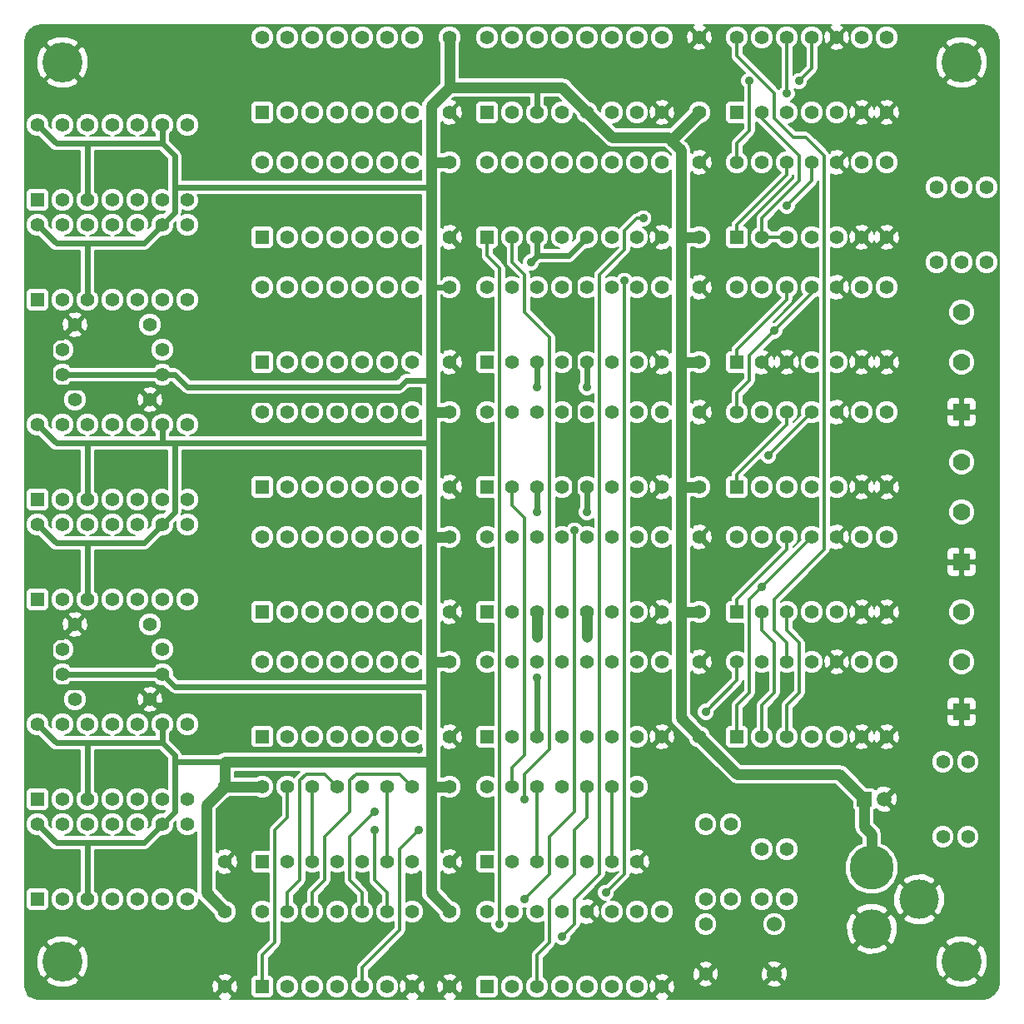
<source format=gtl>
G04 (created by PCBNEW (2013-07-07 BZR 4022)-stable) date 7/27/2015 3:09:40 PM*
%MOIN*%
G04 Gerber Fmt 3.4, Leading zero omitted, Abs format*
%FSLAX34Y34*%
G01*
G70*
G90*
G04 APERTURE LIST*
%ADD10C,0.00590551*%
%ADD11C,0.055*%
%ADD12R,0.055X0.055*%
%ADD13C,0.16*%
%ADD14C,0.15748*%
%ADD15C,0.177165*%
%ADD16C,0.06*%
%ADD17R,0.07X0.07*%
%ADD18C,0.07*%
%ADD19R,0.0587X0.0587*%
%ADD20C,0.0587*%
%ADD21C,0.035*%
%ADD22C,0.014*%
%ADD23C,0.024*%
%ADD24C,0.044*%
%ADD25C,0.008*%
G04 APERTURE END LIST*
G54D10*
G54D11*
X35500Y-44500D03*
X32500Y-44500D03*
X32500Y-47500D03*
X35500Y-47500D03*
X35500Y-32500D03*
X32500Y-32500D03*
X32500Y-35500D03*
X35500Y-35500D03*
X68000Y-30000D03*
X68000Y-27000D03*
X69000Y-30000D03*
X69000Y-27000D03*
X58750Y-52500D03*
X58750Y-55500D03*
X57750Y-55500D03*
X57750Y-52500D03*
X67000Y-30000D03*
X67000Y-27000D03*
X68250Y-50000D03*
X68250Y-53000D03*
X67250Y-50000D03*
X67250Y-53000D03*
X32000Y-34500D03*
X32000Y-33500D03*
X36000Y-34500D03*
X36000Y-33500D03*
X32000Y-46500D03*
X32000Y-45500D03*
X36000Y-46500D03*
X36000Y-45500D03*
G54D12*
X49000Y-24000D03*
G54D11*
X50000Y-24000D03*
X51000Y-24000D03*
X52000Y-24000D03*
X53000Y-24000D03*
X54000Y-24000D03*
X55000Y-24000D03*
X56000Y-24000D03*
X56000Y-21000D03*
X55000Y-21000D03*
X54000Y-21000D03*
X53000Y-21000D03*
X52000Y-21000D03*
X51000Y-21000D03*
X50000Y-21000D03*
X49000Y-21000D03*
G54D12*
X49000Y-59000D03*
G54D11*
X50000Y-59000D03*
X51000Y-59000D03*
X52000Y-59000D03*
X53000Y-59000D03*
X54000Y-59000D03*
X55000Y-59000D03*
X56000Y-59000D03*
X56000Y-56000D03*
X55000Y-56000D03*
X54000Y-56000D03*
X53000Y-56000D03*
X52000Y-56000D03*
X51000Y-56000D03*
X50000Y-56000D03*
X49000Y-56000D03*
G54D12*
X49000Y-49000D03*
G54D11*
X50000Y-49000D03*
X51000Y-49000D03*
X52000Y-49000D03*
X53000Y-49000D03*
X54000Y-49000D03*
X55000Y-49000D03*
X56000Y-49000D03*
X56000Y-46000D03*
X55000Y-46000D03*
X54000Y-46000D03*
X53000Y-46000D03*
X52000Y-46000D03*
X51000Y-46000D03*
X50000Y-46000D03*
X49000Y-46000D03*
G54D12*
X49000Y-44000D03*
G54D11*
X50000Y-44000D03*
X51000Y-44000D03*
X52000Y-44000D03*
X53000Y-44000D03*
X54000Y-44000D03*
X55000Y-44000D03*
X56000Y-44000D03*
X56000Y-41000D03*
X55000Y-41000D03*
X54000Y-41000D03*
X53000Y-41000D03*
X52000Y-41000D03*
X51000Y-41000D03*
X50000Y-41000D03*
X49000Y-41000D03*
G54D12*
X49000Y-39000D03*
G54D11*
X50000Y-39000D03*
X51000Y-39000D03*
X52000Y-39000D03*
X53000Y-39000D03*
X54000Y-39000D03*
X55000Y-39000D03*
X56000Y-39000D03*
X56000Y-36000D03*
X55000Y-36000D03*
X54000Y-36000D03*
X53000Y-36000D03*
X52000Y-36000D03*
X51000Y-36000D03*
X50000Y-36000D03*
X49000Y-36000D03*
G54D12*
X49000Y-34000D03*
G54D11*
X50000Y-34000D03*
X51000Y-34000D03*
X52000Y-34000D03*
X53000Y-34000D03*
X54000Y-34000D03*
X55000Y-34000D03*
X56000Y-34000D03*
X56000Y-31000D03*
X55000Y-31000D03*
X54000Y-31000D03*
X53000Y-31000D03*
X52000Y-31000D03*
X51000Y-31000D03*
X50000Y-31000D03*
X49000Y-31000D03*
G54D12*
X49000Y-29000D03*
G54D11*
X50000Y-29000D03*
X51000Y-29000D03*
X52000Y-29000D03*
X53000Y-29000D03*
X54000Y-29000D03*
X55000Y-29000D03*
X56000Y-29000D03*
X56000Y-26000D03*
X55000Y-26000D03*
X54000Y-26000D03*
X53000Y-26000D03*
X52000Y-26000D03*
X51000Y-26000D03*
X50000Y-26000D03*
X49000Y-26000D03*
G54D12*
X40000Y-29000D03*
G54D11*
X41000Y-29000D03*
X42000Y-29000D03*
X43000Y-29000D03*
X44000Y-29000D03*
X45000Y-29000D03*
X46000Y-29000D03*
X46000Y-26000D03*
X45000Y-26000D03*
X44000Y-26000D03*
X43000Y-26000D03*
X42000Y-26000D03*
X41000Y-26000D03*
X40000Y-26000D03*
G54D12*
X40000Y-24000D03*
G54D11*
X41000Y-24000D03*
X42000Y-24000D03*
X43000Y-24000D03*
X44000Y-24000D03*
X45000Y-24000D03*
X46000Y-24000D03*
X46000Y-21000D03*
X45000Y-21000D03*
X44000Y-21000D03*
X43000Y-21000D03*
X42000Y-21000D03*
X41000Y-21000D03*
X40000Y-21000D03*
G54D12*
X40000Y-34000D03*
G54D11*
X41000Y-34000D03*
X42000Y-34000D03*
X43000Y-34000D03*
X44000Y-34000D03*
X45000Y-34000D03*
X46000Y-34000D03*
X46000Y-31000D03*
X45000Y-31000D03*
X44000Y-31000D03*
X43000Y-31000D03*
X42000Y-31000D03*
X41000Y-31000D03*
X40000Y-31000D03*
G54D12*
X40000Y-39000D03*
G54D11*
X41000Y-39000D03*
X42000Y-39000D03*
X43000Y-39000D03*
X44000Y-39000D03*
X45000Y-39000D03*
X46000Y-39000D03*
X46000Y-36000D03*
X45000Y-36000D03*
X44000Y-36000D03*
X43000Y-36000D03*
X42000Y-36000D03*
X41000Y-36000D03*
X40000Y-36000D03*
G54D12*
X40000Y-44000D03*
G54D11*
X41000Y-44000D03*
X42000Y-44000D03*
X43000Y-44000D03*
X44000Y-44000D03*
X45000Y-44000D03*
X46000Y-44000D03*
X46000Y-41000D03*
X45000Y-41000D03*
X44000Y-41000D03*
X43000Y-41000D03*
X42000Y-41000D03*
X41000Y-41000D03*
X40000Y-41000D03*
G54D12*
X40000Y-49000D03*
G54D11*
X41000Y-49000D03*
X42000Y-49000D03*
X43000Y-49000D03*
X44000Y-49000D03*
X45000Y-49000D03*
X46000Y-49000D03*
X46000Y-46000D03*
X45000Y-46000D03*
X44000Y-46000D03*
X43000Y-46000D03*
X42000Y-46000D03*
X41000Y-46000D03*
X40000Y-46000D03*
G54D12*
X49000Y-54000D03*
G54D11*
X50000Y-54000D03*
X51000Y-54000D03*
X52000Y-54000D03*
X53000Y-54000D03*
X54000Y-54000D03*
X55000Y-54000D03*
X55000Y-51000D03*
X54000Y-51000D03*
X53000Y-51000D03*
X52000Y-51000D03*
X51000Y-51000D03*
X50000Y-51000D03*
X49000Y-51000D03*
G54D12*
X40000Y-59000D03*
G54D11*
X41000Y-59000D03*
X42000Y-59000D03*
X43000Y-59000D03*
X44000Y-59000D03*
X45000Y-59000D03*
X46000Y-59000D03*
X46000Y-56000D03*
X45000Y-56000D03*
X44000Y-56000D03*
X43000Y-56000D03*
X42000Y-56000D03*
X41000Y-56000D03*
X40000Y-56000D03*
G54D12*
X40000Y-54000D03*
G54D11*
X41000Y-54000D03*
X42000Y-54000D03*
X43000Y-54000D03*
X44000Y-54000D03*
X45000Y-54000D03*
X46000Y-54000D03*
X46000Y-51000D03*
X45000Y-51000D03*
X44000Y-51000D03*
X43000Y-51000D03*
X42000Y-51000D03*
X41000Y-51000D03*
X40000Y-51000D03*
G54D12*
X59000Y-49000D03*
G54D11*
X60000Y-49000D03*
X61000Y-49000D03*
X62000Y-49000D03*
X63000Y-49000D03*
X64000Y-49000D03*
X65000Y-49000D03*
X65000Y-46000D03*
X64000Y-46000D03*
X63000Y-46000D03*
X62000Y-46000D03*
X61000Y-46000D03*
X60000Y-46000D03*
X59000Y-46000D03*
G54D12*
X59000Y-44000D03*
G54D11*
X60000Y-44000D03*
X61000Y-44000D03*
X62000Y-44000D03*
X63000Y-44000D03*
X64000Y-44000D03*
X65000Y-44000D03*
X65000Y-41000D03*
X64000Y-41000D03*
X63000Y-41000D03*
X62000Y-41000D03*
X61000Y-41000D03*
X60000Y-41000D03*
X59000Y-41000D03*
G54D12*
X59000Y-39000D03*
G54D11*
X60000Y-39000D03*
X61000Y-39000D03*
X62000Y-39000D03*
X63000Y-39000D03*
X64000Y-39000D03*
X65000Y-39000D03*
X65000Y-36000D03*
X64000Y-36000D03*
X63000Y-36000D03*
X62000Y-36000D03*
X61000Y-36000D03*
X60000Y-36000D03*
X59000Y-36000D03*
G54D12*
X59000Y-34000D03*
G54D11*
X60000Y-34000D03*
X61000Y-34000D03*
X62000Y-34000D03*
X63000Y-34000D03*
X64000Y-34000D03*
X65000Y-34000D03*
X65000Y-31000D03*
X64000Y-31000D03*
X63000Y-31000D03*
X62000Y-31000D03*
X61000Y-31000D03*
X60000Y-31000D03*
X59000Y-31000D03*
G54D12*
X59000Y-29000D03*
G54D11*
X60000Y-29000D03*
X61000Y-29000D03*
X62000Y-29000D03*
X63000Y-29000D03*
X64000Y-29000D03*
X65000Y-29000D03*
X65000Y-26000D03*
X64000Y-26000D03*
X63000Y-26000D03*
X62000Y-26000D03*
X61000Y-26000D03*
X60000Y-26000D03*
X59000Y-26000D03*
G54D12*
X59000Y-24000D03*
G54D11*
X60000Y-24000D03*
X61000Y-24000D03*
X62000Y-24000D03*
X63000Y-24000D03*
X64000Y-24000D03*
X65000Y-24000D03*
X65000Y-21000D03*
X64000Y-21000D03*
X63000Y-21000D03*
X62000Y-21000D03*
X61000Y-21000D03*
X60000Y-21000D03*
X59000Y-21000D03*
G54D13*
X32000Y-58000D03*
X68000Y-22000D03*
X68000Y-58000D03*
X32000Y-22000D03*
G54D14*
X64409Y-56692D03*
G54D15*
X64409Y-54251D03*
G54D14*
X66299Y-55511D03*
G54D11*
X57750Y-56500D03*
X57750Y-58500D03*
G54D16*
X60500Y-56500D03*
X60500Y-58500D03*
G54D12*
X31000Y-27500D03*
G54D11*
X32000Y-27500D03*
X33000Y-27500D03*
X34000Y-27500D03*
X35000Y-27500D03*
X36000Y-27500D03*
X37000Y-27500D03*
X37000Y-24500D03*
X36000Y-24500D03*
X35000Y-24500D03*
X34000Y-24500D03*
X33000Y-24500D03*
X32000Y-24500D03*
X31000Y-24500D03*
G54D12*
X31000Y-55500D03*
G54D11*
X32000Y-55500D03*
X33000Y-55500D03*
X34000Y-55500D03*
X35000Y-55500D03*
X36000Y-55500D03*
X37000Y-55500D03*
X37000Y-52500D03*
X36000Y-52500D03*
X35000Y-52500D03*
X34000Y-52500D03*
X33000Y-52500D03*
X32000Y-52500D03*
X31000Y-52500D03*
G54D12*
X31000Y-31500D03*
G54D11*
X32000Y-31500D03*
X33000Y-31500D03*
X34000Y-31500D03*
X35000Y-31500D03*
X36000Y-31500D03*
X37000Y-31500D03*
X37000Y-28500D03*
X36000Y-28500D03*
X35000Y-28500D03*
X34000Y-28500D03*
X33000Y-28500D03*
X32000Y-28500D03*
X31000Y-28500D03*
G54D12*
X31000Y-39500D03*
G54D11*
X32000Y-39500D03*
X33000Y-39500D03*
X34000Y-39500D03*
X35000Y-39500D03*
X36000Y-39500D03*
X37000Y-39500D03*
X37000Y-36500D03*
X36000Y-36500D03*
X35000Y-36500D03*
X34000Y-36500D03*
X33000Y-36500D03*
X32000Y-36500D03*
X31000Y-36500D03*
G54D12*
X31000Y-43500D03*
G54D11*
X32000Y-43500D03*
X33000Y-43500D03*
X34000Y-43500D03*
X35000Y-43500D03*
X36000Y-43500D03*
X37000Y-43500D03*
X37000Y-40500D03*
X36000Y-40500D03*
X35000Y-40500D03*
X34000Y-40500D03*
X33000Y-40500D03*
X32000Y-40500D03*
X31000Y-40500D03*
G54D12*
X31000Y-51500D03*
G54D11*
X32000Y-51500D03*
X33000Y-51500D03*
X34000Y-51500D03*
X35000Y-51500D03*
X36000Y-51500D03*
X37000Y-51500D03*
X37000Y-48500D03*
X36000Y-48500D03*
X35000Y-48500D03*
X34000Y-48500D03*
X33000Y-48500D03*
X32000Y-48500D03*
X31000Y-48500D03*
G54D17*
X68000Y-36000D03*
G54D18*
X68000Y-34000D03*
X68000Y-32000D03*
G54D17*
X68000Y-42000D03*
G54D18*
X68000Y-40000D03*
X68000Y-38000D03*
G54D17*
X68000Y-48000D03*
G54D18*
X68000Y-46000D03*
X68000Y-44000D03*
G54D19*
X64106Y-51500D03*
G54D20*
X64894Y-51500D03*
G54D11*
X47500Y-36000D03*
X47500Y-39000D03*
X47500Y-56000D03*
X47500Y-59000D03*
X38500Y-51000D03*
X38500Y-54000D03*
X47500Y-51000D03*
X47500Y-54000D03*
X38500Y-56000D03*
X38500Y-59000D03*
X47500Y-26000D03*
X47500Y-29000D03*
X47500Y-31000D03*
X47500Y-34000D03*
X57500Y-44000D03*
X57500Y-41000D03*
X47500Y-41000D03*
X47500Y-44000D03*
X47500Y-46000D03*
X47500Y-49000D03*
X57500Y-24000D03*
X57500Y-21000D03*
X57500Y-29000D03*
X57500Y-26000D03*
X57500Y-34000D03*
X57500Y-31000D03*
X57500Y-39000D03*
X57500Y-36000D03*
X57500Y-49000D03*
X57500Y-46000D03*
X47500Y-21000D03*
X47500Y-24000D03*
X61000Y-55500D03*
X60000Y-55500D03*
X61000Y-53500D03*
X60000Y-53500D03*
G54D21*
X57750Y-48000D03*
X50500Y-55500D03*
X52500Y-40750D03*
X50500Y-51500D03*
X53750Y-55250D03*
X54500Y-30750D03*
X55250Y-28250D03*
X52000Y-57000D03*
X52500Y-30500D03*
X52500Y-39500D03*
X52500Y-34500D03*
X46250Y-49500D03*
X46000Y-35250D03*
X46000Y-25000D03*
X49500Y-56500D03*
X46250Y-52750D03*
X61000Y-27750D03*
X60250Y-37750D03*
X60500Y-32750D03*
X59500Y-22750D03*
X61490Y-22750D03*
X61000Y-23250D03*
X44500Y-52750D03*
X44500Y-52000D03*
X60000Y-43000D03*
X50750Y-30000D03*
X51000Y-46625D03*
X53000Y-45000D03*
X51000Y-45000D03*
X51000Y-40000D03*
X53000Y-40000D03*
X53000Y-35000D03*
X51000Y-35000D03*
G54D22*
X62500Y-41500D02*
X62500Y-25750D01*
X60500Y-43500D02*
X62500Y-41500D01*
X61250Y-25000D02*
X60500Y-24250D01*
X61750Y-25000D02*
X61250Y-25000D01*
X62500Y-25750D02*
X61750Y-25000D01*
X61000Y-45250D02*
X60500Y-44750D01*
X61000Y-46000D02*
X61000Y-45250D01*
X60500Y-44750D02*
X60500Y-43500D01*
X59000Y-21000D02*
X59000Y-21750D01*
X60500Y-23250D02*
X60500Y-24250D01*
X59000Y-21750D02*
X60500Y-23250D01*
X57750Y-48000D02*
X59000Y-46750D01*
X59000Y-46750D02*
X59000Y-46000D01*
X52500Y-54500D02*
X51500Y-55500D01*
X51500Y-55500D02*
X51500Y-57250D01*
X51500Y-57250D02*
X51000Y-57750D01*
X51000Y-57750D02*
X51000Y-59000D01*
X52500Y-52750D02*
X52500Y-54500D01*
X53000Y-51000D02*
X53000Y-52250D01*
X53000Y-52250D02*
X52500Y-52750D01*
X50000Y-51000D02*
X50000Y-50250D01*
X50000Y-50250D02*
X50500Y-49750D01*
X50000Y-39000D02*
X50000Y-39750D01*
X50000Y-39750D02*
X50500Y-40250D01*
X50500Y-40250D02*
X50500Y-49750D01*
X52500Y-40750D02*
X52500Y-52000D01*
X52500Y-52000D02*
X51500Y-53000D01*
X51500Y-54500D02*
X50500Y-55500D01*
X51500Y-53000D02*
X51500Y-54500D01*
X51500Y-33000D02*
X51500Y-49500D01*
X51500Y-49500D02*
X50500Y-50500D01*
X50500Y-32000D02*
X51500Y-33000D01*
X50500Y-51500D02*
X50500Y-50500D01*
X50000Y-29000D02*
X50000Y-30000D01*
X50500Y-30500D02*
X50500Y-32000D01*
X50000Y-30000D02*
X50500Y-30500D01*
X40500Y-52750D02*
X40500Y-57250D01*
X41000Y-51000D02*
X41000Y-52250D01*
X40500Y-52750D02*
X41000Y-52250D01*
X40000Y-57750D02*
X40000Y-59000D01*
X40500Y-57250D02*
X40000Y-57750D01*
X54500Y-54500D02*
X53750Y-55250D01*
X54500Y-54500D02*
X54500Y-30750D01*
X53500Y-30500D02*
X53500Y-54500D01*
X54500Y-29500D02*
X53500Y-30500D01*
X54500Y-28750D02*
X54500Y-29500D01*
X55000Y-28250D02*
X54500Y-28750D01*
X55250Y-28250D02*
X55000Y-28250D01*
X60000Y-29000D02*
X60000Y-28250D01*
X60000Y-28250D02*
X61500Y-26750D01*
X60000Y-29000D02*
X61000Y-29000D01*
X60000Y-24000D02*
X60000Y-24250D01*
X61500Y-25750D02*
X61500Y-26750D01*
X60000Y-24250D02*
X61500Y-25750D01*
X52000Y-57000D02*
X52500Y-56500D01*
X53500Y-54500D02*
X52500Y-55500D01*
X52500Y-55500D02*
X52500Y-56500D01*
G54D23*
X59750Y-57750D02*
X63352Y-57750D01*
X63352Y-57750D02*
X64409Y-56692D01*
X57750Y-58500D02*
X58500Y-57750D01*
X59750Y-57750D02*
X60500Y-58500D01*
X58500Y-57750D02*
X59750Y-57750D01*
X56000Y-59000D02*
X57000Y-58000D01*
X57250Y-58000D02*
X57750Y-58500D01*
X57000Y-58000D02*
X57250Y-58000D01*
X60000Y-34000D02*
X60500Y-34500D01*
X60500Y-34500D02*
X61000Y-34000D01*
X64000Y-44000D02*
X63500Y-44500D01*
X63500Y-45500D02*
X63000Y-46000D01*
X63500Y-44500D02*
X63500Y-45500D01*
X64000Y-49000D02*
X64500Y-49500D01*
X64500Y-49500D02*
X65000Y-49000D01*
X64000Y-44000D02*
X64500Y-44500D01*
X64500Y-44500D02*
X65000Y-44000D01*
X64000Y-39000D02*
X64500Y-39500D01*
X64500Y-39500D02*
X65000Y-39000D01*
X64000Y-34000D02*
X64500Y-34500D01*
X64500Y-34500D02*
X65000Y-34000D01*
X64000Y-29000D02*
X64500Y-29500D01*
X64500Y-29500D02*
X65000Y-29000D01*
X64000Y-24000D02*
X64500Y-24500D01*
X64500Y-24500D02*
X65000Y-24000D01*
X63000Y-26000D02*
X63500Y-25500D01*
X63500Y-24500D02*
X64000Y-24000D01*
X63500Y-25500D02*
X63500Y-24500D01*
X52500Y-34500D02*
X52500Y-30500D01*
X52500Y-34500D02*
X52500Y-37500D01*
X52500Y-37500D02*
X52500Y-39500D01*
X39000Y-49500D02*
X37250Y-47750D01*
X35750Y-47750D02*
X37250Y-47750D01*
X35750Y-47750D02*
X35500Y-47500D01*
X39000Y-49500D02*
X46250Y-49500D01*
X46000Y-59000D02*
X46500Y-58500D01*
X47000Y-58500D02*
X47500Y-59000D01*
X46500Y-58500D02*
X47000Y-58500D01*
X36125Y-35125D02*
X36500Y-35500D01*
X35500Y-35500D02*
X35875Y-35125D01*
X35875Y-35125D02*
X36125Y-35125D01*
X45750Y-35500D02*
X46000Y-35250D01*
X36500Y-35500D02*
X45750Y-35500D01*
X67086Y-54724D02*
X65748Y-53385D01*
X66299Y-55511D02*
X67086Y-54724D01*
X66299Y-55511D02*
X66299Y-55511D01*
X65748Y-52354D02*
X64894Y-51500D01*
X65748Y-53385D02*
X65748Y-52354D01*
X65512Y-56299D02*
X65512Y-56299D01*
X66929Y-56929D02*
X68000Y-58000D01*
X66141Y-56929D02*
X66929Y-56929D01*
X65512Y-56299D02*
X66141Y-56929D01*
X65511Y-56299D02*
X65512Y-56299D01*
X64409Y-56692D02*
X65118Y-55984D01*
X65196Y-55984D02*
X65511Y-56299D01*
X65118Y-55984D02*
X65196Y-55984D01*
X65512Y-56299D02*
X66299Y-55511D01*
X31750Y-33000D02*
X32000Y-33000D01*
X32000Y-33000D02*
X32500Y-32500D01*
X31750Y-45000D02*
X32000Y-45000D01*
X35000Y-47000D02*
X31750Y-47000D01*
X31750Y-47000D02*
X31500Y-46750D01*
X31500Y-46750D02*
X31500Y-45250D01*
X35500Y-47500D02*
X35000Y-47000D01*
X31750Y-45000D02*
X31500Y-45250D01*
X32000Y-45000D02*
X32500Y-44500D01*
X35500Y-35500D02*
X35000Y-35000D01*
X31500Y-33250D02*
X31750Y-33000D01*
X31500Y-34750D02*
X31500Y-33250D01*
X31750Y-35000D02*
X31500Y-34750D01*
X35000Y-35000D02*
X31750Y-35000D01*
X32000Y-22000D02*
X33750Y-23750D01*
X39500Y-25000D02*
X46000Y-25000D01*
X38250Y-23750D02*
X39500Y-25000D01*
X33750Y-23750D02*
X38250Y-23750D01*
X65750Y-50750D02*
X65644Y-50750D01*
X65750Y-48250D02*
X65750Y-50750D01*
X65644Y-50750D02*
X64894Y-51500D01*
X65000Y-24000D02*
X65750Y-24750D01*
X65750Y-28250D02*
X65750Y-24750D01*
X65750Y-24750D02*
X65750Y-24250D01*
X65750Y-24250D02*
X68000Y-22000D01*
X68000Y-48000D02*
X65750Y-48000D01*
X68000Y-42000D02*
X65750Y-42000D01*
X68000Y-36000D02*
X65750Y-36000D01*
X65000Y-29000D02*
X65750Y-28250D01*
X65000Y-34000D02*
X65750Y-33250D01*
X65000Y-39000D02*
X65750Y-38250D01*
X65750Y-38250D02*
X65750Y-38500D01*
X65000Y-44000D02*
X65750Y-43250D01*
X65000Y-49000D02*
X65750Y-48250D01*
X65750Y-28250D02*
X65750Y-33250D01*
X65750Y-33250D02*
X65750Y-36000D01*
X65750Y-36000D02*
X65750Y-38500D01*
X65750Y-38500D02*
X65750Y-42000D01*
X65750Y-42000D02*
X65750Y-43250D01*
X65750Y-43250D02*
X65750Y-48000D01*
X65750Y-48000D02*
X65750Y-48250D01*
X56000Y-24000D02*
X56750Y-23250D01*
X56750Y-23250D02*
X58250Y-23250D01*
X38500Y-54000D02*
X39250Y-54750D01*
X39250Y-58250D02*
X38500Y-59000D01*
X39250Y-54750D02*
X39250Y-58250D01*
X32000Y-58000D02*
X32800Y-57200D01*
X32800Y-57200D02*
X36700Y-57200D01*
X36700Y-57200D02*
X38500Y-59000D01*
X48250Y-53250D02*
X48250Y-58250D01*
X48250Y-58250D02*
X47500Y-59000D01*
X48250Y-48250D02*
X48250Y-53250D01*
X48250Y-53250D02*
X47500Y-54000D01*
X48250Y-48250D02*
X48250Y-44750D01*
X47500Y-49000D02*
X48250Y-48250D01*
X47500Y-44000D02*
X48250Y-44750D01*
X47500Y-39000D02*
X48250Y-39750D01*
X47500Y-34000D02*
X48250Y-34750D01*
X48250Y-28750D02*
X48250Y-24750D01*
X48250Y-24750D02*
X47500Y-24000D01*
X47500Y-29000D02*
X48250Y-29750D01*
X57500Y-41000D02*
X58250Y-41750D01*
X48250Y-43750D02*
X48250Y-44750D01*
X48250Y-38750D02*
X48250Y-39750D01*
X48250Y-39750D02*
X48250Y-43750D01*
X48250Y-38750D02*
X48250Y-34750D01*
X48250Y-34750D02*
X48250Y-33750D01*
X48250Y-33750D02*
X48250Y-29750D01*
X48250Y-29750D02*
X48250Y-28750D01*
X57500Y-36000D02*
X58250Y-35250D01*
X57500Y-31000D02*
X58250Y-30250D01*
X58250Y-30250D02*
X58250Y-30500D01*
X57500Y-26000D02*
X58250Y-25250D01*
X58250Y-21750D02*
X58250Y-23250D01*
X57500Y-21000D02*
X58250Y-21750D01*
X58250Y-23250D02*
X58250Y-25250D01*
X58250Y-25250D02*
X58250Y-30500D01*
X58250Y-30500D02*
X58250Y-35250D01*
X58250Y-35250D02*
X58250Y-36000D01*
X58250Y-36000D02*
X58250Y-41750D01*
X58250Y-41750D02*
X58250Y-45250D01*
X58250Y-45250D02*
X57500Y-46000D01*
G54D22*
X51000Y-51000D02*
X51000Y-54000D01*
X42000Y-56000D02*
X42000Y-55250D01*
X42000Y-55250D02*
X42500Y-54750D01*
X42500Y-54750D02*
X42500Y-53000D01*
X42500Y-53000D02*
X43500Y-52000D01*
X45500Y-50500D02*
X46000Y-51000D01*
X43750Y-50500D02*
X45500Y-50500D01*
X43500Y-50750D02*
X43750Y-50500D01*
X43500Y-52000D02*
X43500Y-50750D01*
X41000Y-56000D02*
X41000Y-55250D01*
X41000Y-55250D02*
X41500Y-54750D01*
X41500Y-54750D02*
X41500Y-50750D01*
X42500Y-50500D02*
X43000Y-51000D01*
X41750Y-50500D02*
X42500Y-50500D01*
X41500Y-50750D02*
X41750Y-50500D01*
X49500Y-56500D02*
X49500Y-30250D01*
X49500Y-30250D02*
X49000Y-29750D01*
X49000Y-29750D02*
X49000Y-29000D01*
X49000Y-29750D02*
X49000Y-29000D01*
X49000Y-29750D02*
X49500Y-30250D01*
X45000Y-54000D02*
X45000Y-51000D01*
X45500Y-53500D02*
X45500Y-56750D01*
X44000Y-58250D02*
X44000Y-59000D01*
X45500Y-56750D02*
X44000Y-58250D01*
X45500Y-53500D02*
X46250Y-52750D01*
X61000Y-27750D02*
X62000Y-26750D01*
X62000Y-26750D02*
X62000Y-26000D01*
X59000Y-39000D02*
X59000Y-38500D01*
X61000Y-36500D02*
X61000Y-36000D01*
X59000Y-38500D02*
X61000Y-36500D01*
X59000Y-44000D02*
X59000Y-43500D01*
X61000Y-41500D02*
X61000Y-41000D01*
X59000Y-43500D02*
X61000Y-41500D01*
X54000Y-51000D02*
X54000Y-54000D01*
X62000Y-36000D02*
X60250Y-37750D01*
X60500Y-32750D02*
X62000Y-31250D01*
X62000Y-31250D02*
X62000Y-31000D01*
X59000Y-36000D02*
X59000Y-35250D01*
X59500Y-33750D02*
X60500Y-32750D01*
X59500Y-34750D02*
X59500Y-33750D01*
X59000Y-35250D02*
X59500Y-34750D01*
X59000Y-26000D02*
X59000Y-25250D01*
X59500Y-24750D02*
X59500Y-22750D01*
X59000Y-25250D02*
X59500Y-24750D01*
X61490Y-22750D02*
X61500Y-22750D01*
X62000Y-21000D02*
X62000Y-22250D01*
X62000Y-22250D02*
X61500Y-22750D01*
X59000Y-29000D02*
X59000Y-28500D01*
X61000Y-26500D02*
X61000Y-26000D01*
X59000Y-28500D02*
X61000Y-26500D01*
X42000Y-51000D02*
X42000Y-54000D01*
X61000Y-23250D02*
X61000Y-21000D01*
X59000Y-34000D02*
X59000Y-33500D01*
X59000Y-33500D02*
X61000Y-31500D01*
X61000Y-31500D02*
X61000Y-31000D01*
X45000Y-56000D02*
X45000Y-55250D01*
X45000Y-55250D02*
X44500Y-54750D01*
X44500Y-54750D02*
X44500Y-52750D01*
X44000Y-56000D02*
X44000Y-55250D01*
X44000Y-55250D02*
X43500Y-54750D01*
X43500Y-54750D02*
X43500Y-53000D01*
X43500Y-53000D02*
X44500Y-52000D01*
X59500Y-43500D02*
X60000Y-43000D01*
X60000Y-43000D02*
X62000Y-41000D01*
X59000Y-49000D02*
X59000Y-47750D01*
X59500Y-47250D02*
X59500Y-43500D01*
X59000Y-47750D02*
X59500Y-47250D01*
X61500Y-47250D02*
X61500Y-45250D01*
X61000Y-44000D02*
X61000Y-44750D01*
X61500Y-47250D02*
X61000Y-47750D01*
X61000Y-47750D02*
X61000Y-49000D01*
X61000Y-44750D02*
X61500Y-45250D01*
X60000Y-44750D02*
X60500Y-45250D01*
X60000Y-47750D02*
X60000Y-49000D01*
X60000Y-44000D02*
X60000Y-44750D01*
X60500Y-45250D02*
X60500Y-47250D01*
X60500Y-47250D02*
X60000Y-47750D01*
G54D24*
X47500Y-23000D02*
X46750Y-23750D01*
G54D23*
X53000Y-29000D02*
X52250Y-29750D01*
X51000Y-29750D02*
X50750Y-30000D01*
X51000Y-29000D02*
X51000Y-29750D01*
X51000Y-29750D02*
X52250Y-29750D01*
G54D24*
X56750Y-44000D02*
X56750Y-48250D01*
X56750Y-48250D02*
X57500Y-49000D01*
X56750Y-39000D02*
X56750Y-44000D01*
X56750Y-39000D02*
X56750Y-34000D01*
G54D23*
X36500Y-27000D02*
X36500Y-25750D01*
X36500Y-25750D02*
X36000Y-25250D01*
X36500Y-27000D02*
X46750Y-27000D01*
X45500Y-35000D02*
X37000Y-35000D01*
X45750Y-34750D02*
X45500Y-35000D01*
X45750Y-34750D02*
X46750Y-34750D01*
X33000Y-41250D02*
X35250Y-41250D01*
X35250Y-41250D02*
X36000Y-40500D01*
X35250Y-53250D02*
X36000Y-52500D01*
X38500Y-50000D02*
X36500Y-50000D01*
G54D24*
X46750Y-50000D02*
X38500Y-50000D01*
X38500Y-50000D02*
X38500Y-51000D01*
G54D23*
X35250Y-53250D02*
X33000Y-53250D01*
X36000Y-48500D02*
X36000Y-49250D01*
X36000Y-52500D02*
X36500Y-52000D01*
X36500Y-52000D02*
X36500Y-50000D01*
X36500Y-49750D02*
X36000Y-49250D01*
X36500Y-50000D02*
X36500Y-49750D01*
X33000Y-25250D02*
X33000Y-27500D01*
X31750Y-25250D02*
X33000Y-25250D01*
X33000Y-25250D02*
X36000Y-25250D01*
X36500Y-40000D02*
X36500Y-37250D01*
X36000Y-40500D02*
X36500Y-40000D01*
X36000Y-37250D02*
X36500Y-37250D01*
X36500Y-37250D02*
X46750Y-37250D01*
X46750Y-37250D02*
X46750Y-37000D01*
X33000Y-39500D02*
X33000Y-37250D01*
X31750Y-37250D02*
X33000Y-37250D01*
X33000Y-37250D02*
X36000Y-37250D01*
X36000Y-37250D02*
X36000Y-36500D01*
X36500Y-28000D02*
X36000Y-28500D01*
X36500Y-27000D02*
X36500Y-28000D01*
X31000Y-36500D02*
X31750Y-37250D01*
X33000Y-29250D02*
X35250Y-29250D01*
X35250Y-29250D02*
X36000Y-28500D01*
X33000Y-31500D02*
X33000Y-29250D01*
X33000Y-29250D02*
X32750Y-29250D01*
X36000Y-24500D02*
X36000Y-25250D01*
X31000Y-24500D02*
X31750Y-25250D01*
X33000Y-49250D02*
X36000Y-49250D01*
X33000Y-55500D02*
X33000Y-53250D01*
X33000Y-51500D02*
X33000Y-49250D01*
X33000Y-43500D02*
X33000Y-41250D01*
X36000Y-34500D02*
X36500Y-34500D01*
X36500Y-34500D02*
X37000Y-35000D01*
G54D24*
X56375Y-25125D02*
X57500Y-24000D01*
X46750Y-30000D02*
X46750Y-31000D01*
X46750Y-27000D02*
X46750Y-30000D01*
X46750Y-26750D02*
X46750Y-27000D01*
X46750Y-26000D02*
X46750Y-26750D01*
X46750Y-31000D02*
X46750Y-34500D01*
X46750Y-34500D02*
X46750Y-34750D01*
G54D23*
X36000Y-46500D02*
X36500Y-47000D01*
X36500Y-47000D02*
X46750Y-47000D01*
G54D24*
X56750Y-29000D02*
X57500Y-29000D01*
X47500Y-21000D02*
X47500Y-23000D01*
X56750Y-29000D02*
X56750Y-25500D01*
X56250Y-25000D02*
X56375Y-25125D01*
X56375Y-25125D02*
X56750Y-25500D01*
X54000Y-25000D02*
X53000Y-24000D01*
X56250Y-25000D02*
X54000Y-25000D01*
X51000Y-23000D02*
X47500Y-23000D01*
X46750Y-23750D02*
X46750Y-24750D01*
X46750Y-24750D02*
X46750Y-26000D01*
X64409Y-54251D02*
X64409Y-52909D01*
X64106Y-52606D02*
X64106Y-51500D01*
X64409Y-52909D02*
X64106Y-52606D01*
X46750Y-46750D02*
X46750Y-46000D01*
G54D23*
X51000Y-49000D02*
X51000Y-46625D01*
G54D24*
X57500Y-49000D02*
X59000Y-50500D01*
X63106Y-50500D02*
X64106Y-51500D01*
X59000Y-50500D02*
X63106Y-50500D01*
X53000Y-45000D02*
X53000Y-44000D01*
X51000Y-45000D02*
X51000Y-44000D01*
G54D23*
X51000Y-39000D02*
X51000Y-40000D01*
X53000Y-40000D02*
X53000Y-39000D01*
X53000Y-35000D02*
X53000Y-34000D01*
X51000Y-35000D02*
X51000Y-34000D01*
G54D24*
X46750Y-34750D02*
X46750Y-36000D01*
X46750Y-46750D02*
X46750Y-47000D01*
X46750Y-47000D02*
X46750Y-50000D01*
X46750Y-50000D02*
X46750Y-51000D01*
X37750Y-55250D02*
X37750Y-54750D01*
X37750Y-54750D02*
X37750Y-53250D01*
X37750Y-55250D02*
X38500Y-56000D01*
X37750Y-53250D02*
X37750Y-51750D01*
X37750Y-51750D02*
X38500Y-51000D01*
X51000Y-23000D02*
X52000Y-23000D01*
X52000Y-23000D02*
X53000Y-24000D01*
G54D23*
X51000Y-24000D02*
X51000Y-23000D01*
G54D24*
X46750Y-51000D02*
X46750Y-55250D01*
X46750Y-55250D02*
X47500Y-56000D01*
X57500Y-44000D02*
X56750Y-44000D01*
X57500Y-39000D02*
X56750Y-39000D01*
X57500Y-34000D02*
X56750Y-34000D01*
X56750Y-34000D02*
X56750Y-29750D01*
X56750Y-29750D02*
X56750Y-29000D01*
G54D23*
X31750Y-29250D02*
X32750Y-29250D01*
X31750Y-29250D02*
X31000Y-28500D01*
X31000Y-40500D02*
X31750Y-41250D01*
X31750Y-41250D02*
X33000Y-41250D01*
X32000Y-34500D02*
X36000Y-34500D01*
X32000Y-46500D02*
X36000Y-46500D01*
X31000Y-48500D02*
X31750Y-49250D01*
X31750Y-49250D02*
X33000Y-49250D01*
X31000Y-52500D02*
X31750Y-53250D01*
X31750Y-53250D02*
X33000Y-53250D01*
G54D24*
X47500Y-26000D02*
X46750Y-26000D01*
G54D23*
X47500Y-31000D02*
X46750Y-31000D01*
G54D24*
X47500Y-36000D02*
X46750Y-36000D01*
X47500Y-41000D02*
X46750Y-41000D01*
X47500Y-46000D02*
X46750Y-46000D01*
X47500Y-51000D02*
X46750Y-51000D01*
X46750Y-36000D02*
X46750Y-37000D01*
X46750Y-37000D02*
X46750Y-37500D01*
X46750Y-38000D02*
X46750Y-38250D01*
X46750Y-37500D02*
X46750Y-38000D01*
X46750Y-38250D02*
X46750Y-41000D01*
X46750Y-41000D02*
X46750Y-42750D01*
X46750Y-42750D02*
X46750Y-46000D01*
X38500Y-51000D02*
X40000Y-51000D01*
G54D10*
G36*
X46090Y-54005D02*
X46005Y-54090D01*
X46000Y-54084D01*
X45994Y-54090D01*
X45909Y-54005D01*
X45915Y-54000D01*
X45909Y-53994D01*
X45994Y-53909D01*
X46000Y-53915D01*
X46005Y-53909D01*
X46090Y-53994D01*
X46084Y-54000D01*
X46090Y-54005D01*
X46090Y-54005D01*
G37*
G54D25*
X46090Y-54005D02*
X46005Y-54090D01*
X46000Y-54084D01*
X45994Y-54090D01*
X45909Y-54005D01*
X45915Y-54000D01*
X45909Y-53994D01*
X45994Y-53909D01*
X46000Y-53915D01*
X46005Y-53909D01*
X46090Y-53994D01*
X46084Y-54000D01*
X46090Y-54005D01*
G54D10*
G36*
X53090Y-49005D02*
X53005Y-49090D01*
X53000Y-49084D01*
X52994Y-49090D01*
X52909Y-49005D01*
X52915Y-49000D01*
X52909Y-48994D01*
X52994Y-48909D01*
X53000Y-48915D01*
X53005Y-48909D01*
X53090Y-48994D01*
X53084Y-49000D01*
X53090Y-49005D01*
X53090Y-49005D01*
G37*
G54D25*
X53090Y-49005D02*
X53005Y-49090D01*
X53000Y-49084D01*
X52994Y-49090D01*
X52909Y-49005D01*
X52915Y-49000D01*
X52909Y-48994D01*
X52994Y-48909D01*
X53000Y-48915D01*
X53005Y-48909D01*
X53090Y-48994D01*
X53084Y-49000D01*
X53090Y-49005D01*
G54D10*
G36*
X54090Y-49005D02*
X54005Y-49090D01*
X54000Y-49084D01*
X53994Y-49090D01*
X53909Y-49005D01*
X53915Y-49000D01*
X53909Y-48994D01*
X53994Y-48909D01*
X54000Y-48915D01*
X54005Y-48909D01*
X54090Y-48994D01*
X54084Y-49000D01*
X54090Y-49005D01*
X54090Y-49005D01*
G37*
G54D25*
X54090Y-49005D02*
X54005Y-49090D01*
X54000Y-49084D01*
X53994Y-49090D01*
X53909Y-49005D01*
X53915Y-49000D01*
X53909Y-48994D01*
X53994Y-48909D01*
X54000Y-48915D01*
X54005Y-48909D01*
X54090Y-48994D01*
X54084Y-49000D01*
X54090Y-49005D01*
G54D10*
G36*
X69485Y-58879D02*
X69455Y-59030D01*
X69455Y-29909D01*
X69455Y-26909D01*
X69385Y-26742D01*
X69258Y-26614D01*
X69090Y-26545D01*
X69043Y-26545D01*
X69043Y-22188D01*
X69036Y-21775D01*
X68891Y-21426D01*
X68748Y-21336D01*
X68663Y-21421D01*
X68663Y-21251D01*
X68573Y-21108D01*
X68188Y-20956D01*
X67775Y-20963D01*
X67426Y-21108D01*
X67336Y-21251D01*
X68000Y-21915D01*
X68663Y-21251D01*
X68663Y-21421D01*
X68084Y-22000D01*
X68748Y-22663D01*
X68891Y-22573D01*
X69043Y-22188D01*
X69043Y-26545D01*
X68909Y-26544D01*
X68742Y-26614D01*
X68663Y-26692D01*
X68663Y-22748D01*
X68000Y-22084D01*
X67915Y-22169D01*
X67915Y-22000D01*
X67251Y-21336D01*
X67108Y-21426D01*
X66956Y-21811D01*
X66963Y-22224D01*
X67108Y-22573D01*
X67251Y-22663D01*
X67915Y-22000D01*
X67915Y-22169D01*
X67336Y-22748D01*
X67426Y-22891D01*
X67811Y-23043D01*
X68224Y-23036D01*
X68573Y-22891D01*
X68663Y-22748D01*
X68663Y-26692D01*
X68614Y-26741D01*
X68545Y-26909D01*
X68544Y-27090D01*
X68614Y-27257D01*
X68741Y-27385D01*
X68909Y-27454D01*
X69090Y-27455D01*
X69257Y-27385D01*
X69385Y-27258D01*
X69454Y-27090D01*
X69455Y-26909D01*
X69455Y-29909D01*
X69385Y-29742D01*
X69258Y-29614D01*
X69090Y-29545D01*
X68909Y-29544D01*
X68742Y-29614D01*
X68614Y-29741D01*
X68545Y-29909D01*
X68544Y-30090D01*
X68614Y-30257D01*
X68741Y-30385D01*
X68909Y-30454D01*
X69090Y-30455D01*
X69257Y-30385D01*
X69385Y-30258D01*
X69454Y-30090D01*
X69455Y-29909D01*
X69455Y-59030D01*
X69437Y-59120D01*
X69310Y-59311D01*
X69121Y-59436D01*
X69043Y-59452D01*
X69043Y-58188D01*
X69036Y-57775D01*
X68891Y-57426D01*
X68748Y-57336D01*
X68705Y-57379D01*
X68705Y-52909D01*
X68705Y-49909D01*
X68635Y-49742D01*
X68590Y-49696D01*
X68590Y-48397D01*
X68590Y-47602D01*
X68590Y-42397D01*
X68590Y-41602D01*
X68590Y-36397D01*
X68590Y-35602D01*
X68553Y-35514D01*
X68530Y-35490D01*
X68530Y-33895D01*
X68530Y-31895D01*
X68455Y-31713D01*
X68455Y-29909D01*
X68455Y-26909D01*
X68385Y-26742D01*
X68258Y-26614D01*
X68090Y-26545D01*
X67909Y-26544D01*
X67742Y-26614D01*
X67614Y-26741D01*
X67545Y-26909D01*
X67544Y-27090D01*
X67614Y-27257D01*
X67741Y-27385D01*
X67909Y-27454D01*
X68090Y-27455D01*
X68257Y-27385D01*
X68385Y-27258D01*
X68454Y-27090D01*
X68455Y-26909D01*
X68455Y-29909D01*
X68385Y-29742D01*
X68258Y-29614D01*
X68090Y-29545D01*
X67909Y-29544D01*
X67742Y-29614D01*
X67614Y-29741D01*
X67545Y-29909D01*
X67544Y-30090D01*
X67614Y-30257D01*
X67741Y-30385D01*
X67909Y-30454D01*
X68090Y-30455D01*
X68257Y-30385D01*
X68385Y-30258D01*
X68454Y-30090D01*
X68455Y-29909D01*
X68455Y-31713D01*
X68449Y-31700D01*
X68300Y-31550D01*
X68105Y-31470D01*
X67895Y-31469D01*
X67700Y-31550D01*
X67550Y-31699D01*
X67470Y-31894D01*
X67469Y-32104D01*
X67550Y-32299D01*
X67699Y-32449D01*
X67894Y-32529D01*
X68104Y-32530D01*
X68299Y-32449D01*
X68449Y-32300D01*
X68529Y-32105D01*
X68530Y-31895D01*
X68530Y-33895D01*
X68449Y-33700D01*
X68300Y-33550D01*
X68105Y-33470D01*
X67895Y-33469D01*
X67700Y-33550D01*
X67550Y-33699D01*
X67470Y-33894D01*
X67469Y-34104D01*
X67550Y-34299D01*
X67699Y-34449D01*
X67894Y-34529D01*
X68104Y-34530D01*
X68299Y-34449D01*
X68449Y-34300D01*
X68529Y-34105D01*
X68530Y-33895D01*
X68530Y-35490D01*
X68486Y-35446D01*
X68397Y-35410D01*
X68302Y-35409D01*
X68120Y-35410D01*
X68060Y-35470D01*
X68060Y-35940D01*
X68530Y-35940D01*
X68590Y-35880D01*
X68590Y-35602D01*
X68590Y-36397D01*
X68590Y-36120D01*
X68530Y-36060D01*
X68060Y-36060D01*
X68060Y-36530D01*
X68120Y-36590D01*
X68302Y-36590D01*
X68397Y-36589D01*
X68486Y-36553D01*
X68553Y-36485D01*
X68590Y-36397D01*
X68590Y-41602D01*
X68553Y-41514D01*
X68530Y-41490D01*
X68530Y-39895D01*
X68530Y-37895D01*
X68449Y-37700D01*
X68300Y-37550D01*
X68105Y-37470D01*
X67940Y-37469D01*
X67940Y-36530D01*
X67940Y-36060D01*
X67940Y-35940D01*
X67940Y-35470D01*
X67880Y-35410D01*
X67697Y-35409D01*
X67602Y-35410D01*
X67513Y-35446D01*
X67455Y-35505D01*
X67455Y-29909D01*
X67455Y-26909D01*
X67385Y-26742D01*
X67258Y-26614D01*
X67090Y-26545D01*
X66909Y-26544D01*
X66742Y-26614D01*
X66614Y-26741D01*
X66545Y-26909D01*
X66544Y-27090D01*
X66614Y-27257D01*
X66741Y-27385D01*
X66909Y-27454D01*
X67090Y-27455D01*
X67257Y-27385D01*
X67385Y-27258D01*
X67454Y-27090D01*
X67455Y-26909D01*
X67455Y-29909D01*
X67385Y-29742D01*
X67258Y-29614D01*
X67090Y-29545D01*
X66909Y-29544D01*
X66742Y-29614D01*
X66614Y-29741D01*
X66545Y-29909D01*
X66544Y-30090D01*
X66614Y-30257D01*
X66741Y-30385D01*
X66909Y-30454D01*
X67090Y-30455D01*
X67257Y-30385D01*
X67385Y-30258D01*
X67454Y-30090D01*
X67455Y-29909D01*
X67455Y-35505D01*
X67446Y-35514D01*
X67409Y-35602D01*
X67410Y-35880D01*
X67470Y-35940D01*
X67940Y-35940D01*
X67940Y-36060D01*
X67470Y-36060D01*
X67410Y-36120D01*
X67409Y-36397D01*
X67446Y-36485D01*
X67513Y-36553D01*
X67602Y-36589D01*
X67697Y-36590D01*
X67880Y-36590D01*
X67940Y-36530D01*
X67940Y-37469D01*
X67895Y-37469D01*
X67700Y-37550D01*
X67550Y-37699D01*
X67470Y-37894D01*
X67469Y-38104D01*
X67550Y-38299D01*
X67699Y-38449D01*
X67894Y-38529D01*
X68104Y-38530D01*
X68299Y-38449D01*
X68449Y-38300D01*
X68529Y-38105D01*
X68530Y-37895D01*
X68530Y-39895D01*
X68449Y-39700D01*
X68300Y-39550D01*
X68105Y-39470D01*
X67895Y-39469D01*
X67700Y-39550D01*
X67550Y-39699D01*
X67470Y-39894D01*
X67469Y-40104D01*
X67550Y-40299D01*
X67699Y-40449D01*
X67894Y-40529D01*
X68104Y-40530D01*
X68299Y-40449D01*
X68449Y-40300D01*
X68529Y-40105D01*
X68530Y-39895D01*
X68530Y-41490D01*
X68486Y-41446D01*
X68397Y-41410D01*
X68302Y-41409D01*
X68120Y-41410D01*
X68060Y-41470D01*
X68060Y-41940D01*
X68530Y-41940D01*
X68590Y-41880D01*
X68590Y-41602D01*
X68590Y-42397D01*
X68590Y-42120D01*
X68530Y-42060D01*
X68060Y-42060D01*
X68060Y-42530D01*
X68120Y-42590D01*
X68302Y-42590D01*
X68397Y-42589D01*
X68486Y-42553D01*
X68553Y-42485D01*
X68590Y-42397D01*
X68590Y-47602D01*
X68553Y-47514D01*
X68530Y-47490D01*
X68530Y-45895D01*
X68530Y-43895D01*
X68449Y-43700D01*
X68300Y-43550D01*
X68105Y-43470D01*
X67940Y-43469D01*
X67940Y-42530D01*
X67940Y-42060D01*
X67940Y-41940D01*
X67940Y-41470D01*
X67880Y-41410D01*
X67697Y-41409D01*
X67602Y-41410D01*
X67513Y-41446D01*
X67446Y-41514D01*
X67409Y-41602D01*
X67410Y-41880D01*
X67470Y-41940D01*
X67940Y-41940D01*
X67940Y-42060D01*
X67470Y-42060D01*
X67410Y-42120D01*
X67409Y-42397D01*
X67446Y-42485D01*
X67513Y-42553D01*
X67602Y-42589D01*
X67697Y-42590D01*
X67880Y-42590D01*
X67940Y-42530D01*
X67940Y-43469D01*
X67895Y-43469D01*
X67700Y-43550D01*
X67550Y-43699D01*
X67470Y-43894D01*
X67469Y-44104D01*
X67550Y-44299D01*
X67699Y-44449D01*
X67894Y-44529D01*
X68104Y-44530D01*
X68299Y-44449D01*
X68449Y-44300D01*
X68529Y-44105D01*
X68530Y-43895D01*
X68530Y-45895D01*
X68449Y-45700D01*
X68300Y-45550D01*
X68105Y-45470D01*
X67895Y-45469D01*
X67700Y-45550D01*
X67550Y-45699D01*
X67470Y-45894D01*
X67469Y-46104D01*
X67550Y-46299D01*
X67699Y-46449D01*
X67894Y-46529D01*
X68104Y-46530D01*
X68299Y-46449D01*
X68449Y-46300D01*
X68529Y-46105D01*
X68530Y-45895D01*
X68530Y-47490D01*
X68486Y-47446D01*
X68397Y-47410D01*
X68302Y-47409D01*
X68120Y-47410D01*
X68060Y-47470D01*
X68060Y-47940D01*
X68530Y-47940D01*
X68590Y-47880D01*
X68590Y-47602D01*
X68590Y-48397D01*
X68590Y-48120D01*
X68530Y-48060D01*
X68060Y-48060D01*
X68060Y-48530D01*
X68120Y-48590D01*
X68302Y-48590D01*
X68397Y-48589D01*
X68486Y-48553D01*
X68553Y-48485D01*
X68590Y-48397D01*
X68590Y-49696D01*
X68508Y-49614D01*
X68340Y-49545D01*
X68159Y-49544D01*
X67992Y-49614D01*
X67940Y-49666D01*
X67940Y-48530D01*
X67940Y-48060D01*
X67940Y-47940D01*
X67940Y-47470D01*
X67880Y-47410D01*
X67697Y-47409D01*
X67602Y-47410D01*
X67513Y-47446D01*
X67446Y-47514D01*
X67409Y-47602D01*
X67410Y-47880D01*
X67470Y-47940D01*
X67940Y-47940D01*
X67940Y-48060D01*
X67470Y-48060D01*
X67410Y-48120D01*
X67409Y-48397D01*
X67446Y-48485D01*
X67513Y-48553D01*
X67602Y-48589D01*
X67697Y-48590D01*
X67880Y-48590D01*
X67940Y-48530D01*
X67940Y-49666D01*
X67864Y-49741D01*
X67795Y-49909D01*
X67794Y-50090D01*
X67864Y-50257D01*
X67991Y-50385D01*
X68159Y-50454D01*
X68340Y-50455D01*
X68507Y-50385D01*
X68635Y-50258D01*
X68704Y-50090D01*
X68705Y-49909D01*
X68705Y-52909D01*
X68635Y-52742D01*
X68508Y-52614D01*
X68340Y-52545D01*
X68159Y-52544D01*
X67992Y-52614D01*
X67864Y-52741D01*
X67795Y-52909D01*
X67794Y-53090D01*
X67864Y-53257D01*
X67991Y-53385D01*
X68159Y-53454D01*
X68340Y-53455D01*
X68507Y-53385D01*
X68635Y-53258D01*
X68704Y-53090D01*
X68705Y-52909D01*
X68705Y-57379D01*
X68663Y-57421D01*
X68663Y-57251D01*
X68573Y-57108D01*
X68188Y-56956D01*
X67775Y-56963D01*
X67705Y-56992D01*
X67705Y-52909D01*
X67705Y-49909D01*
X67635Y-49742D01*
X67508Y-49614D01*
X67340Y-49545D01*
X67159Y-49544D01*
X66992Y-49614D01*
X66864Y-49741D01*
X66795Y-49909D01*
X66794Y-50090D01*
X66864Y-50257D01*
X66991Y-50385D01*
X67159Y-50454D01*
X67340Y-50455D01*
X67507Y-50385D01*
X67635Y-50258D01*
X67704Y-50090D01*
X67705Y-49909D01*
X67705Y-52909D01*
X67635Y-52742D01*
X67508Y-52614D01*
X67340Y-52545D01*
X67159Y-52544D01*
X66992Y-52614D01*
X66864Y-52741D01*
X66795Y-52909D01*
X66794Y-53090D01*
X66864Y-53257D01*
X66991Y-53385D01*
X67159Y-53454D01*
X67340Y-53455D01*
X67507Y-53385D01*
X67635Y-53258D01*
X67704Y-53090D01*
X67705Y-52909D01*
X67705Y-56992D01*
X67426Y-57108D01*
X67336Y-57251D01*
X68000Y-57915D01*
X68663Y-57251D01*
X68663Y-57421D01*
X68084Y-58000D01*
X68748Y-58663D01*
X68891Y-58573D01*
X69043Y-58188D01*
X69043Y-59452D01*
X68877Y-59485D01*
X68663Y-59485D01*
X68663Y-58748D01*
X68000Y-58084D01*
X67915Y-58169D01*
X67915Y-58000D01*
X67330Y-57415D01*
X67330Y-55697D01*
X67322Y-55289D01*
X67180Y-54945D01*
X67038Y-54857D01*
X66954Y-54942D01*
X66954Y-54772D01*
X66865Y-54630D01*
X66485Y-54480D01*
X66076Y-54488D01*
X65733Y-54630D01*
X65644Y-54772D01*
X66299Y-55427D01*
X66954Y-54772D01*
X66954Y-54942D01*
X66384Y-55511D01*
X67038Y-56166D01*
X67180Y-56078D01*
X67330Y-55697D01*
X67330Y-57415D01*
X67251Y-57336D01*
X67108Y-57426D01*
X66956Y-57811D01*
X66963Y-58224D01*
X67108Y-58573D01*
X67251Y-58663D01*
X67915Y-58000D01*
X67915Y-58169D01*
X67336Y-58748D01*
X67426Y-58891D01*
X67811Y-59043D01*
X68224Y-59036D01*
X68573Y-58891D01*
X68663Y-58748D01*
X68663Y-59485D01*
X66954Y-59485D01*
X66954Y-56251D01*
X66299Y-55596D01*
X66214Y-55681D01*
X66214Y-55511D01*
X65560Y-54857D01*
X65521Y-54881D01*
X65521Y-49063D01*
X65521Y-44063D01*
X65521Y-39063D01*
X65521Y-34063D01*
X65521Y-29063D01*
X65521Y-24063D01*
X65505Y-23859D01*
X65457Y-23741D01*
X65455Y-23741D01*
X65455Y-20909D01*
X65385Y-20742D01*
X65258Y-20614D01*
X65090Y-20545D01*
X64909Y-20544D01*
X64742Y-20614D01*
X64614Y-20741D01*
X64545Y-20909D01*
X64544Y-21090D01*
X64614Y-21257D01*
X64741Y-21385D01*
X64909Y-21454D01*
X65090Y-21455D01*
X65257Y-21385D01*
X65385Y-21258D01*
X65454Y-21090D01*
X65455Y-20909D01*
X65455Y-23741D01*
X65368Y-23716D01*
X65283Y-23801D01*
X65283Y-23631D01*
X65258Y-23542D01*
X65063Y-23478D01*
X64859Y-23494D01*
X64741Y-23542D01*
X64716Y-23631D01*
X65000Y-23915D01*
X65283Y-23631D01*
X65283Y-23801D01*
X65084Y-24000D01*
X65368Y-24283D01*
X65457Y-24258D01*
X65521Y-24063D01*
X65521Y-29063D01*
X65505Y-28859D01*
X65457Y-28741D01*
X65455Y-28741D01*
X65455Y-25909D01*
X65385Y-25742D01*
X65283Y-25640D01*
X65283Y-24368D01*
X65000Y-24084D01*
X64915Y-24169D01*
X64915Y-24000D01*
X64631Y-23716D01*
X64542Y-23741D01*
X64504Y-23856D01*
X64457Y-23741D01*
X64455Y-23741D01*
X64455Y-20909D01*
X64385Y-20742D01*
X64258Y-20614D01*
X64090Y-20545D01*
X63909Y-20544D01*
X63742Y-20614D01*
X63614Y-20741D01*
X63545Y-20909D01*
X63544Y-21090D01*
X63614Y-21257D01*
X63741Y-21385D01*
X63909Y-21454D01*
X64090Y-21455D01*
X64257Y-21385D01*
X64385Y-21258D01*
X64454Y-21090D01*
X64455Y-20909D01*
X64455Y-23741D01*
X64368Y-23716D01*
X64283Y-23801D01*
X64283Y-23631D01*
X64258Y-23542D01*
X64063Y-23478D01*
X63859Y-23494D01*
X63741Y-23542D01*
X63716Y-23631D01*
X64000Y-23915D01*
X64283Y-23631D01*
X64283Y-23801D01*
X64084Y-24000D01*
X64368Y-24283D01*
X64457Y-24258D01*
X64495Y-24143D01*
X64542Y-24258D01*
X64631Y-24283D01*
X64915Y-24000D01*
X64915Y-24169D01*
X64716Y-24368D01*
X64741Y-24457D01*
X64936Y-24521D01*
X65140Y-24505D01*
X65258Y-24457D01*
X65283Y-24368D01*
X65283Y-25640D01*
X65258Y-25614D01*
X65090Y-25545D01*
X64909Y-25544D01*
X64742Y-25614D01*
X64614Y-25741D01*
X64545Y-25909D01*
X64544Y-26090D01*
X64614Y-26257D01*
X64741Y-26385D01*
X64909Y-26454D01*
X65090Y-26455D01*
X65257Y-26385D01*
X65385Y-26258D01*
X65454Y-26090D01*
X65455Y-25909D01*
X65455Y-28741D01*
X65368Y-28716D01*
X65283Y-28801D01*
X65283Y-28631D01*
X65258Y-28542D01*
X65063Y-28478D01*
X64859Y-28494D01*
X64741Y-28542D01*
X64716Y-28631D01*
X65000Y-28915D01*
X65283Y-28631D01*
X65283Y-28801D01*
X65084Y-29000D01*
X65368Y-29283D01*
X65457Y-29258D01*
X65521Y-29063D01*
X65521Y-34063D01*
X65505Y-33859D01*
X65457Y-33741D01*
X65455Y-33741D01*
X65455Y-30909D01*
X65385Y-30742D01*
X65283Y-30640D01*
X65283Y-29368D01*
X65000Y-29084D01*
X64915Y-29169D01*
X64915Y-29000D01*
X64631Y-28716D01*
X64542Y-28741D01*
X64504Y-28856D01*
X64457Y-28741D01*
X64455Y-28741D01*
X64455Y-25909D01*
X64385Y-25742D01*
X64283Y-25640D01*
X64283Y-24368D01*
X64000Y-24084D01*
X63915Y-24169D01*
X63915Y-24000D01*
X63631Y-23716D01*
X63542Y-23741D01*
X63521Y-23807D01*
X63521Y-21063D01*
X63505Y-20859D01*
X63457Y-20741D01*
X63368Y-20716D01*
X63084Y-21000D01*
X63368Y-21283D01*
X63457Y-21258D01*
X63521Y-21063D01*
X63521Y-23807D01*
X63478Y-23936D01*
X63494Y-24140D01*
X63542Y-24258D01*
X63631Y-24283D01*
X63915Y-24000D01*
X63915Y-24169D01*
X63716Y-24368D01*
X63741Y-24457D01*
X63936Y-24521D01*
X64140Y-24505D01*
X64258Y-24457D01*
X64283Y-24368D01*
X64283Y-25640D01*
X64258Y-25614D01*
X64090Y-25545D01*
X63909Y-25544D01*
X63742Y-25614D01*
X63614Y-25741D01*
X63545Y-25909D01*
X63544Y-26090D01*
X63614Y-26257D01*
X63741Y-26385D01*
X63909Y-26454D01*
X64090Y-26455D01*
X64257Y-26385D01*
X64385Y-26258D01*
X64454Y-26090D01*
X64455Y-25909D01*
X64455Y-28741D01*
X64368Y-28716D01*
X64283Y-28801D01*
X64283Y-28631D01*
X64258Y-28542D01*
X64063Y-28478D01*
X63859Y-28494D01*
X63741Y-28542D01*
X63716Y-28631D01*
X64000Y-28915D01*
X64283Y-28631D01*
X64283Y-28801D01*
X64084Y-29000D01*
X64368Y-29283D01*
X64457Y-29258D01*
X64495Y-29143D01*
X64542Y-29258D01*
X64631Y-29283D01*
X64915Y-29000D01*
X64915Y-29169D01*
X64716Y-29368D01*
X64741Y-29457D01*
X64936Y-29521D01*
X65140Y-29505D01*
X65258Y-29457D01*
X65283Y-29368D01*
X65283Y-30640D01*
X65258Y-30614D01*
X65090Y-30545D01*
X64909Y-30544D01*
X64742Y-30614D01*
X64614Y-30741D01*
X64545Y-30909D01*
X64544Y-31090D01*
X64614Y-31257D01*
X64741Y-31385D01*
X64909Y-31454D01*
X65090Y-31455D01*
X65257Y-31385D01*
X65385Y-31258D01*
X65454Y-31090D01*
X65455Y-30909D01*
X65455Y-33741D01*
X65368Y-33716D01*
X65283Y-33801D01*
X65283Y-33631D01*
X65258Y-33542D01*
X65063Y-33478D01*
X64859Y-33494D01*
X64741Y-33542D01*
X64716Y-33631D01*
X65000Y-33915D01*
X65283Y-33631D01*
X65283Y-33801D01*
X65084Y-34000D01*
X65368Y-34283D01*
X65457Y-34258D01*
X65521Y-34063D01*
X65521Y-39063D01*
X65505Y-38859D01*
X65457Y-38741D01*
X65455Y-38741D01*
X65455Y-35909D01*
X65385Y-35742D01*
X65283Y-35640D01*
X65283Y-34368D01*
X65000Y-34084D01*
X64915Y-34169D01*
X64915Y-34000D01*
X64631Y-33716D01*
X64542Y-33741D01*
X64504Y-33856D01*
X64457Y-33741D01*
X64455Y-33741D01*
X64455Y-30909D01*
X64385Y-30742D01*
X64283Y-30640D01*
X64283Y-29368D01*
X64000Y-29084D01*
X63915Y-29169D01*
X63915Y-29000D01*
X63631Y-28716D01*
X63542Y-28741D01*
X63521Y-28807D01*
X63521Y-26063D01*
X63505Y-25859D01*
X63457Y-25741D01*
X63455Y-25741D01*
X63455Y-23909D01*
X63385Y-23742D01*
X63283Y-23640D01*
X63283Y-21368D01*
X63000Y-21084D01*
X62915Y-21169D01*
X62915Y-21000D01*
X62631Y-20716D01*
X62542Y-20741D01*
X62478Y-20936D01*
X62494Y-21140D01*
X62542Y-21258D01*
X62631Y-21283D01*
X62915Y-21000D01*
X62915Y-21169D01*
X62716Y-21368D01*
X62741Y-21457D01*
X62936Y-21521D01*
X63140Y-21505D01*
X63258Y-21457D01*
X63283Y-21368D01*
X63283Y-23640D01*
X63258Y-23614D01*
X63090Y-23545D01*
X62909Y-23544D01*
X62742Y-23614D01*
X62614Y-23741D01*
X62545Y-23909D01*
X62544Y-24090D01*
X62614Y-24257D01*
X62741Y-24385D01*
X62909Y-24454D01*
X63090Y-24455D01*
X63257Y-24385D01*
X63385Y-24258D01*
X63454Y-24090D01*
X63455Y-23909D01*
X63455Y-25741D01*
X63368Y-25716D01*
X63283Y-25801D01*
X63084Y-26000D01*
X63368Y-26283D01*
X63457Y-26258D01*
X63521Y-26063D01*
X63521Y-28807D01*
X63478Y-28936D01*
X63494Y-29140D01*
X63542Y-29258D01*
X63631Y-29283D01*
X63915Y-29000D01*
X63915Y-29169D01*
X63716Y-29368D01*
X63741Y-29457D01*
X63936Y-29521D01*
X64140Y-29505D01*
X64258Y-29457D01*
X64283Y-29368D01*
X64283Y-30640D01*
X64258Y-30614D01*
X64090Y-30545D01*
X63909Y-30544D01*
X63742Y-30614D01*
X63614Y-30741D01*
X63545Y-30909D01*
X63544Y-31090D01*
X63614Y-31257D01*
X63741Y-31385D01*
X63909Y-31454D01*
X64090Y-31455D01*
X64257Y-31385D01*
X64385Y-31258D01*
X64454Y-31090D01*
X64455Y-30909D01*
X64455Y-33741D01*
X64368Y-33716D01*
X64283Y-33801D01*
X64283Y-33631D01*
X64258Y-33542D01*
X64063Y-33478D01*
X63859Y-33494D01*
X63741Y-33542D01*
X63716Y-33631D01*
X64000Y-33915D01*
X64283Y-33631D01*
X64283Y-33801D01*
X64084Y-34000D01*
X64368Y-34283D01*
X64457Y-34258D01*
X64495Y-34143D01*
X64542Y-34258D01*
X64631Y-34283D01*
X64915Y-34000D01*
X64915Y-34169D01*
X64716Y-34368D01*
X64741Y-34457D01*
X64936Y-34521D01*
X65140Y-34505D01*
X65258Y-34457D01*
X65283Y-34368D01*
X65283Y-35640D01*
X65258Y-35614D01*
X65090Y-35545D01*
X64909Y-35544D01*
X64742Y-35614D01*
X64614Y-35741D01*
X64545Y-35909D01*
X64544Y-36090D01*
X64614Y-36257D01*
X64741Y-36385D01*
X64909Y-36454D01*
X65090Y-36455D01*
X65257Y-36385D01*
X65385Y-36258D01*
X65454Y-36090D01*
X65455Y-35909D01*
X65455Y-38741D01*
X65368Y-38716D01*
X65283Y-38801D01*
X65283Y-38631D01*
X65258Y-38542D01*
X65063Y-38478D01*
X64859Y-38494D01*
X64741Y-38542D01*
X64716Y-38631D01*
X65000Y-38915D01*
X65283Y-38631D01*
X65283Y-38801D01*
X65084Y-39000D01*
X65368Y-39283D01*
X65457Y-39258D01*
X65521Y-39063D01*
X65521Y-44063D01*
X65505Y-43859D01*
X65457Y-43741D01*
X65455Y-43741D01*
X65455Y-40909D01*
X65385Y-40742D01*
X65283Y-40640D01*
X65283Y-39368D01*
X65000Y-39084D01*
X64915Y-39169D01*
X64915Y-39000D01*
X64631Y-38716D01*
X64542Y-38741D01*
X64504Y-38856D01*
X64457Y-38741D01*
X64455Y-38741D01*
X64455Y-35909D01*
X64385Y-35742D01*
X64283Y-35640D01*
X64283Y-34368D01*
X64000Y-34084D01*
X63915Y-34169D01*
X63915Y-34000D01*
X63631Y-33716D01*
X63542Y-33741D01*
X63521Y-33807D01*
X63521Y-31063D01*
X63505Y-30859D01*
X63457Y-30741D01*
X63368Y-30716D01*
X63084Y-31000D01*
X63368Y-31283D01*
X63457Y-31258D01*
X63521Y-31063D01*
X63521Y-33807D01*
X63478Y-33936D01*
X63494Y-34140D01*
X63542Y-34258D01*
X63631Y-34283D01*
X63915Y-34000D01*
X63915Y-34169D01*
X63716Y-34368D01*
X63741Y-34457D01*
X63936Y-34521D01*
X64140Y-34505D01*
X64258Y-34457D01*
X64283Y-34368D01*
X64283Y-35640D01*
X64258Y-35614D01*
X64090Y-35545D01*
X63909Y-35544D01*
X63742Y-35614D01*
X63614Y-35741D01*
X63545Y-35909D01*
X63544Y-36090D01*
X63614Y-36257D01*
X63741Y-36385D01*
X63909Y-36454D01*
X64090Y-36455D01*
X64257Y-36385D01*
X64385Y-36258D01*
X64454Y-36090D01*
X64455Y-35909D01*
X64455Y-38741D01*
X64368Y-38716D01*
X64283Y-38801D01*
X64283Y-38631D01*
X64258Y-38542D01*
X64063Y-38478D01*
X63859Y-38494D01*
X63741Y-38542D01*
X63716Y-38631D01*
X64000Y-38915D01*
X64283Y-38631D01*
X64283Y-38801D01*
X64084Y-39000D01*
X64368Y-39283D01*
X64457Y-39258D01*
X64495Y-39143D01*
X64542Y-39258D01*
X64631Y-39283D01*
X64915Y-39000D01*
X64915Y-39169D01*
X64716Y-39368D01*
X64741Y-39457D01*
X64936Y-39521D01*
X65140Y-39505D01*
X65258Y-39457D01*
X65283Y-39368D01*
X65283Y-40640D01*
X65258Y-40614D01*
X65090Y-40545D01*
X64909Y-40544D01*
X64742Y-40614D01*
X64614Y-40741D01*
X64545Y-40909D01*
X64544Y-41090D01*
X64614Y-41257D01*
X64741Y-41385D01*
X64909Y-41454D01*
X65090Y-41455D01*
X65257Y-41385D01*
X65385Y-41258D01*
X65454Y-41090D01*
X65455Y-40909D01*
X65455Y-43741D01*
X65368Y-43716D01*
X65283Y-43801D01*
X65283Y-43631D01*
X65258Y-43542D01*
X65063Y-43478D01*
X64859Y-43494D01*
X64741Y-43542D01*
X64716Y-43631D01*
X65000Y-43915D01*
X65283Y-43631D01*
X65283Y-43801D01*
X65084Y-44000D01*
X65368Y-44283D01*
X65457Y-44258D01*
X65521Y-44063D01*
X65521Y-49063D01*
X65505Y-48859D01*
X65457Y-48741D01*
X65455Y-48741D01*
X65455Y-45909D01*
X65385Y-45742D01*
X65283Y-45640D01*
X65283Y-44368D01*
X65000Y-44084D01*
X64915Y-44169D01*
X64915Y-44000D01*
X64631Y-43716D01*
X64542Y-43741D01*
X64504Y-43856D01*
X64457Y-43741D01*
X64455Y-43741D01*
X64455Y-40909D01*
X64385Y-40742D01*
X64283Y-40640D01*
X64283Y-39368D01*
X64000Y-39084D01*
X63915Y-39169D01*
X63915Y-39000D01*
X63631Y-38716D01*
X63542Y-38741D01*
X63521Y-38807D01*
X63521Y-36063D01*
X63505Y-35859D01*
X63457Y-35741D01*
X63368Y-35716D01*
X63084Y-36000D01*
X63368Y-36283D01*
X63457Y-36258D01*
X63521Y-36063D01*
X63521Y-38807D01*
X63478Y-38936D01*
X63494Y-39140D01*
X63542Y-39258D01*
X63631Y-39283D01*
X63915Y-39000D01*
X63915Y-39169D01*
X63716Y-39368D01*
X63741Y-39457D01*
X63936Y-39521D01*
X64140Y-39505D01*
X64258Y-39457D01*
X64283Y-39368D01*
X64283Y-40640D01*
X64258Y-40614D01*
X64090Y-40545D01*
X63909Y-40544D01*
X63742Y-40614D01*
X63614Y-40741D01*
X63545Y-40909D01*
X63544Y-41090D01*
X63614Y-41257D01*
X63741Y-41385D01*
X63909Y-41454D01*
X64090Y-41455D01*
X64257Y-41385D01*
X64385Y-41258D01*
X64454Y-41090D01*
X64455Y-40909D01*
X64455Y-43741D01*
X64368Y-43716D01*
X64283Y-43801D01*
X64283Y-43631D01*
X64258Y-43542D01*
X64063Y-43478D01*
X63859Y-43494D01*
X63741Y-43542D01*
X63716Y-43631D01*
X64000Y-43915D01*
X64283Y-43631D01*
X64283Y-43801D01*
X64084Y-44000D01*
X64368Y-44283D01*
X64457Y-44258D01*
X64495Y-44143D01*
X64542Y-44258D01*
X64631Y-44283D01*
X64915Y-44000D01*
X64915Y-44169D01*
X64716Y-44368D01*
X64741Y-44457D01*
X64936Y-44521D01*
X65140Y-44505D01*
X65258Y-44457D01*
X65283Y-44368D01*
X65283Y-45640D01*
X65258Y-45614D01*
X65090Y-45545D01*
X64909Y-45544D01*
X64742Y-45614D01*
X64614Y-45741D01*
X64545Y-45909D01*
X64544Y-46090D01*
X64614Y-46257D01*
X64741Y-46385D01*
X64909Y-46454D01*
X65090Y-46455D01*
X65257Y-46385D01*
X65385Y-46258D01*
X65454Y-46090D01*
X65455Y-45909D01*
X65455Y-48741D01*
X65368Y-48716D01*
X65283Y-48801D01*
X65283Y-48631D01*
X65258Y-48542D01*
X65063Y-48478D01*
X64859Y-48494D01*
X64741Y-48542D01*
X64716Y-48631D01*
X65000Y-48915D01*
X65283Y-48631D01*
X65283Y-48801D01*
X65084Y-49000D01*
X65368Y-49283D01*
X65457Y-49258D01*
X65521Y-49063D01*
X65521Y-54881D01*
X65475Y-54910D01*
X65475Y-54040D01*
X65433Y-53939D01*
X65433Y-51567D01*
X65418Y-51356D01*
X65366Y-51230D01*
X65283Y-51205D01*
X65283Y-49368D01*
X65000Y-49084D01*
X64915Y-49169D01*
X64915Y-49000D01*
X64631Y-48716D01*
X64542Y-48741D01*
X64504Y-48856D01*
X64457Y-48741D01*
X64455Y-48741D01*
X64455Y-45909D01*
X64385Y-45742D01*
X64283Y-45640D01*
X64283Y-44368D01*
X64000Y-44084D01*
X63915Y-44169D01*
X63915Y-44000D01*
X63631Y-43716D01*
X63542Y-43741D01*
X63521Y-43807D01*
X63521Y-41063D01*
X63505Y-40859D01*
X63457Y-40741D01*
X63455Y-40741D01*
X63455Y-38909D01*
X63385Y-38742D01*
X63258Y-38614D01*
X63090Y-38545D01*
X62909Y-38544D01*
X62750Y-38610D01*
X62750Y-36459D01*
X62936Y-36521D01*
X63140Y-36505D01*
X63258Y-36457D01*
X63283Y-36368D01*
X63000Y-36084D01*
X62994Y-36090D01*
X62909Y-36005D01*
X62915Y-36000D01*
X62909Y-35994D01*
X62994Y-35909D01*
X63000Y-35915D01*
X63283Y-35631D01*
X63258Y-35542D01*
X63063Y-35478D01*
X62859Y-35494D01*
X62750Y-35539D01*
X62750Y-34388D01*
X62909Y-34454D01*
X63090Y-34455D01*
X63257Y-34385D01*
X63385Y-34258D01*
X63454Y-34090D01*
X63455Y-33909D01*
X63385Y-33742D01*
X63258Y-33614D01*
X63090Y-33545D01*
X62909Y-33544D01*
X62750Y-33610D01*
X62750Y-31459D01*
X62936Y-31521D01*
X63140Y-31505D01*
X63258Y-31457D01*
X63283Y-31368D01*
X63000Y-31084D01*
X62994Y-31090D01*
X62909Y-31005D01*
X62915Y-31000D01*
X62909Y-30994D01*
X62994Y-30909D01*
X63000Y-30915D01*
X63283Y-30631D01*
X63258Y-30542D01*
X63063Y-30478D01*
X62859Y-30494D01*
X62750Y-30539D01*
X62750Y-29388D01*
X62909Y-29454D01*
X63090Y-29455D01*
X63257Y-29385D01*
X63385Y-29258D01*
X63454Y-29090D01*
X63455Y-28909D01*
X63385Y-28742D01*
X63258Y-28614D01*
X63090Y-28545D01*
X62909Y-28544D01*
X62750Y-28610D01*
X62750Y-26459D01*
X62936Y-26521D01*
X63140Y-26505D01*
X63258Y-26457D01*
X63283Y-26368D01*
X63000Y-26084D01*
X62994Y-26090D01*
X62909Y-26005D01*
X62915Y-26000D01*
X62909Y-25994D01*
X62994Y-25909D01*
X63000Y-25915D01*
X63283Y-25631D01*
X63258Y-25542D01*
X63063Y-25478D01*
X62859Y-25494D01*
X62741Y-25542D01*
X62716Y-25631D01*
X62714Y-25629D01*
X62676Y-25573D01*
X62676Y-25573D01*
X62455Y-25351D01*
X62455Y-23909D01*
X62385Y-23742D01*
X62258Y-23614D01*
X62090Y-23545D01*
X61909Y-23544D01*
X61742Y-23614D01*
X61614Y-23741D01*
X61545Y-23909D01*
X61544Y-24090D01*
X61614Y-24257D01*
X61741Y-24385D01*
X61909Y-24454D01*
X62090Y-24455D01*
X62257Y-24385D01*
X62385Y-24258D01*
X62454Y-24090D01*
X62455Y-23909D01*
X62455Y-25351D01*
X61926Y-24823D01*
X61845Y-24769D01*
X61750Y-24750D01*
X61353Y-24750D01*
X61058Y-24455D01*
X61090Y-24455D01*
X61257Y-24385D01*
X61385Y-24258D01*
X61454Y-24090D01*
X61455Y-23909D01*
X61385Y-23742D01*
X61258Y-23614D01*
X61153Y-23570D01*
X61200Y-23551D01*
X61300Y-23451D01*
X61354Y-23320D01*
X61355Y-23179D01*
X61304Y-23057D01*
X61419Y-23104D01*
X61560Y-23105D01*
X61690Y-23051D01*
X61790Y-22951D01*
X61844Y-22820D01*
X61844Y-22758D01*
X62176Y-22426D01*
X62230Y-22345D01*
X62250Y-22250D01*
X62250Y-21389D01*
X62257Y-21385D01*
X62385Y-21258D01*
X62454Y-21090D01*
X62455Y-20909D01*
X62385Y-20742D01*
X62258Y-20614D01*
X62090Y-20545D01*
X61909Y-20544D01*
X61742Y-20614D01*
X61614Y-20741D01*
X61545Y-20909D01*
X61544Y-21090D01*
X61614Y-21257D01*
X61741Y-21385D01*
X61750Y-21388D01*
X61750Y-22146D01*
X61501Y-22395D01*
X61419Y-22394D01*
X61289Y-22448D01*
X61250Y-22487D01*
X61250Y-21389D01*
X61257Y-21385D01*
X61385Y-21258D01*
X61454Y-21090D01*
X61455Y-20909D01*
X61385Y-20742D01*
X61258Y-20614D01*
X61090Y-20545D01*
X60909Y-20544D01*
X60742Y-20614D01*
X60614Y-20741D01*
X60545Y-20909D01*
X60544Y-21090D01*
X60614Y-21257D01*
X60741Y-21385D01*
X60750Y-21388D01*
X60750Y-22997D01*
X60699Y-23048D01*
X60684Y-23084D01*
X60676Y-23073D01*
X60676Y-23073D01*
X60455Y-22851D01*
X60455Y-20909D01*
X60385Y-20742D01*
X60258Y-20614D01*
X60090Y-20545D01*
X59909Y-20544D01*
X59742Y-20614D01*
X59614Y-20741D01*
X59545Y-20909D01*
X59544Y-21090D01*
X59614Y-21257D01*
X59741Y-21385D01*
X59909Y-21454D01*
X60090Y-21455D01*
X60257Y-21385D01*
X60385Y-21258D01*
X60454Y-21090D01*
X60455Y-20909D01*
X60455Y-22851D01*
X59250Y-21646D01*
X59250Y-21389D01*
X59257Y-21385D01*
X59385Y-21258D01*
X59454Y-21090D01*
X59455Y-20909D01*
X59385Y-20742D01*
X59258Y-20614D01*
X59090Y-20545D01*
X58909Y-20544D01*
X58742Y-20614D01*
X58614Y-20741D01*
X58545Y-20909D01*
X58544Y-21090D01*
X58614Y-21257D01*
X58741Y-21385D01*
X58750Y-21388D01*
X58750Y-21750D01*
X58769Y-21845D01*
X58823Y-21926D01*
X59331Y-22435D01*
X59299Y-22448D01*
X59199Y-22548D01*
X59145Y-22679D01*
X59144Y-22820D01*
X59198Y-22950D01*
X59250Y-23002D01*
X59250Y-23544D01*
X59239Y-23544D01*
X58689Y-23544D01*
X58623Y-23572D01*
X58572Y-23622D01*
X58545Y-23689D01*
X58544Y-23760D01*
X58544Y-24310D01*
X58572Y-24376D01*
X58622Y-24427D01*
X58689Y-24454D01*
X58760Y-24455D01*
X59250Y-24455D01*
X59250Y-24646D01*
X58823Y-25073D01*
X58769Y-25154D01*
X58750Y-25250D01*
X58750Y-25610D01*
X58742Y-25614D01*
X58614Y-25741D01*
X58545Y-25909D01*
X58544Y-26090D01*
X58614Y-26257D01*
X58741Y-26385D01*
X58909Y-26454D01*
X59090Y-26455D01*
X59257Y-26385D01*
X59385Y-26258D01*
X59454Y-26090D01*
X59455Y-25909D01*
X59385Y-25742D01*
X59258Y-25614D01*
X59250Y-25611D01*
X59250Y-25353D01*
X59676Y-24926D01*
X59730Y-24845D01*
X59750Y-24750D01*
X59750Y-24388D01*
X59816Y-24416D01*
X59823Y-24426D01*
X60941Y-25544D01*
X60909Y-25544D01*
X60742Y-25614D01*
X60614Y-25741D01*
X60545Y-25909D01*
X60544Y-26090D01*
X60614Y-26257D01*
X60741Y-26385D01*
X60750Y-26388D01*
X60750Y-26396D01*
X60455Y-26691D01*
X60455Y-25909D01*
X60385Y-25742D01*
X60258Y-25614D01*
X60090Y-25545D01*
X59909Y-25544D01*
X59742Y-25614D01*
X59614Y-25741D01*
X59545Y-25909D01*
X59544Y-26090D01*
X59614Y-26257D01*
X59741Y-26385D01*
X59909Y-26454D01*
X60090Y-26455D01*
X60257Y-26385D01*
X60385Y-26258D01*
X60454Y-26090D01*
X60455Y-25909D01*
X60455Y-26691D01*
X58823Y-28323D01*
X58769Y-28404D01*
X58750Y-28500D01*
X58750Y-28544D01*
X58689Y-28544D01*
X58623Y-28572D01*
X58572Y-28622D01*
X58545Y-28689D01*
X58544Y-28760D01*
X58544Y-29310D01*
X58572Y-29376D01*
X58622Y-29427D01*
X58689Y-29454D01*
X58760Y-29455D01*
X59310Y-29455D01*
X59376Y-29427D01*
X59427Y-29377D01*
X59454Y-29310D01*
X59455Y-29239D01*
X59455Y-28689D01*
X59427Y-28623D01*
X59377Y-28572D01*
X59310Y-28545D01*
X59308Y-28545D01*
X61176Y-26676D01*
X61176Y-26676D01*
X61176Y-26676D01*
X61230Y-26595D01*
X61230Y-26595D01*
X61246Y-26519D01*
X61250Y-26500D01*
X61250Y-26646D01*
X59823Y-28073D01*
X59769Y-28154D01*
X59750Y-28250D01*
X59750Y-28610D01*
X59742Y-28614D01*
X59614Y-28741D01*
X59545Y-28909D01*
X59544Y-29090D01*
X59614Y-29257D01*
X59741Y-29385D01*
X59909Y-29454D01*
X60090Y-29455D01*
X60257Y-29385D01*
X60385Y-29258D01*
X60388Y-29250D01*
X60610Y-29250D01*
X60614Y-29257D01*
X60741Y-29385D01*
X60909Y-29454D01*
X61090Y-29455D01*
X61257Y-29385D01*
X61385Y-29258D01*
X61454Y-29090D01*
X61455Y-28909D01*
X61385Y-28742D01*
X61258Y-28614D01*
X61090Y-28545D01*
X60909Y-28544D01*
X60742Y-28614D01*
X60614Y-28741D01*
X60611Y-28750D01*
X60389Y-28750D01*
X60385Y-28742D01*
X60258Y-28614D01*
X60250Y-28611D01*
X60250Y-28353D01*
X60685Y-27918D01*
X60698Y-27950D01*
X60798Y-28050D01*
X60929Y-28104D01*
X61070Y-28105D01*
X61200Y-28051D01*
X61300Y-27951D01*
X61354Y-27820D01*
X61355Y-27748D01*
X62176Y-26926D01*
X62176Y-26926D01*
X62176Y-26926D01*
X62209Y-26878D01*
X62230Y-26845D01*
X62230Y-26845D01*
X62250Y-26750D01*
X62250Y-28611D01*
X62090Y-28545D01*
X61909Y-28544D01*
X61742Y-28614D01*
X61614Y-28741D01*
X61545Y-28909D01*
X61544Y-29090D01*
X61614Y-29257D01*
X61741Y-29385D01*
X61909Y-29454D01*
X62090Y-29455D01*
X62250Y-29389D01*
X62250Y-30611D01*
X62090Y-30545D01*
X61909Y-30544D01*
X61742Y-30614D01*
X61614Y-30741D01*
X61545Y-30909D01*
X61544Y-31090D01*
X61614Y-31257D01*
X61626Y-31269D01*
X60501Y-32395D01*
X60458Y-32394D01*
X61176Y-31676D01*
X61176Y-31676D01*
X61176Y-31676D01*
X61230Y-31595D01*
X61230Y-31595D01*
X61246Y-31519D01*
X61250Y-31500D01*
X61249Y-31500D01*
X61250Y-31500D01*
X61250Y-31389D01*
X61257Y-31385D01*
X61385Y-31258D01*
X61454Y-31090D01*
X61455Y-30909D01*
X61385Y-30742D01*
X61258Y-30614D01*
X61090Y-30545D01*
X60909Y-30544D01*
X60742Y-30614D01*
X60614Y-30741D01*
X60545Y-30909D01*
X60544Y-31090D01*
X60614Y-31257D01*
X60741Y-31385D01*
X60750Y-31388D01*
X60750Y-31396D01*
X60455Y-31691D01*
X60455Y-30909D01*
X60385Y-30742D01*
X60258Y-30614D01*
X60090Y-30545D01*
X59909Y-30544D01*
X59742Y-30614D01*
X59614Y-30741D01*
X59545Y-30909D01*
X59544Y-31090D01*
X59614Y-31257D01*
X59741Y-31385D01*
X59909Y-31454D01*
X60090Y-31455D01*
X60257Y-31385D01*
X60385Y-31258D01*
X60454Y-31090D01*
X60455Y-30909D01*
X60455Y-31691D01*
X59455Y-32691D01*
X59455Y-30909D01*
X59385Y-30742D01*
X59258Y-30614D01*
X59090Y-30545D01*
X58909Y-30544D01*
X58742Y-30614D01*
X58614Y-30741D01*
X58545Y-30909D01*
X58544Y-31090D01*
X58614Y-31257D01*
X58741Y-31385D01*
X58909Y-31454D01*
X59090Y-31455D01*
X59257Y-31385D01*
X59385Y-31258D01*
X59454Y-31090D01*
X59455Y-30909D01*
X59455Y-32691D01*
X58823Y-33323D01*
X58769Y-33404D01*
X58750Y-33500D01*
X58750Y-33544D01*
X58689Y-33544D01*
X58623Y-33572D01*
X58572Y-33622D01*
X58545Y-33689D01*
X58544Y-33760D01*
X58544Y-34310D01*
X58572Y-34376D01*
X58622Y-34427D01*
X58689Y-34454D01*
X58760Y-34455D01*
X59250Y-34455D01*
X59250Y-34646D01*
X58823Y-35073D01*
X58769Y-35154D01*
X58750Y-35250D01*
X58750Y-35610D01*
X58742Y-35614D01*
X58614Y-35741D01*
X58545Y-35909D01*
X58544Y-36090D01*
X58614Y-36257D01*
X58741Y-36385D01*
X58909Y-36454D01*
X59090Y-36455D01*
X59257Y-36385D01*
X59385Y-36258D01*
X59454Y-36090D01*
X59455Y-35909D01*
X59385Y-35742D01*
X59258Y-35614D01*
X59250Y-35611D01*
X59250Y-35353D01*
X59676Y-34926D01*
X59730Y-34845D01*
X59750Y-34750D01*
X59750Y-34459D01*
X59936Y-34521D01*
X60140Y-34505D01*
X60258Y-34457D01*
X60283Y-34368D01*
X60000Y-34084D01*
X59994Y-34090D01*
X59909Y-34005D01*
X59915Y-34000D01*
X59909Y-33994D01*
X59994Y-33909D01*
X60000Y-33915D01*
X60283Y-33631D01*
X60258Y-33542D01*
X60109Y-33493D01*
X60498Y-33104D01*
X60570Y-33105D01*
X60700Y-33051D01*
X60800Y-32951D01*
X60854Y-32820D01*
X60855Y-32748D01*
X62176Y-31426D01*
X62176Y-31426D01*
X62176Y-31426D01*
X62183Y-31416D01*
X62250Y-31389D01*
X62250Y-33611D01*
X62090Y-33545D01*
X61909Y-33544D01*
X61742Y-33614D01*
X61614Y-33741D01*
X61545Y-33909D01*
X61544Y-34090D01*
X61614Y-34257D01*
X61741Y-34385D01*
X61909Y-34454D01*
X62090Y-34455D01*
X62250Y-34389D01*
X62250Y-35611D01*
X62090Y-35545D01*
X61909Y-35544D01*
X61742Y-35614D01*
X61614Y-35741D01*
X61545Y-35909D01*
X61544Y-36090D01*
X61548Y-36098D01*
X61521Y-36125D01*
X61521Y-34063D01*
X61505Y-33859D01*
X61457Y-33741D01*
X61368Y-33716D01*
X61283Y-33801D01*
X61283Y-33631D01*
X61258Y-33542D01*
X61063Y-33478D01*
X60859Y-33494D01*
X60741Y-33542D01*
X60716Y-33631D01*
X61000Y-33915D01*
X61283Y-33631D01*
X61283Y-33801D01*
X61084Y-34000D01*
X61368Y-34283D01*
X61457Y-34258D01*
X61521Y-34063D01*
X61521Y-36125D01*
X61250Y-36396D01*
X61250Y-36389D01*
X61257Y-36385D01*
X61385Y-36258D01*
X61454Y-36090D01*
X61455Y-35909D01*
X61385Y-35742D01*
X61283Y-35640D01*
X61283Y-34368D01*
X61000Y-34084D01*
X60915Y-34169D01*
X60915Y-34000D01*
X60631Y-33716D01*
X60542Y-33741D01*
X60504Y-33856D01*
X60457Y-33741D01*
X60368Y-33716D01*
X60084Y-34000D01*
X60368Y-34283D01*
X60457Y-34258D01*
X60495Y-34143D01*
X60542Y-34258D01*
X60631Y-34283D01*
X60915Y-34000D01*
X60915Y-34169D01*
X60716Y-34368D01*
X60741Y-34457D01*
X60936Y-34521D01*
X61140Y-34505D01*
X61258Y-34457D01*
X61283Y-34368D01*
X61283Y-35640D01*
X61258Y-35614D01*
X61090Y-35545D01*
X60909Y-35544D01*
X60742Y-35614D01*
X60614Y-35741D01*
X60545Y-35909D01*
X60544Y-36090D01*
X60614Y-36257D01*
X60741Y-36385D01*
X60750Y-36388D01*
X60750Y-36396D01*
X60455Y-36691D01*
X60455Y-35909D01*
X60385Y-35742D01*
X60258Y-35614D01*
X60090Y-35545D01*
X59909Y-35544D01*
X59742Y-35614D01*
X59614Y-35741D01*
X59545Y-35909D01*
X59544Y-36090D01*
X59614Y-36257D01*
X59741Y-36385D01*
X59909Y-36454D01*
X60090Y-36455D01*
X60257Y-36385D01*
X60385Y-36258D01*
X60454Y-36090D01*
X60455Y-35909D01*
X60455Y-36691D01*
X58823Y-38323D01*
X58769Y-38404D01*
X58750Y-38500D01*
X58750Y-38544D01*
X58689Y-38544D01*
X58623Y-38572D01*
X58572Y-38622D01*
X58545Y-38689D01*
X58544Y-38760D01*
X58544Y-39310D01*
X58572Y-39376D01*
X58622Y-39427D01*
X58689Y-39454D01*
X58760Y-39455D01*
X59310Y-39455D01*
X59376Y-39427D01*
X59427Y-39377D01*
X59454Y-39310D01*
X59455Y-39239D01*
X59455Y-38689D01*
X59427Y-38623D01*
X59377Y-38572D01*
X59310Y-38545D01*
X59308Y-38545D01*
X59935Y-37918D01*
X59948Y-37950D01*
X60048Y-38050D01*
X60179Y-38104D01*
X60320Y-38105D01*
X60450Y-38051D01*
X60550Y-37951D01*
X60604Y-37820D01*
X60605Y-37748D01*
X61901Y-36451D01*
X61909Y-36454D01*
X62090Y-36455D01*
X62250Y-36389D01*
X62250Y-38611D01*
X62090Y-38545D01*
X61909Y-38544D01*
X61742Y-38614D01*
X61614Y-38741D01*
X61545Y-38909D01*
X61544Y-39090D01*
X61614Y-39257D01*
X61741Y-39385D01*
X61909Y-39454D01*
X62090Y-39455D01*
X62250Y-39389D01*
X62250Y-40611D01*
X62090Y-40545D01*
X61909Y-40544D01*
X61742Y-40614D01*
X61614Y-40741D01*
X61545Y-40909D01*
X61544Y-41090D01*
X61548Y-41098D01*
X61250Y-41396D01*
X61250Y-41389D01*
X61257Y-41385D01*
X61385Y-41258D01*
X61454Y-41090D01*
X61455Y-40909D01*
X61455Y-38909D01*
X61385Y-38742D01*
X61258Y-38614D01*
X61090Y-38545D01*
X60909Y-38544D01*
X60742Y-38614D01*
X60614Y-38741D01*
X60545Y-38909D01*
X60544Y-39090D01*
X60614Y-39257D01*
X60741Y-39385D01*
X60909Y-39454D01*
X61090Y-39455D01*
X61257Y-39385D01*
X61385Y-39258D01*
X61454Y-39090D01*
X61455Y-38909D01*
X61455Y-40909D01*
X61385Y-40742D01*
X61258Y-40614D01*
X61090Y-40545D01*
X60909Y-40544D01*
X60742Y-40614D01*
X60614Y-40741D01*
X60545Y-40909D01*
X60544Y-41090D01*
X60614Y-41257D01*
X60741Y-41385D01*
X60750Y-41388D01*
X60750Y-41396D01*
X60455Y-41691D01*
X60455Y-40909D01*
X60455Y-38909D01*
X60385Y-38742D01*
X60258Y-38614D01*
X60090Y-38545D01*
X59909Y-38544D01*
X59742Y-38614D01*
X59614Y-38741D01*
X59545Y-38909D01*
X59544Y-39090D01*
X59614Y-39257D01*
X59741Y-39385D01*
X59909Y-39454D01*
X60090Y-39455D01*
X60257Y-39385D01*
X60385Y-39258D01*
X60454Y-39090D01*
X60455Y-38909D01*
X60455Y-40909D01*
X60385Y-40742D01*
X60258Y-40614D01*
X60090Y-40545D01*
X59909Y-40544D01*
X59742Y-40614D01*
X59614Y-40741D01*
X59545Y-40909D01*
X59544Y-41090D01*
X59614Y-41257D01*
X59741Y-41385D01*
X59909Y-41454D01*
X60090Y-41455D01*
X60257Y-41385D01*
X60385Y-41258D01*
X60454Y-41090D01*
X60455Y-40909D01*
X60455Y-41691D01*
X59455Y-42691D01*
X59455Y-40909D01*
X59385Y-40742D01*
X59258Y-40614D01*
X59090Y-40545D01*
X58909Y-40544D01*
X58742Y-40614D01*
X58614Y-40741D01*
X58545Y-40909D01*
X58544Y-41090D01*
X58614Y-41257D01*
X58741Y-41385D01*
X58909Y-41454D01*
X59090Y-41455D01*
X59257Y-41385D01*
X59385Y-41258D01*
X59454Y-41090D01*
X59455Y-40909D01*
X59455Y-42691D01*
X58823Y-43323D01*
X58769Y-43404D01*
X58750Y-43500D01*
X58750Y-43544D01*
X58689Y-43544D01*
X58623Y-43572D01*
X58572Y-43622D01*
X58545Y-43689D01*
X58544Y-43760D01*
X58544Y-44310D01*
X58572Y-44376D01*
X58622Y-44427D01*
X58689Y-44454D01*
X58760Y-44455D01*
X59250Y-44455D01*
X59250Y-45611D01*
X59090Y-45545D01*
X58909Y-45544D01*
X58742Y-45614D01*
X58614Y-45741D01*
X58545Y-45909D01*
X58544Y-46090D01*
X58614Y-46257D01*
X58741Y-46385D01*
X58750Y-46388D01*
X58750Y-46646D01*
X58021Y-47375D01*
X58021Y-46063D01*
X58021Y-41063D01*
X58021Y-36063D01*
X58021Y-31063D01*
X58021Y-26063D01*
X58021Y-21063D01*
X58005Y-20859D01*
X57957Y-20741D01*
X57868Y-20716D01*
X57584Y-21000D01*
X57868Y-21283D01*
X57957Y-21258D01*
X58021Y-21063D01*
X58021Y-26063D01*
X58005Y-25859D01*
X57957Y-25741D01*
X57868Y-25716D01*
X57783Y-25801D01*
X57584Y-26000D01*
X57868Y-26283D01*
X57957Y-26258D01*
X58021Y-26063D01*
X58021Y-31063D01*
X58005Y-30859D01*
X57957Y-30741D01*
X57868Y-30716D01*
X57783Y-30801D01*
X57584Y-31000D01*
X57868Y-31283D01*
X57957Y-31258D01*
X58021Y-31063D01*
X58021Y-36063D01*
X58005Y-35859D01*
X57957Y-35741D01*
X57868Y-35716D01*
X57783Y-35801D01*
X57584Y-36000D01*
X57868Y-36283D01*
X57957Y-36258D01*
X58021Y-36063D01*
X58021Y-41063D01*
X58005Y-40859D01*
X57957Y-40741D01*
X57868Y-40716D01*
X57783Y-40801D01*
X57584Y-41000D01*
X57868Y-41283D01*
X57957Y-41258D01*
X58021Y-41063D01*
X58021Y-46063D01*
X58005Y-45859D01*
X57957Y-45741D01*
X57868Y-45716D01*
X57783Y-45801D01*
X57584Y-46000D01*
X57868Y-46283D01*
X57957Y-46258D01*
X58021Y-46063D01*
X58021Y-47375D01*
X57783Y-47612D01*
X57751Y-47645D01*
X57679Y-47644D01*
X57549Y-47698D01*
X57449Y-47798D01*
X57395Y-47929D01*
X57394Y-48070D01*
X57448Y-48200D01*
X57548Y-48300D01*
X57679Y-48354D01*
X57820Y-48355D01*
X57950Y-48301D01*
X58050Y-48201D01*
X58104Y-48070D01*
X58105Y-47998D01*
X59176Y-46926D01*
X59230Y-46845D01*
X59250Y-46750D01*
X59250Y-47146D01*
X58823Y-47573D01*
X58769Y-47654D01*
X58750Y-47750D01*
X58750Y-48544D01*
X58689Y-48544D01*
X58623Y-48572D01*
X58572Y-48622D01*
X58545Y-48689D01*
X58544Y-48760D01*
X58544Y-49310D01*
X58572Y-49376D01*
X58622Y-49427D01*
X58689Y-49454D01*
X58760Y-49455D01*
X59310Y-49455D01*
X59376Y-49427D01*
X59427Y-49377D01*
X59454Y-49310D01*
X59455Y-49239D01*
X59455Y-48689D01*
X59427Y-48623D01*
X59377Y-48572D01*
X59310Y-48545D01*
X59250Y-48544D01*
X59250Y-47853D01*
X59676Y-47426D01*
X59730Y-47345D01*
X59750Y-47250D01*
X59750Y-46388D01*
X59909Y-46454D01*
X60090Y-46455D01*
X60250Y-46389D01*
X60250Y-47146D01*
X59823Y-47573D01*
X59769Y-47654D01*
X59750Y-47750D01*
X59750Y-48610D01*
X59742Y-48614D01*
X59614Y-48741D01*
X59545Y-48909D01*
X59544Y-49090D01*
X59614Y-49257D01*
X59741Y-49385D01*
X59909Y-49454D01*
X60090Y-49455D01*
X60257Y-49385D01*
X60385Y-49258D01*
X60454Y-49090D01*
X60455Y-48909D01*
X60385Y-48742D01*
X60258Y-48614D01*
X60250Y-48611D01*
X60250Y-47853D01*
X60676Y-47426D01*
X60730Y-47345D01*
X60750Y-47250D01*
X60750Y-46388D01*
X60909Y-46454D01*
X61090Y-46455D01*
X61250Y-46389D01*
X61250Y-47146D01*
X60823Y-47573D01*
X60769Y-47654D01*
X60750Y-47750D01*
X60750Y-48610D01*
X60742Y-48614D01*
X60614Y-48741D01*
X60545Y-48909D01*
X60544Y-49090D01*
X60614Y-49257D01*
X60741Y-49385D01*
X60909Y-49454D01*
X61090Y-49455D01*
X61257Y-49385D01*
X61385Y-49258D01*
X61454Y-49090D01*
X61455Y-48909D01*
X61385Y-48742D01*
X61258Y-48614D01*
X61250Y-48611D01*
X61250Y-47853D01*
X61676Y-47426D01*
X61730Y-47345D01*
X61750Y-47250D01*
X61750Y-46388D01*
X61909Y-46454D01*
X62090Y-46455D01*
X62257Y-46385D01*
X62385Y-46258D01*
X62454Y-46090D01*
X62455Y-45909D01*
X62455Y-43909D01*
X62385Y-43742D01*
X62258Y-43614D01*
X62090Y-43545D01*
X61909Y-43544D01*
X61742Y-43614D01*
X61614Y-43741D01*
X61545Y-43909D01*
X61544Y-44090D01*
X61614Y-44257D01*
X61741Y-44385D01*
X61909Y-44454D01*
X62090Y-44455D01*
X62257Y-44385D01*
X62385Y-44258D01*
X62454Y-44090D01*
X62455Y-43909D01*
X62455Y-45909D01*
X62385Y-45742D01*
X62258Y-45614D01*
X62090Y-45545D01*
X61909Y-45544D01*
X61750Y-45610D01*
X61750Y-45250D01*
X61730Y-45154D01*
X61676Y-45073D01*
X61250Y-44646D01*
X61250Y-44389D01*
X61257Y-44385D01*
X61385Y-44258D01*
X61454Y-44090D01*
X61455Y-43909D01*
X61385Y-43742D01*
X61258Y-43614D01*
X61090Y-43545D01*
X60909Y-43544D01*
X60750Y-43610D01*
X60750Y-43603D01*
X62676Y-41676D01*
X62676Y-41676D01*
X62676Y-41676D01*
X62730Y-41595D01*
X62730Y-41595D01*
X62746Y-41519D01*
X62750Y-41500D01*
X62749Y-41500D01*
X62750Y-41500D01*
X62750Y-41459D01*
X62936Y-41521D01*
X63140Y-41505D01*
X63258Y-41457D01*
X63283Y-41368D01*
X63000Y-41084D01*
X62994Y-41090D01*
X62909Y-41005D01*
X62915Y-41000D01*
X62909Y-40994D01*
X62994Y-40909D01*
X63000Y-40915D01*
X63283Y-40631D01*
X63258Y-40542D01*
X63063Y-40478D01*
X62859Y-40494D01*
X62750Y-40539D01*
X62750Y-39388D01*
X62909Y-39454D01*
X63090Y-39455D01*
X63257Y-39385D01*
X63385Y-39258D01*
X63454Y-39090D01*
X63455Y-38909D01*
X63455Y-40741D01*
X63368Y-40716D01*
X63084Y-41000D01*
X63368Y-41283D01*
X63457Y-41258D01*
X63521Y-41063D01*
X63521Y-43807D01*
X63478Y-43936D01*
X63494Y-44140D01*
X63542Y-44258D01*
X63631Y-44283D01*
X63915Y-44000D01*
X63915Y-44169D01*
X63716Y-44368D01*
X63741Y-44457D01*
X63936Y-44521D01*
X64140Y-44505D01*
X64258Y-44457D01*
X64283Y-44368D01*
X64283Y-45640D01*
X64258Y-45614D01*
X64090Y-45545D01*
X63909Y-45544D01*
X63742Y-45614D01*
X63614Y-45741D01*
X63545Y-45909D01*
X63544Y-46090D01*
X63614Y-46257D01*
X63741Y-46385D01*
X63909Y-46454D01*
X64090Y-46455D01*
X64257Y-46385D01*
X64385Y-46258D01*
X64454Y-46090D01*
X64455Y-45909D01*
X64455Y-48741D01*
X64368Y-48716D01*
X64283Y-48801D01*
X64283Y-48631D01*
X64258Y-48542D01*
X64063Y-48478D01*
X63859Y-48494D01*
X63741Y-48542D01*
X63716Y-48631D01*
X64000Y-48915D01*
X64283Y-48631D01*
X64283Y-48801D01*
X64084Y-49000D01*
X64368Y-49283D01*
X64457Y-49258D01*
X64495Y-49143D01*
X64542Y-49258D01*
X64631Y-49283D01*
X64915Y-49000D01*
X64915Y-49169D01*
X64716Y-49368D01*
X64741Y-49457D01*
X64936Y-49521D01*
X65140Y-49505D01*
X65258Y-49457D01*
X65283Y-49368D01*
X65283Y-51205D01*
X65275Y-51202D01*
X65191Y-51287D01*
X64978Y-51500D01*
X65275Y-51797D01*
X65366Y-51769D01*
X65433Y-51567D01*
X65433Y-53939D01*
X65313Y-53648D01*
X65191Y-53526D01*
X65013Y-53348D01*
X64809Y-53263D01*
X64809Y-52909D01*
X64779Y-52756D01*
X64779Y-52756D01*
X64750Y-52713D01*
X64692Y-52626D01*
X64692Y-52626D01*
X64506Y-52440D01*
X64506Y-51941D01*
X64536Y-51910D01*
X64552Y-51926D01*
X64596Y-51881D01*
X64624Y-51972D01*
X64826Y-52039D01*
X65037Y-52024D01*
X65163Y-51972D01*
X65191Y-51881D01*
X64894Y-51584D01*
X64888Y-51590D01*
X64803Y-51505D01*
X64809Y-51500D01*
X64803Y-51494D01*
X64888Y-51409D01*
X64894Y-51415D01*
X65191Y-51118D01*
X65163Y-51027D01*
X64961Y-50960D01*
X64750Y-50975D01*
X64624Y-51027D01*
X64596Y-51118D01*
X64552Y-51073D01*
X64536Y-51089D01*
X64501Y-51053D01*
X64435Y-51026D01*
X64363Y-51026D01*
X64283Y-51026D01*
X64283Y-49368D01*
X64000Y-49084D01*
X63915Y-49169D01*
X63915Y-49000D01*
X63631Y-48716D01*
X63542Y-48741D01*
X63521Y-48807D01*
X63521Y-46063D01*
X63505Y-45859D01*
X63457Y-45741D01*
X63455Y-45741D01*
X63455Y-43909D01*
X63385Y-43742D01*
X63258Y-43614D01*
X63090Y-43545D01*
X62909Y-43544D01*
X62742Y-43614D01*
X62614Y-43741D01*
X62545Y-43909D01*
X62544Y-44090D01*
X62614Y-44257D01*
X62741Y-44385D01*
X62909Y-44454D01*
X63090Y-44455D01*
X63257Y-44385D01*
X63385Y-44258D01*
X63454Y-44090D01*
X63455Y-43909D01*
X63455Y-45741D01*
X63368Y-45716D01*
X63283Y-45801D01*
X63283Y-45631D01*
X63258Y-45542D01*
X63063Y-45478D01*
X62859Y-45494D01*
X62741Y-45542D01*
X62716Y-45631D01*
X63000Y-45915D01*
X63283Y-45631D01*
X63283Y-45801D01*
X63084Y-46000D01*
X63368Y-46283D01*
X63457Y-46258D01*
X63521Y-46063D01*
X63521Y-48807D01*
X63478Y-48936D01*
X63494Y-49140D01*
X63542Y-49258D01*
X63631Y-49283D01*
X63915Y-49000D01*
X63915Y-49169D01*
X63716Y-49368D01*
X63741Y-49457D01*
X63936Y-49521D01*
X64140Y-49505D01*
X64258Y-49457D01*
X64283Y-49368D01*
X64283Y-51026D01*
X64198Y-51026D01*
X63455Y-50283D01*
X63455Y-48909D01*
X63385Y-48742D01*
X63283Y-48640D01*
X63283Y-46368D01*
X63000Y-46084D01*
X62915Y-46169D01*
X62915Y-46000D01*
X62631Y-45716D01*
X62542Y-45741D01*
X62478Y-45936D01*
X62494Y-46140D01*
X62542Y-46258D01*
X62631Y-46283D01*
X62915Y-46000D01*
X62915Y-46169D01*
X62716Y-46368D01*
X62741Y-46457D01*
X62936Y-46521D01*
X63140Y-46505D01*
X63258Y-46457D01*
X63283Y-46368D01*
X63283Y-48640D01*
X63258Y-48614D01*
X63090Y-48545D01*
X62909Y-48544D01*
X62742Y-48614D01*
X62614Y-48741D01*
X62545Y-48909D01*
X62544Y-49090D01*
X62614Y-49257D01*
X62741Y-49385D01*
X62909Y-49454D01*
X63090Y-49455D01*
X63257Y-49385D01*
X63385Y-49258D01*
X63454Y-49090D01*
X63455Y-48909D01*
X63455Y-50283D01*
X63388Y-50217D01*
X63259Y-50130D01*
X63233Y-50125D01*
X63106Y-50100D01*
X62455Y-50100D01*
X62455Y-48909D01*
X62385Y-48742D01*
X62258Y-48614D01*
X62090Y-48545D01*
X61909Y-48544D01*
X61742Y-48614D01*
X61614Y-48741D01*
X61545Y-48909D01*
X61544Y-49090D01*
X61614Y-49257D01*
X61741Y-49385D01*
X61909Y-49454D01*
X62090Y-49455D01*
X62257Y-49385D01*
X62385Y-49258D01*
X62454Y-49090D01*
X62455Y-48909D01*
X62455Y-50100D01*
X59165Y-50100D01*
X57940Y-48874D01*
X57885Y-48742D01*
X57758Y-48614D01*
X57624Y-48559D01*
X57150Y-48084D01*
X57150Y-46391D01*
X57171Y-46413D01*
X57216Y-46368D01*
X57241Y-46457D01*
X57436Y-46521D01*
X57640Y-46505D01*
X57758Y-46457D01*
X57783Y-46368D01*
X57500Y-46084D01*
X57494Y-46090D01*
X57409Y-46005D01*
X57415Y-46000D01*
X57409Y-45994D01*
X57494Y-45909D01*
X57500Y-45915D01*
X57783Y-45631D01*
X57758Y-45542D01*
X57563Y-45478D01*
X57359Y-45494D01*
X57241Y-45542D01*
X57216Y-45631D01*
X57171Y-45586D01*
X57150Y-45608D01*
X57150Y-44400D01*
X57276Y-44400D01*
X57409Y-44454D01*
X57590Y-44455D01*
X57757Y-44385D01*
X57885Y-44258D01*
X57954Y-44090D01*
X57955Y-43909D01*
X57885Y-43742D01*
X57783Y-43640D01*
X57758Y-43614D01*
X57590Y-43545D01*
X57409Y-43544D01*
X57276Y-43600D01*
X57150Y-43600D01*
X57150Y-41391D01*
X57171Y-41413D01*
X57216Y-41368D01*
X57241Y-41457D01*
X57436Y-41521D01*
X57640Y-41505D01*
X57758Y-41457D01*
X57783Y-41368D01*
X57500Y-41084D01*
X57494Y-41090D01*
X57409Y-41005D01*
X57415Y-41000D01*
X57409Y-40994D01*
X57494Y-40909D01*
X57500Y-40915D01*
X57783Y-40631D01*
X57758Y-40542D01*
X57563Y-40478D01*
X57359Y-40494D01*
X57241Y-40542D01*
X57216Y-40631D01*
X57171Y-40586D01*
X57150Y-40608D01*
X57150Y-39400D01*
X57276Y-39400D01*
X57409Y-39454D01*
X57590Y-39455D01*
X57757Y-39385D01*
X57885Y-39258D01*
X57954Y-39090D01*
X57955Y-38909D01*
X57885Y-38742D01*
X57783Y-38640D01*
X57758Y-38614D01*
X57590Y-38545D01*
X57409Y-38544D01*
X57276Y-38600D01*
X57150Y-38600D01*
X57150Y-36391D01*
X57171Y-36413D01*
X57216Y-36368D01*
X57241Y-36457D01*
X57436Y-36521D01*
X57640Y-36505D01*
X57758Y-36457D01*
X57783Y-36368D01*
X57500Y-36084D01*
X57494Y-36090D01*
X57409Y-36005D01*
X57415Y-36000D01*
X57409Y-35994D01*
X57494Y-35909D01*
X57500Y-35915D01*
X57783Y-35631D01*
X57758Y-35542D01*
X57563Y-35478D01*
X57359Y-35494D01*
X57241Y-35542D01*
X57216Y-35631D01*
X57171Y-35586D01*
X57150Y-35608D01*
X57150Y-34400D01*
X57276Y-34400D01*
X57409Y-34454D01*
X57590Y-34455D01*
X57757Y-34385D01*
X57885Y-34258D01*
X57954Y-34090D01*
X57955Y-33909D01*
X57885Y-33742D01*
X57783Y-33640D01*
X57758Y-33614D01*
X57590Y-33545D01*
X57409Y-33544D01*
X57276Y-33600D01*
X57150Y-33600D01*
X57150Y-31391D01*
X57171Y-31413D01*
X57216Y-31368D01*
X57241Y-31457D01*
X57436Y-31521D01*
X57640Y-31505D01*
X57758Y-31457D01*
X57783Y-31368D01*
X57500Y-31084D01*
X57494Y-31090D01*
X57409Y-31005D01*
X57415Y-31000D01*
X57409Y-30994D01*
X57494Y-30909D01*
X57500Y-30915D01*
X57783Y-30631D01*
X57758Y-30542D01*
X57563Y-30478D01*
X57359Y-30494D01*
X57241Y-30542D01*
X57216Y-30631D01*
X57171Y-30586D01*
X57150Y-30608D01*
X57150Y-29750D01*
X57150Y-29400D01*
X57276Y-29400D01*
X57409Y-29454D01*
X57590Y-29455D01*
X57757Y-29385D01*
X57885Y-29258D01*
X57954Y-29090D01*
X57955Y-28909D01*
X57885Y-28742D01*
X57783Y-28640D01*
X57758Y-28614D01*
X57590Y-28545D01*
X57409Y-28544D01*
X57276Y-28600D01*
X57150Y-28600D01*
X57150Y-26391D01*
X57171Y-26413D01*
X57216Y-26368D01*
X57241Y-26457D01*
X57436Y-26521D01*
X57640Y-26505D01*
X57758Y-26457D01*
X57783Y-26368D01*
X57500Y-26084D01*
X57494Y-26090D01*
X57409Y-26005D01*
X57415Y-26000D01*
X57409Y-25994D01*
X57494Y-25909D01*
X57500Y-25915D01*
X57783Y-25631D01*
X57758Y-25542D01*
X57563Y-25478D01*
X57359Y-25494D01*
X57241Y-25542D01*
X57216Y-25631D01*
X57171Y-25586D01*
X57150Y-25608D01*
X57150Y-25500D01*
X57119Y-25346D01*
X57119Y-25346D01*
X57090Y-25303D01*
X57032Y-25217D01*
X57032Y-25217D01*
X56940Y-25124D01*
X57625Y-24440D01*
X57757Y-24385D01*
X57885Y-24258D01*
X57954Y-24090D01*
X57955Y-23909D01*
X57885Y-23742D01*
X57783Y-23640D01*
X57783Y-21368D01*
X57500Y-21084D01*
X57415Y-21169D01*
X57415Y-21000D01*
X57131Y-20716D01*
X57042Y-20741D01*
X56978Y-20936D01*
X56994Y-21140D01*
X57042Y-21258D01*
X57131Y-21283D01*
X57415Y-21000D01*
X57415Y-21169D01*
X57216Y-21368D01*
X57241Y-21457D01*
X57436Y-21521D01*
X57640Y-21505D01*
X57758Y-21457D01*
X57783Y-21368D01*
X57783Y-23640D01*
X57758Y-23614D01*
X57590Y-23545D01*
X57409Y-23544D01*
X57242Y-23614D01*
X57114Y-23741D01*
X57059Y-23875D01*
X56521Y-24413D01*
X56521Y-24063D01*
X56505Y-23859D01*
X56457Y-23741D01*
X56455Y-23741D01*
X56455Y-20909D01*
X56385Y-20742D01*
X56258Y-20614D01*
X56090Y-20545D01*
X55909Y-20544D01*
X55742Y-20614D01*
X55614Y-20741D01*
X55545Y-20909D01*
X55544Y-21090D01*
X55614Y-21257D01*
X55741Y-21385D01*
X55909Y-21454D01*
X56090Y-21455D01*
X56257Y-21385D01*
X56385Y-21258D01*
X56454Y-21090D01*
X56455Y-20909D01*
X56455Y-23741D01*
X56368Y-23716D01*
X56283Y-23801D01*
X56283Y-23631D01*
X56258Y-23542D01*
X56063Y-23478D01*
X55859Y-23494D01*
X55741Y-23542D01*
X55716Y-23631D01*
X56000Y-23915D01*
X56283Y-23631D01*
X56283Y-23801D01*
X56084Y-24000D01*
X56368Y-24283D01*
X56457Y-24258D01*
X56521Y-24063D01*
X56521Y-24413D01*
X56320Y-24613D01*
X56283Y-24606D01*
X56283Y-24368D01*
X56000Y-24084D01*
X55915Y-24169D01*
X55915Y-24000D01*
X55631Y-23716D01*
X55542Y-23741D01*
X55478Y-23936D01*
X55494Y-24140D01*
X55542Y-24258D01*
X55631Y-24283D01*
X55915Y-24000D01*
X55915Y-24169D01*
X55716Y-24368D01*
X55741Y-24457D01*
X55936Y-24521D01*
X56140Y-24505D01*
X56258Y-24457D01*
X56283Y-24368D01*
X56283Y-24606D01*
X56250Y-24600D01*
X55455Y-24600D01*
X55455Y-23909D01*
X55455Y-20909D01*
X55385Y-20742D01*
X55258Y-20614D01*
X55090Y-20545D01*
X54909Y-20544D01*
X54742Y-20614D01*
X54614Y-20741D01*
X54545Y-20909D01*
X54544Y-21090D01*
X54614Y-21257D01*
X54741Y-21385D01*
X54909Y-21454D01*
X55090Y-21455D01*
X55257Y-21385D01*
X55385Y-21258D01*
X55454Y-21090D01*
X55455Y-20909D01*
X55455Y-23909D01*
X55385Y-23742D01*
X55258Y-23614D01*
X55090Y-23545D01*
X54909Y-23544D01*
X54742Y-23614D01*
X54614Y-23741D01*
X54545Y-23909D01*
X54544Y-24090D01*
X54614Y-24257D01*
X54741Y-24385D01*
X54909Y-24454D01*
X55090Y-24455D01*
X55257Y-24385D01*
X55385Y-24258D01*
X55454Y-24090D01*
X55455Y-23909D01*
X55455Y-24600D01*
X54165Y-24600D01*
X54020Y-24455D01*
X54090Y-24455D01*
X54257Y-24385D01*
X54385Y-24258D01*
X54454Y-24090D01*
X54455Y-23909D01*
X54455Y-20909D01*
X54385Y-20742D01*
X54258Y-20614D01*
X54090Y-20545D01*
X53909Y-20544D01*
X53742Y-20614D01*
X53614Y-20741D01*
X53545Y-20909D01*
X53544Y-21090D01*
X53614Y-21257D01*
X53741Y-21385D01*
X53909Y-21454D01*
X54090Y-21455D01*
X54257Y-21385D01*
X54385Y-21258D01*
X54454Y-21090D01*
X54455Y-20909D01*
X54455Y-23909D01*
X54385Y-23742D01*
X54258Y-23614D01*
X54090Y-23545D01*
X53909Y-23544D01*
X53742Y-23614D01*
X53614Y-23741D01*
X53545Y-23909D01*
X53545Y-23979D01*
X53455Y-23889D01*
X53455Y-20909D01*
X53385Y-20742D01*
X53258Y-20614D01*
X53090Y-20545D01*
X52909Y-20544D01*
X52742Y-20614D01*
X52614Y-20741D01*
X52545Y-20909D01*
X52544Y-21090D01*
X52614Y-21257D01*
X52741Y-21385D01*
X52909Y-21454D01*
X53090Y-21455D01*
X53257Y-21385D01*
X53385Y-21258D01*
X53454Y-21090D01*
X53455Y-20909D01*
X53455Y-23889D01*
X53440Y-23874D01*
X53385Y-23742D01*
X53258Y-23614D01*
X53124Y-23559D01*
X52455Y-22889D01*
X52455Y-20909D01*
X52385Y-20742D01*
X52258Y-20614D01*
X52090Y-20545D01*
X51909Y-20544D01*
X51742Y-20614D01*
X51614Y-20741D01*
X51545Y-20909D01*
X51544Y-21090D01*
X51614Y-21257D01*
X51741Y-21385D01*
X51909Y-21454D01*
X52090Y-21455D01*
X52257Y-21385D01*
X52385Y-21258D01*
X52454Y-21090D01*
X52455Y-20909D01*
X52455Y-22889D01*
X52282Y-22717D01*
X52153Y-22630D01*
X52127Y-22625D01*
X52000Y-22600D01*
X51455Y-22600D01*
X51455Y-20909D01*
X51385Y-20742D01*
X51258Y-20614D01*
X51090Y-20545D01*
X50909Y-20544D01*
X50742Y-20614D01*
X50614Y-20741D01*
X50545Y-20909D01*
X50544Y-21090D01*
X50614Y-21257D01*
X50741Y-21385D01*
X50909Y-21454D01*
X51090Y-21455D01*
X51257Y-21385D01*
X51385Y-21258D01*
X51454Y-21090D01*
X51455Y-20909D01*
X51455Y-22600D01*
X51000Y-22600D01*
X50455Y-22600D01*
X50455Y-20909D01*
X50385Y-20742D01*
X50258Y-20614D01*
X50090Y-20545D01*
X49909Y-20544D01*
X49742Y-20614D01*
X49614Y-20741D01*
X49545Y-20909D01*
X49544Y-21090D01*
X49614Y-21257D01*
X49741Y-21385D01*
X49909Y-21454D01*
X50090Y-21455D01*
X50257Y-21385D01*
X50385Y-21258D01*
X50454Y-21090D01*
X50455Y-20909D01*
X50455Y-22600D01*
X49455Y-22600D01*
X49455Y-20909D01*
X49385Y-20742D01*
X49258Y-20614D01*
X49090Y-20545D01*
X48909Y-20544D01*
X48742Y-20614D01*
X48614Y-20741D01*
X48545Y-20909D01*
X48544Y-21090D01*
X48614Y-21257D01*
X48741Y-21385D01*
X48909Y-21454D01*
X49090Y-21455D01*
X49257Y-21385D01*
X49385Y-21258D01*
X49454Y-21090D01*
X49455Y-20909D01*
X49455Y-22600D01*
X47900Y-22600D01*
X47900Y-21223D01*
X47954Y-21090D01*
X47955Y-20909D01*
X47885Y-20742D01*
X47758Y-20614D01*
X47590Y-20545D01*
X47409Y-20544D01*
X47242Y-20614D01*
X47114Y-20741D01*
X47045Y-20909D01*
X47044Y-21090D01*
X47100Y-21223D01*
X47100Y-22834D01*
X46467Y-23467D01*
X46455Y-23485D01*
X46455Y-20909D01*
X46385Y-20742D01*
X46258Y-20614D01*
X46090Y-20545D01*
X45909Y-20544D01*
X45742Y-20614D01*
X45614Y-20741D01*
X45545Y-20909D01*
X45544Y-21090D01*
X45614Y-21257D01*
X45741Y-21385D01*
X45909Y-21454D01*
X46090Y-21455D01*
X46257Y-21385D01*
X46385Y-21258D01*
X46454Y-21090D01*
X46455Y-20909D01*
X46455Y-23485D01*
X46380Y-23596D01*
X46375Y-23622D01*
X46357Y-23713D01*
X46258Y-23614D01*
X46090Y-23545D01*
X45909Y-23544D01*
X45742Y-23614D01*
X45614Y-23741D01*
X45545Y-23909D01*
X45544Y-24090D01*
X45614Y-24257D01*
X45741Y-24385D01*
X45909Y-24454D01*
X46090Y-24455D01*
X46257Y-24385D01*
X46350Y-24293D01*
X46350Y-24750D01*
X46350Y-25706D01*
X46258Y-25614D01*
X46090Y-25545D01*
X45909Y-25544D01*
X45742Y-25614D01*
X45614Y-25741D01*
X45545Y-25909D01*
X45544Y-26090D01*
X45614Y-26257D01*
X45741Y-26385D01*
X45909Y-26454D01*
X46090Y-26455D01*
X46257Y-26385D01*
X46350Y-26293D01*
X46350Y-26700D01*
X45455Y-26700D01*
X45455Y-25909D01*
X45455Y-23909D01*
X45455Y-20909D01*
X45385Y-20742D01*
X45258Y-20614D01*
X45090Y-20545D01*
X44909Y-20544D01*
X44742Y-20614D01*
X44614Y-20741D01*
X44545Y-20909D01*
X44544Y-21090D01*
X44614Y-21257D01*
X44741Y-21385D01*
X44909Y-21454D01*
X45090Y-21455D01*
X45257Y-21385D01*
X45385Y-21258D01*
X45454Y-21090D01*
X45455Y-20909D01*
X45455Y-23909D01*
X45385Y-23742D01*
X45258Y-23614D01*
X45090Y-23545D01*
X44909Y-23544D01*
X44742Y-23614D01*
X44614Y-23741D01*
X44545Y-23909D01*
X44544Y-24090D01*
X44614Y-24257D01*
X44741Y-24385D01*
X44909Y-24454D01*
X45090Y-24455D01*
X45257Y-24385D01*
X45385Y-24258D01*
X45454Y-24090D01*
X45455Y-23909D01*
X45455Y-25909D01*
X45385Y-25742D01*
X45258Y-25614D01*
X45090Y-25545D01*
X44909Y-25544D01*
X44742Y-25614D01*
X44614Y-25741D01*
X44545Y-25909D01*
X44544Y-26090D01*
X44614Y-26257D01*
X44741Y-26385D01*
X44909Y-26454D01*
X45090Y-26455D01*
X45257Y-26385D01*
X45385Y-26258D01*
X45454Y-26090D01*
X45455Y-25909D01*
X45455Y-26700D01*
X44455Y-26700D01*
X44455Y-25909D01*
X44455Y-23909D01*
X44455Y-20909D01*
X44385Y-20742D01*
X44258Y-20614D01*
X44090Y-20545D01*
X43909Y-20544D01*
X43742Y-20614D01*
X43614Y-20741D01*
X43545Y-20909D01*
X43544Y-21090D01*
X43614Y-21257D01*
X43741Y-21385D01*
X43909Y-21454D01*
X44090Y-21455D01*
X44257Y-21385D01*
X44385Y-21258D01*
X44454Y-21090D01*
X44455Y-20909D01*
X44455Y-23909D01*
X44385Y-23742D01*
X44258Y-23614D01*
X44090Y-23545D01*
X43909Y-23544D01*
X43742Y-23614D01*
X43614Y-23741D01*
X43545Y-23909D01*
X43544Y-24090D01*
X43614Y-24257D01*
X43741Y-24385D01*
X43909Y-24454D01*
X44090Y-24455D01*
X44257Y-24385D01*
X44385Y-24258D01*
X44454Y-24090D01*
X44455Y-23909D01*
X44455Y-25909D01*
X44385Y-25742D01*
X44258Y-25614D01*
X44090Y-25545D01*
X43909Y-25544D01*
X43742Y-25614D01*
X43614Y-25741D01*
X43545Y-25909D01*
X43544Y-26090D01*
X43614Y-26257D01*
X43741Y-26385D01*
X43909Y-26454D01*
X44090Y-26455D01*
X44257Y-26385D01*
X44385Y-26258D01*
X44454Y-26090D01*
X44455Y-25909D01*
X44455Y-26700D01*
X43455Y-26700D01*
X43455Y-25909D01*
X43455Y-23909D01*
X43455Y-20909D01*
X43385Y-20742D01*
X43258Y-20614D01*
X43090Y-20545D01*
X42909Y-20544D01*
X42742Y-20614D01*
X42614Y-20741D01*
X42545Y-20909D01*
X42544Y-21090D01*
X42614Y-21257D01*
X42741Y-21385D01*
X42909Y-21454D01*
X43090Y-21455D01*
X43257Y-21385D01*
X43385Y-21258D01*
X43454Y-21090D01*
X43455Y-20909D01*
X43455Y-23909D01*
X43385Y-23742D01*
X43258Y-23614D01*
X43090Y-23545D01*
X42909Y-23544D01*
X42742Y-23614D01*
X42614Y-23741D01*
X42545Y-23909D01*
X42544Y-24090D01*
X42614Y-24257D01*
X42741Y-24385D01*
X42909Y-24454D01*
X43090Y-24455D01*
X43257Y-24385D01*
X43385Y-24258D01*
X43454Y-24090D01*
X43455Y-23909D01*
X43455Y-25909D01*
X43385Y-25742D01*
X43258Y-25614D01*
X43090Y-25545D01*
X42909Y-25544D01*
X42742Y-25614D01*
X42614Y-25741D01*
X42545Y-25909D01*
X42544Y-26090D01*
X42614Y-26257D01*
X42741Y-26385D01*
X42909Y-26454D01*
X43090Y-26455D01*
X43257Y-26385D01*
X43385Y-26258D01*
X43454Y-26090D01*
X43455Y-25909D01*
X43455Y-26700D01*
X42455Y-26700D01*
X42455Y-25909D01*
X42455Y-23909D01*
X42455Y-20909D01*
X42385Y-20742D01*
X42258Y-20614D01*
X42090Y-20545D01*
X41909Y-20544D01*
X41742Y-20614D01*
X41614Y-20741D01*
X41545Y-20909D01*
X41544Y-21090D01*
X41614Y-21257D01*
X41741Y-21385D01*
X41909Y-21454D01*
X42090Y-21455D01*
X42257Y-21385D01*
X42385Y-21258D01*
X42454Y-21090D01*
X42455Y-20909D01*
X42455Y-23909D01*
X42385Y-23742D01*
X42258Y-23614D01*
X42090Y-23545D01*
X41909Y-23544D01*
X41742Y-23614D01*
X41614Y-23741D01*
X41545Y-23909D01*
X41544Y-24090D01*
X41614Y-24257D01*
X41741Y-24385D01*
X41909Y-24454D01*
X42090Y-24455D01*
X42257Y-24385D01*
X42385Y-24258D01*
X42454Y-24090D01*
X42455Y-23909D01*
X42455Y-25909D01*
X42385Y-25742D01*
X42258Y-25614D01*
X42090Y-25545D01*
X41909Y-25544D01*
X41742Y-25614D01*
X41614Y-25741D01*
X41545Y-25909D01*
X41544Y-26090D01*
X41614Y-26257D01*
X41741Y-26385D01*
X41909Y-26454D01*
X42090Y-26455D01*
X42257Y-26385D01*
X42385Y-26258D01*
X42454Y-26090D01*
X42455Y-25909D01*
X42455Y-26700D01*
X41455Y-26700D01*
X41455Y-25909D01*
X41455Y-23909D01*
X41455Y-20909D01*
X41385Y-20742D01*
X41258Y-20614D01*
X41090Y-20545D01*
X40909Y-20544D01*
X40742Y-20614D01*
X40614Y-20741D01*
X40545Y-20909D01*
X40544Y-21090D01*
X40614Y-21257D01*
X40741Y-21385D01*
X40909Y-21454D01*
X41090Y-21455D01*
X41257Y-21385D01*
X41385Y-21258D01*
X41454Y-21090D01*
X41455Y-20909D01*
X41455Y-23909D01*
X41385Y-23742D01*
X41258Y-23614D01*
X41090Y-23545D01*
X40909Y-23544D01*
X40742Y-23614D01*
X40614Y-23741D01*
X40545Y-23909D01*
X40544Y-24090D01*
X40614Y-24257D01*
X40741Y-24385D01*
X40909Y-24454D01*
X41090Y-24455D01*
X41257Y-24385D01*
X41385Y-24258D01*
X41454Y-24090D01*
X41455Y-23909D01*
X41455Y-25909D01*
X41385Y-25742D01*
X41258Y-25614D01*
X41090Y-25545D01*
X40909Y-25544D01*
X40742Y-25614D01*
X40614Y-25741D01*
X40545Y-25909D01*
X40544Y-26090D01*
X40614Y-26257D01*
X40741Y-26385D01*
X40909Y-26454D01*
X41090Y-26455D01*
X41257Y-26385D01*
X41385Y-26258D01*
X41454Y-26090D01*
X41455Y-25909D01*
X41455Y-26700D01*
X40455Y-26700D01*
X40455Y-25909D01*
X40455Y-20909D01*
X40385Y-20742D01*
X40258Y-20614D01*
X40090Y-20545D01*
X39909Y-20544D01*
X39742Y-20614D01*
X39614Y-20741D01*
X39545Y-20909D01*
X39544Y-21090D01*
X39614Y-21257D01*
X39741Y-21385D01*
X39909Y-21454D01*
X40090Y-21455D01*
X40257Y-21385D01*
X40385Y-21258D01*
X40454Y-21090D01*
X40455Y-20909D01*
X40455Y-25909D01*
X40455Y-25909D01*
X40455Y-24239D01*
X40455Y-23689D01*
X40427Y-23623D01*
X40377Y-23572D01*
X40310Y-23545D01*
X40239Y-23544D01*
X39689Y-23544D01*
X39623Y-23572D01*
X39572Y-23622D01*
X39545Y-23689D01*
X39544Y-23760D01*
X39544Y-24310D01*
X39572Y-24376D01*
X39622Y-24427D01*
X39689Y-24454D01*
X39760Y-24455D01*
X40310Y-24455D01*
X40376Y-24427D01*
X40427Y-24377D01*
X40454Y-24310D01*
X40455Y-24239D01*
X40455Y-25909D01*
X40385Y-25742D01*
X40258Y-25614D01*
X40090Y-25545D01*
X39909Y-25544D01*
X39742Y-25614D01*
X39614Y-25741D01*
X39545Y-25909D01*
X39544Y-26090D01*
X39614Y-26257D01*
X39741Y-26385D01*
X39909Y-26454D01*
X40090Y-26455D01*
X40257Y-26385D01*
X40385Y-26258D01*
X40454Y-26090D01*
X40455Y-25909D01*
X40455Y-26700D01*
X37455Y-26700D01*
X37455Y-24409D01*
X37385Y-24242D01*
X37258Y-24114D01*
X37090Y-24045D01*
X36909Y-24044D01*
X36742Y-24114D01*
X36614Y-24241D01*
X36545Y-24409D01*
X36544Y-24590D01*
X36614Y-24757D01*
X36741Y-24885D01*
X36909Y-24954D01*
X37090Y-24955D01*
X37257Y-24885D01*
X37385Y-24758D01*
X37454Y-24590D01*
X37455Y-24409D01*
X37455Y-26700D01*
X36800Y-26700D01*
X36800Y-25750D01*
X36777Y-25635D01*
X36712Y-25537D01*
X36712Y-25537D01*
X36300Y-25125D01*
X36300Y-24843D01*
X36385Y-24758D01*
X36454Y-24590D01*
X36455Y-24409D01*
X36385Y-24242D01*
X36258Y-24114D01*
X36090Y-24045D01*
X35909Y-24044D01*
X35742Y-24114D01*
X35614Y-24241D01*
X35545Y-24409D01*
X35544Y-24590D01*
X35614Y-24757D01*
X35700Y-24843D01*
X35700Y-24950D01*
X35102Y-24950D01*
X35257Y-24885D01*
X35385Y-24758D01*
X35454Y-24590D01*
X35455Y-24409D01*
X35385Y-24242D01*
X35258Y-24114D01*
X35090Y-24045D01*
X34909Y-24044D01*
X34742Y-24114D01*
X34614Y-24241D01*
X34545Y-24409D01*
X34544Y-24590D01*
X34614Y-24757D01*
X34741Y-24885D01*
X34897Y-24950D01*
X34102Y-24950D01*
X34257Y-24885D01*
X34385Y-24758D01*
X34454Y-24590D01*
X34455Y-24409D01*
X34385Y-24242D01*
X34258Y-24114D01*
X34090Y-24045D01*
X33909Y-24044D01*
X33742Y-24114D01*
X33614Y-24241D01*
X33545Y-24409D01*
X33544Y-24590D01*
X33614Y-24757D01*
X33741Y-24885D01*
X33897Y-24950D01*
X33102Y-24950D01*
X33257Y-24885D01*
X33385Y-24758D01*
X33454Y-24590D01*
X33455Y-24409D01*
X33385Y-24242D01*
X33258Y-24114D01*
X33090Y-24045D01*
X33043Y-24045D01*
X33043Y-22188D01*
X33036Y-21775D01*
X32891Y-21426D01*
X32748Y-21336D01*
X32663Y-21421D01*
X32663Y-21251D01*
X32573Y-21108D01*
X32188Y-20956D01*
X31775Y-20963D01*
X31426Y-21108D01*
X31336Y-21251D01*
X32000Y-21915D01*
X32663Y-21251D01*
X32663Y-21421D01*
X32084Y-22000D01*
X32748Y-22663D01*
X32891Y-22573D01*
X33043Y-22188D01*
X33043Y-24045D01*
X32909Y-24044D01*
X32742Y-24114D01*
X32663Y-24192D01*
X32663Y-22748D01*
X32000Y-22084D01*
X31915Y-22169D01*
X31915Y-22000D01*
X31251Y-21336D01*
X31108Y-21426D01*
X30956Y-21811D01*
X30963Y-22224D01*
X31108Y-22573D01*
X31251Y-22663D01*
X31915Y-22000D01*
X31915Y-22169D01*
X31336Y-22748D01*
X31426Y-22891D01*
X31811Y-23043D01*
X32224Y-23036D01*
X32573Y-22891D01*
X32663Y-22748D01*
X32663Y-24192D01*
X32614Y-24241D01*
X32545Y-24409D01*
X32544Y-24590D01*
X32614Y-24757D01*
X32741Y-24885D01*
X32897Y-24950D01*
X32102Y-24950D01*
X32257Y-24885D01*
X32385Y-24758D01*
X32454Y-24590D01*
X32455Y-24409D01*
X32385Y-24242D01*
X32258Y-24114D01*
X32090Y-24045D01*
X31909Y-24044D01*
X31742Y-24114D01*
X31614Y-24241D01*
X31545Y-24409D01*
X31544Y-24590D01*
X31566Y-24642D01*
X31454Y-24530D01*
X31455Y-24409D01*
X31385Y-24242D01*
X31258Y-24114D01*
X31090Y-24045D01*
X30909Y-24044D01*
X30742Y-24114D01*
X30614Y-24241D01*
X30545Y-24409D01*
X30544Y-24590D01*
X30614Y-24757D01*
X30741Y-24885D01*
X30909Y-24954D01*
X31030Y-24955D01*
X31537Y-25462D01*
X31537Y-25462D01*
X31635Y-25527D01*
X31749Y-25549D01*
X31750Y-25550D01*
X32700Y-25550D01*
X32700Y-27156D01*
X32614Y-27241D01*
X32545Y-27409D01*
X32544Y-27590D01*
X32614Y-27757D01*
X32741Y-27885D01*
X32909Y-27954D01*
X33090Y-27955D01*
X33257Y-27885D01*
X33385Y-27758D01*
X33454Y-27590D01*
X33455Y-27409D01*
X33385Y-27242D01*
X33300Y-27156D01*
X33300Y-25550D01*
X35875Y-25550D01*
X36200Y-25874D01*
X36200Y-27000D01*
X36200Y-27090D01*
X36090Y-27045D01*
X35909Y-27044D01*
X35742Y-27114D01*
X35614Y-27241D01*
X35545Y-27409D01*
X35544Y-27590D01*
X35614Y-27757D01*
X35741Y-27885D01*
X35909Y-27954D01*
X36090Y-27955D01*
X36142Y-27933D01*
X36030Y-28045D01*
X35909Y-28044D01*
X35742Y-28114D01*
X35614Y-28241D01*
X35545Y-28409D01*
X35544Y-28530D01*
X35433Y-28642D01*
X35454Y-28590D01*
X35455Y-28409D01*
X35455Y-27409D01*
X35385Y-27242D01*
X35258Y-27114D01*
X35090Y-27045D01*
X34909Y-27044D01*
X34742Y-27114D01*
X34614Y-27241D01*
X34545Y-27409D01*
X34544Y-27590D01*
X34614Y-27757D01*
X34741Y-27885D01*
X34909Y-27954D01*
X35090Y-27955D01*
X35257Y-27885D01*
X35385Y-27758D01*
X35454Y-27590D01*
X35455Y-27409D01*
X35455Y-28409D01*
X35385Y-28242D01*
X35258Y-28114D01*
X35090Y-28045D01*
X34909Y-28044D01*
X34742Y-28114D01*
X34614Y-28241D01*
X34545Y-28409D01*
X34544Y-28590D01*
X34614Y-28757D01*
X34741Y-28885D01*
X34897Y-28950D01*
X34102Y-28950D01*
X34257Y-28885D01*
X34385Y-28758D01*
X34454Y-28590D01*
X34455Y-28409D01*
X34455Y-27409D01*
X34385Y-27242D01*
X34258Y-27114D01*
X34090Y-27045D01*
X33909Y-27044D01*
X33742Y-27114D01*
X33614Y-27241D01*
X33545Y-27409D01*
X33544Y-27590D01*
X33614Y-27757D01*
X33741Y-27885D01*
X33909Y-27954D01*
X34090Y-27955D01*
X34257Y-27885D01*
X34385Y-27758D01*
X34454Y-27590D01*
X34455Y-27409D01*
X34455Y-28409D01*
X34385Y-28242D01*
X34258Y-28114D01*
X34090Y-28045D01*
X33909Y-28044D01*
X33742Y-28114D01*
X33614Y-28241D01*
X33545Y-28409D01*
X33544Y-28590D01*
X33614Y-28757D01*
X33741Y-28885D01*
X33897Y-28950D01*
X33102Y-28950D01*
X33257Y-28885D01*
X33385Y-28758D01*
X33454Y-28590D01*
X33455Y-28409D01*
X33385Y-28242D01*
X33258Y-28114D01*
X33090Y-28045D01*
X32909Y-28044D01*
X32742Y-28114D01*
X32614Y-28241D01*
X32545Y-28409D01*
X32544Y-28590D01*
X32614Y-28757D01*
X32741Y-28885D01*
X32897Y-28950D01*
X32750Y-28950D01*
X32102Y-28950D01*
X32257Y-28885D01*
X32385Y-28758D01*
X32454Y-28590D01*
X32455Y-28409D01*
X32455Y-27409D01*
X32385Y-27242D01*
X32258Y-27114D01*
X32090Y-27045D01*
X31909Y-27044D01*
X31742Y-27114D01*
X31614Y-27241D01*
X31545Y-27409D01*
X31544Y-27590D01*
X31614Y-27757D01*
X31741Y-27885D01*
X31909Y-27954D01*
X32090Y-27955D01*
X32257Y-27885D01*
X32385Y-27758D01*
X32454Y-27590D01*
X32455Y-27409D01*
X32455Y-28409D01*
X32385Y-28242D01*
X32258Y-28114D01*
X32090Y-28045D01*
X31909Y-28044D01*
X31742Y-28114D01*
X31614Y-28241D01*
X31545Y-28409D01*
X31544Y-28590D01*
X31566Y-28642D01*
X31454Y-28530D01*
X31455Y-28409D01*
X31455Y-28409D01*
X31455Y-27739D01*
X31455Y-27189D01*
X31427Y-27123D01*
X31377Y-27072D01*
X31310Y-27045D01*
X31239Y-27044D01*
X30689Y-27044D01*
X30623Y-27072D01*
X30572Y-27122D01*
X30545Y-27189D01*
X30544Y-27260D01*
X30544Y-27810D01*
X30572Y-27876D01*
X30622Y-27927D01*
X30689Y-27954D01*
X30760Y-27955D01*
X31310Y-27955D01*
X31376Y-27927D01*
X31427Y-27877D01*
X31454Y-27810D01*
X31455Y-27739D01*
X31455Y-28409D01*
X31385Y-28242D01*
X31258Y-28114D01*
X31090Y-28045D01*
X30909Y-28044D01*
X30742Y-28114D01*
X30614Y-28241D01*
X30545Y-28409D01*
X30544Y-28590D01*
X30614Y-28757D01*
X30741Y-28885D01*
X30909Y-28954D01*
X31030Y-28955D01*
X31537Y-29462D01*
X31537Y-29462D01*
X31635Y-29527D01*
X31749Y-29549D01*
X31750Y-29550D01*
X32700Y-29550D01*
X32700Y-31156D01*
X32614Y-31241D01*
X32545Y-31409D01*
X32544Y-31590D01*
X32614Y-31757D01*
X32741Y-31885D01*
X32909Y-31954D01*
X33090Y-31955D01*
X33257Y-31885D01*
X33385Y-31758D01*
X33454Y-31590D01*
X33455Y-31409D01*
X33385Y-31242D01*
X33300Y-31156D01*
X33300Y-29550D01*
X35250Y-29550D01*
X35250Y-29549D01*
X35364Y-29527D01*
X35364Y-29527D01*
X35462Y-29462D01*
X35969Y-28954D01*
X36090Y-28955D01*
X36257Y-28885D01*
X36385Y-28758D01*
X36454Y-28590D01*
X36455Y-28469D01*
X36566Y-28357D01*
X36545Y-28409D01*
X36544Y-28590D01*
X36614Y-28757D01*
X36741Y-28885D01*
X36909Y-28954D01*
X37090Y-28955D01*
X37257Y-28885D01*
X37385Y-28758D01*
X37454Y-28590D01*
X37455Y-28409D01*
X37385Y-28242D01*
X37258Y-28114D01*
X37090Y-28045D01*
X36909Y-28044D01*
X36780Y-28098D01*
X36799Y-28000D01*
X36800Y-28000D01*
X36800Y-27909D01*
X36909Y-27954D01*
X37090Y-27955D01*
X37257Y-27885D01*
X37385Y-27758D01*
X37454Y-27590D01*
X37455Y-27409D01*
X37409Y-27300D01*
X46350Y-27300D01*
X46350Y-28706D01*
X46258Y-28614D01*
X46090Y-28545D01*
X45909Y-28544D01*
X45742Y-28614D01*
X45614Y-28741D01*
X45545Y-28909D01*
X45544Y-29090D01*
X45614Y-29257D01*
X45741Y-29385D01*
X45909Y-29454D01*
X46090Y-29455D01*
X46257Y-29385D01*
X46350Y-29293D01*
X46350Y-30000D01*
X46350Y-30706D01*
X46258Y-30614D01*
X46090Y-30545D01*
X45909Y-30544D01*
X45742Y-30614D01*
X45614Y-30741D01*
X45545Y-30909D01*
X45544Y-31090D01*
X45614Y-31257D01*
X45741Y-31385D01*
X45909Y-31454D01*
X46090Y-31455D01*
X46257Y-31385D01*
X46350Y-31293D01*
X46350Y-33706D01*
X46258Y-33614D01*
X46090Y-33545D01*
X45909Y-33544D01*
X45742Y-33614D01*
X45614Y-33741D01*
X45545Y-33909D01*
X45544Y-34090D01*
X45614Y-34257D01*
X45741Y-34385D01*
X45897Y-34450D01*
X45750Y-34450D01*
X45635Y-34472D01*
X45537Y-34537D01*
X45455Y-34620D01*
X45455Y-33909D01*
X45455Y-30909D01*
X45455Y-28909D01*
X45385Y-28742D01*
X45258Y-28614D01*
X45090Y-28545D01*
X44909Y-28544D01*
X44742Y-28614D01*
X44614Y-28741D01*
X44545Y-28909D01*
X44544Y-29090D01*
X44614Y-29257D01*
X44741Y-29385D01*
X44909Y-29454D01*
X45090Y-29455D01*
X45257Y-29385D01*
X45385Y-29258D01*
X45454Y-29090D01*
X45455Y-28909D01*
X45455Y-30909D01*
X45385Y-30742D01*
X45258Y-30614D01*
X45090Y-30545D01*
X44909Y-30544D01*
X44742Y-30614D01*
X44614Y-30741D01*
X44545Y-30909D01*
X44544Y-31090D01*
X44614Y-31257D01*
X44741Y-31385D01*
X44909Y-31454D01*
X45090Y-31455D01*
X45257Y-31385D01*
X45385Y-31258D01*
X45454Y-31090D01*
X45455Y-30909D01*
X45455Y-33909D01*
X45385Y-33742D01*
X45258Y-33614D01*
X45090Y-33545D01*
X44909Y-33544D01*
X44742Y-33614D01*
X44614Y-33741D01*
X44545Y-33909D01*
X44544Y-34090D01*
X44614Y-34257D01*
X44741Y-34385D01*
X44909Y-34454D01*
X45090Y-34455D01*
X45257Y-34385D01*
X45385Y-34258D01*
X45454Y-34090D01*
X45455Y-33909D01*
X45455Y-34620D01*
X45375Y-34700D01*
X44455Y-34700D01*
X44455Y-33909D01*
X44455Y-30909D01*
X44455Y-28909D01*
X44385Y-28742D01*
X44258Y-28614D01*
X44090Y-28545D01*
X43909Y-28544D01*
X43742Y-28614D01*
X43614Y-28741D01*
X43545Y-28909D01*
X43544Y-29090D01*
X43614Y-29257D01*
X43741Y-29385D01*
X43909Y-29454D01*
X44090Y-29455D01*
X44257Y-29385D01*
X44385Y-29258D01*
X44454Y-29090D01*
X44455Y-28909D01*
X44455Y-30909D01*
X44385Y-30742D01*
X44258Y-30614D01*
X44090Y-30545D01*
X43909Y-30544D01*
X43742Y-30614D01*
X43614Y-30741D01*
X43545Y-30909D01*
X43544Y-31090D01*
X43614Y-31257D01*
X43741Y-31385D01*
X43909Y-31454D01*
X44090Y-31455D01*
X44257Y-31385D01*
X44385Y-31258D01*
X44454Y-31090D01*
X44455Y-30909D01*
X44455Y-33909D01*
X44385Y-33742D01*
X44258Y-33614D01*
X44090Y-33545D01*
X43909Y-33544D01*
X43742Y-33614D01*
X43614Y-33741D01*
X43545Y-33909D01*
X43544Y-34090D01*
X43614Y-34257D01*
X43741Y-34385D01*
X43909Y-34454D01*
X44090Y-34455D01*
X44257Y-34385D01*
X44385Y-34258D01*
X44454Y-34090D01*
X44455Y-33909D01*
X44455Y-34700D01*
X43455Y-34700D01*
X43455Y-33909D01*
X43455Y-30909D01*
X43455Y-28909D01*
X43385Y-28742D01*
X43258Y-28614D01*
X43090Y-28545D01*
X42909Y-28544D01*
X42742Y-28614D01*
X42614Y-28741D01*
X42545Y-28909D01*
X42544Y-29090D01*
X42614Y-29257D01*
X42741Y-29385D01*
X42909Y-29454D01*
X43090Y-29455D01*
X43257Y-29385D01*
X43385Y-29258D01*
X43454Y-29090D01*
X43455Y-28909D01*
X43455Y-30909D01*
X43385Y-30742D01*
X43258Y-30614D01*
X43090Y-30545D01*
X42909Y-30544D01*
X42742Y-30614D01*
X42614Y-30741D01*
X42545Y-30909D01*
X42544Y-31090D01*
X42614Y-31257D01*
X42741Y-31385D01*
X42909Y-31454D01*
X43090Y-31455D01*
X43257Y-31385D01*
X43385Y-31258D01*
X43454Y-31090D01*
X43455Y-30909D01*
X43455Y-33909D01*
X43385Y-33742D01*
X43258Y-33614D01*
X43090Y-33545D01*
X42909Y-33544D01*
X42742Y-33614D01*
X42614Y-33741D01*
X42545Y-33909D01*
X42544Y-34090D01*
X42614Y-34257D01*
X42741Y-34385D01*
X42909Y-34454D01*
X43090Y-34455D01*
X43257Y-34385D01*
X43385Y-34258D01*
X43454Y-34090D01*
X43455Y-33909D01*
X43455Y-34700D01*
X42455Y-34700D01*
X42455Y-33909D01*
X42455Y-30909D01*
X42455Y-28909D01*
X42385Y-28742D01*
X42258Y-28614D01*
X42090Y-28545D01*
X41909Y-28544D01*
X41742Y-28614D01*
X41614Y-28741D01*
X41545Y-28909D01*
X41544Y-29090D01*
X41614Y-29257D01*
X41741Y-29385D01*
X41909Y-29454D01*
X42090Y-29455D01*
X42257Y-29385D01*
X42385Y-29258D01*
X42454Y-29090D01*
X42455Y-28909D01*
X42455Y-30909D01*
X42385Y-30742D01*
X42258Y-30614D01*
X42090Y-30545D01*
X41909Y-30544D01*
X41742Y-30614D01*
X41614Y-30741D01*
X41545Y-30909D01*
X41544Y-31090D01*
X41614Y-31257D01*
X41741Y-31385D01*
X41909Y-31454D01*
X42090Y-31455D01*
X42257Y-31385D01*
X42385Y-31258D01*
X42454Y-31090D01*
X42455Y-30909D01*
X42455Y-33909D01*
X42385Y-33742D01*
X42258Y-33614D01*
X42090Y-33545D01*
X41909Y-33544D01*
X41742Y-33614D01*
X41614Y-33741D01*
X41545Y-33909D01*
X41544Y-34090D01*
X41614Y-34257D01*
X41741Y-34385D01*
X41909Y-34454D01*
X42090Y-34455D01*
X42257Y-34385D01*
X42385Y-34258D01*
X42454Y-34090D01*
X42455Y-33909D01*
X42455Y-34700D01*
X41455Y-34700D01*
X41455Y-33909D01*
X41455Y-30909D01*
X41455Y-28909D01*
X41385Y-28742D01*
X41258Y-28614D01*
X41090Y-28545D01*
X40909Y-28544D01*
X40742Y-28614D01*
X40614Y-28741D01*
X40545Y-28909D01*
X40544Y-29090D01*
X40614Y-29257D01*
X40741Y-29385D01*
X40909Y-29454D01*
X41090Y-29455D01*
X41257Y-29385D01*
X41385Y-29258D01*
X41454Y-29090D01*
X41455Y-28909D01*
X41455Y-30909D01*
X41385Y-30742D01*
X41258Y-30614D01*
X41090Y-30545D01*
X40909Y-30544D01*
X40742Y-30614D01*
X40614Y-30741D01*
X40545Y-30909D01*
X40544Y-31090D01*
X40614Y-31257D01*
X40741Y-31385D01*
X40909Y-31454D01*
X41090Y-31455D01*
X41257Y-31385D01*
X41385Y-31258D01*
X41454Y-31090D01*
X41455Y-30909D01*
X41455Y-33909D01*
X41385Y-33742D01*
X41258Y-33614D01*
X41090Y-33545D01*
X40909Y-33544D01*
X40742Y-33614D01*
X40614Y-33741D01*
X40545Y-33909D01*
X40544Y-34090D01*
X40614Y-34257D01*
X40741Y-34385D01*
X40909Y-34454D01*
X41090Y-34455D01*
X41257Y-34385D01*
X41385Y-34258D01*
X41454Y-34090D01*
X41455Y-33909D01*
X41455Y-34700D01*
X40455Y-34700D01*
X40455Y-30909D01*
X40455Y-30909D01*
X40455Y-29239D01*
X40455Y-28689D01*
X40427Y-28623D01*
X40377Y-28572D01*
X40310Y-28545D01*
X40239Y-28544D01*
X39689Y-28544D01*
X39623Y-28572D01*
X39572Y-28622D01*
X39545Y-28689D01*
X39544Y-28760D01*
X39544Y-29310D01*
X39572Y-29376D01*
X39622Y-29427D01*
X39689Y-29454D01*
X39760Y-29455D01*
X40310Y-29455D01*
X40376Y-29427D01*
X40427Y-29377D01*
X40454Y-29310D01*
X40455Y-29239D01*
X40455Y-30909D01*
X40385Y-30742D01*
X40258Y-30614D01*
X40090Y-30545D01*
X39909Y-30544D01*
X39742Y-30614D01*
X39614Y-30741D01*
X39545Y-30909D01*
X39544Y-31090D01*
X39614Y-31257D01*
X39741Y-31385D01*
X39909Y-31454D01*
X40090Y-31455D01*
X40257Y-31385D01*
X40385Y-31258D01*
X40454Y-31090D01*
X40455Y-30909D01*
X40455Y-34700D01*
X40455Y-34700D01*
X40455Y-34239D01*
X40455Y-33689D01*
X40427Y-33623D01*
X40377Y-33572D01*
X40310Y-33545D01*
X40239Y-33544D01*
X39689Y-33544D01*
X39623Y-33572D01*
X39572Y-33622D01*
X39545Y-33689D01*
X39544Y-33760D01*
X39544Y-34310D01*
X39572Y-34376D01*
X39622Y-34427D01*
X39689Y-34454D01*
X39760Y-34455D01*
X40310Y-34455D01*
X40376Y-34427D01*
X40427Y-34377D01*
X40454Y-34310D01*
X40455Y-34239D01*
X40455Y-34700D01*
X37455Y-34700D01*
X37455Y-31409D01*
X37385Y-31242D01*
X37258Y-31114D01*
X37090Y-31045D01*
X36909Y-31044D01*
X36742Y-31114D01*
X36614Y-31241D01*
X36545Y-31409D01*
X36544Y-31590D01*
X36614Y-31757D01*
X36741Y-31885D01*
X36909Y-31954D01*
X37090Y-31955D01*
X37257Y-31885D01*
X37385Y-31758D01*
X37454Y-31590D01*
X37455Y-31409D01*
X37455Y-34700D01*
X37124Y-34700D01*
X36712Y-34287D01*
X36614Y-34222D01*
X36500Y-34200D01*
X36455Y-34200D01*
X36455Y-33409D01*
X36455Y-31409D01*
X36385Y-31242D01*
X36258Y-31114D01*
X36090Y-31045D01*
X35909Y-31044D01*
X35742Y-31114D01*
X35614Y-31241D01*
X35545Y-31409D01*
X35544Y-31590D01*
X35614Y-31757D01*
X35741Y-31885D01*
X35909Y-31954D01*
X36090Y-31955D01*
X36257Y-31885D01*
X36385Y-31758D01*
X36454Y-31590D01*
X36455Y-31409D01*
X36455Y-33409D01*
X36385Y-33242D01*
X36258Y-33114D01*
X36090Y-33045D01*
X35955Y-33044D01*
X35955Y-32409D01*
X35885Y-32242D01*
X35758Y-32114D01*
X35590Y-32045D01*
X35455Y-32044D01*
X35455Y-31409D01*
X35385Y-31242D01*
X35258Y-31114D01*
X35090Y-31045D01*
X34909Y-31044D01*
X34742Y-31114D01*
X34614Y-31241D01*
X34545Y-31409D01*
X34544Y-31590D01*
X34614Y-31757D01*
X34741Y-31885D01*
X34909Y-31954D01*
X35090Y-31955D01*
X35257Y-31885D01*
X35385Y-31758D01*
X35454Y-31590D01*
X35455Y-31409D01*
X35455Y-32044D01*
X35409Y-32044D01*
X35242Y-32114D01*
X35114Y-32241D01*
X35045Y-32409D01*
X35044Y-32590D01*
X35114Y-32757D01*
X35241Y-32885D01*
X35409Y-32954D01*
X35590Y-32955D01*
X35757Y-32885D01*
X35885Y-32758D01*
X35954Y-32590D01*
X35955Y-32409D01*
X35955Y-33044D01*
X35909Y-33044D01*
X35742Y-33114D01*
X35614Y-33241D01*
X35545Y-33409D01*
X35544Y-33590D01*
X35614Y-33757D01*
X35741Y-33885D01*
X35909Y-33954D01*
X36090Y-33955D01*
X36257Y-33885D01*
X36385Y-33758D01*
X36454Y-33590D01*
X36455Y-33409D01*
X36455Y-34200D01*
X36343Y-34200D01*
X36258Y-34114D01*
X36090Y-34045D01*
X35909Y-34044D01*
X35742Y-34114D01*
X35656Y-34200D01*
X34455Y-34200D01*
X34455Y-31409D01*
X34385Y-31242D01*
X34258Y-31114D01*
X34090Y-31045D01*
X33909Y-31044D01*
X33742Y-31114D01*
X33614Y-31241D01*
X33545Y-31409D01*
X33544Y-31590D01*
X33614Y-31757D01*
X33741Y-31885D01*
X33909Y-31954D01*
X34090Y-31955D01*
X34257Y-31885D01*
X34385Y-31758D01*
X34454Y-31590D01*
X34455Y-31409D01*
X34455Y-34200D01*
X33021Y-34200D01*
X33021Y-32563D01*
X33005Y-32359D01*
X32957Y-32241D01*
X32868Y-32216D01*
X32783Y-32301D01*
X32783Y-32131D01*
X32758Y-32042D01*
X32563Y-31978D01*
X32455Y-31986D01*
X32455Y-31409D01*
X32385Y-31242D01*
X32258Y-31114D01*
X32090Y-31045D01*
X31909Y-31044D01*
X31742Y-31114D01*
X31614Y-31241D01*
X31545Y-31409D01*
X31544Y-31590D01*
X31614Y-31757D01*
X31741Y-31885D01*
X31909Y-31954D01*
X32090Y-31955D01*
X32257Y-31885D01*
X32385Y-31758D01*
X32454Y-31590D01*
X32455Y-31409D01*
X32455Y-31986D01*
X32359Y-31994D01*
X32241Y-32042D01*
X32216Y-32131D01*
X32500Y-32415D01*
X32783Y-32131D01*
X32783Y-32301D01*
X32584Y-32500D01*
X32868Y-32783D01*
X32957Y-32758D01*
X33021Y-32563D01*
X33021Y-34200D01*
X32783Y-34200D01*
X32783Y-32868D01*
X32500Y-32584D01*
X32415Y-32669D01*
X32415Y-32500D01*
X32131Y-32216D01*
X32042Y-32241D01*
X31978Y-32436D01*
X31994Y-32640D01*
X32042Y-32758D01*
X32131Y-32783D01*
X32415Y-32500D01*
X32415Y-32669D01*
X32216Y-32868D01*
X32241Y-32957D01*
X32436Y-33021D01*
X32640Y-33005D01*
X32758Y-32957D01*
X32783Y-32868D01*
X32783Y-34200D01*
X32455Y-34200D01*
X32455Y-33409D01*
X32385Y-33242D01*
X32258Y-33114D01*
X32090Y-33045D01*
X31909Y-33044D01*
X31742Y-33114D01*
X31614Y-33241D01*
X31545Y-33409D01*
X31544Y-33590D01*
X31614Y-33757D01*
X31741Y-33885D01*
X31909Y-33954D01*
X32090Y-33955D01*
X32257Y-33885D01*
X32385Y-33758D01*
X32454Y-33590D01*
X32455Y-33409D01*
X32455Y-34200D01*
X32343Y-34200D01*
X32258Y-34114D01*
X32090Y-34045D01*
X31909Y-34044D01*
X31742Y-34114D01*
X31614Y-34241D01*
X31545Y-34409D01*
X31544Y-34590D01*
X31614Y-34757D01*
X31741Y-34885D01*
X31909Y-34954D01*
X32090Y-34955D01*
X32257Y-34885D01*
X32343Y-34800D01*
X35656Y-34800D01*
X35741Y-34885D01*
X35909Y-34954D01*
X36090Y-34955D01*
X36257Y-34885D01*
X36343Y-34800D01*
X36375Y-34800D01*
X36787Y-35212D01*
X36787Y-35212D01*
X36885Y-35277D01*
X37000Y-35300D01*
X45500Y-35300D01*
X45500Y-35299D01*
X45614Y-35277D01*
X45614Y-35277D01*
X45712Y-35212D01*
X45874Y-35050D01*
X46350Y-35050D01*
X46350Y-35706D01*
X46258Y-35614D01*
X46090Y-35545D01*
X45909Y-35544D01*
X45742Y-35614D01*
X45614Y-35741D01*
X45545Y-35909D01*
X45544Y-36090D01*
X45614Y-36257D01*
X45741Y-36385D01*
X45909Y-36454D01*
X46090Y-36455D01*
X46257Y-36385D01*
X46350Y-36293D01*
X46350Y-36950D01*
X45455Y-36950D01*
X45455Y-35909D01*
X45385Y-35742D01*
X45258Y-35614D01*
X45090Y-35545D01*
X44909Y-35544D01*
X44742Y-35614D01*
X44614Y-35741D01*
X44545Y-35909D01*
X44544Y-36090D01*
X44614Y-36257D01*
X44741Y-36385D01*
X44909Y-36454D01*
X45090Y-36455D01*
X45257Y-36385D01*
X45385Y-36258D01*
X45454Y-36090D01*
X45455Y-35909D01*
X45455Y-36950D01*
X44455Y-36950D01*
X44455Y-35909D01*
X44385Y-35742D01*
X44258Y-35614D01*
X44090Y-35545D01*
X43909Y-35544D01*
X43742Y-35614D01*
X43614Y-35741D01*
X43545Y-35909D01*
X43544Y-36090D01*
X43614Y-36257D01*
X43741Y-36385D01*
X43909Y-36454D01*
X44090Y-36455D01*
X44257Y-36385D01*
X44385Y-36258D01*
X44454Y-36090D01*
X44455Y-35909D01*
X44455Y-36950D01*
X43455Y-36950D01*
X43455Y-35909D01*
X43385Y-35742D01*
X43258Y-35614D01*
X43090Y-35545D01*
X42909Y-35544D01*
X42742Y-35614D01*
X42614Y-35741D01*
X42545Y-35909D01*
X42544Y-36090D01*
X42614Y-36257D01*
X42741Y-36385D01*
X42909Y-36454D01*
X43090Y-36455D01*
X43257Y-36385D01*
X43385Y-36258D01*
X43454Y-36090D01*
X43455Y-35909D01*
X43455Y-36950D01*
X42455Y-36950D01*
X42455Y-35909D01*
X42385Y-35742D01*
X42258Y-35614D01*
X42090Y-35545D01*
X41909Y-35544D01*
X41742Y-35614D01*
X41614Y-35741D01*
X41545Y-35909D01*
X41544Y-36090D01*
X41614Y-36257D01*
X41741Y-36385D01*
X41909Y-36454D01*
X42090Y-36455D01*
X42257Y-36385D01*
X42385Y-36258D01*
X42454Y-36090D01*
X42455Y-35909D01*
X42455Y-36950D01*
X41455Y-36950D01*
X41455Y-35909D01*
X41385Y-35742D01*
X41258Y-35614D01*
X41090Y-35545D01*
X40909Y-35544D01*
X40742Y-35614D01*
X40614Y-35741D01*
X40545Y-35909D01*
X40544Y-36090D01*
X40614Y-36257D01*
X40741Y-36385D01*
X40909Y-36454D01*
X41090Y-36455D01*
X41257Y-36385D01*
X41385Y-36258D01*
X41454Y-36090D01*
X41455Y-35909D01*
X41455Y-36950D01*
X40455Y-36950D01*
X40455Y-35909D01*
X40385Y-35742D01*
X40258Y-35614D01*
X40090Y-35545D01*
X39909Y-35544D01*
X39742Y-35614D01*
X39614Y-35741D01*
X39545Y-35909D01*
X39544Y-36090D01*
X39614Y-36257D01*
X39741Y-36385D01*
X39909Y-36454D01*
X40090Y-36455D01*
X40257Y-36385D01*
X40385Y-36258D01*
X40454Y-36090D01*
X40455Y-35909D01*
X40455Y-36950D01*
X37102Y-36950D01*
X37257Y-36885D01*
X37385Y-36758D01*
X37454Y-36590D01*
X37455Y-36409D01*
X37385Y-36242D01*
X37258Y-36114D01*
X37090Y-36045D01*
X36909Y-36044D01*
X36742Y-36114D01*
X36614Y-36241D01*
X36545Y-36409D01*
X36544Y-36590D01*
X36614Y-36757D01*
X36741Y-36885D01*
X36897Y-36950D01*
X36500Y-36950D01*
X36300Y-36950D01*
X36300Y-36843D01*
X36385Y-36758D01*
X36454Y-36590D01*
X36455Y-36409D01*
X36385Y-36242D01*
X36258Y-36114D01*
X36090Y-36045D01*
X36021Y-36045D01*
X36021Y-35563D01*
X36005Y-35359D01*
X35957Y-35241D01*
X35868Y-35216D01*
X35783Y-35301D01*
X35783Y-35131D01*
X35758Y-35042D01*
X35563Y-34978D01*
X35359Y-34994D01*
X35241Y-35042D01*
X35216Y-35131D01*
X35500Y-35415D01*
X35783Y-35131D01*
X35783Y-35301D01*
X35584Y-35500D01*
X35868Y-35783D01*
X35957Y-35758D01*
X36021Y-35563D01*
X36021Y-36045D01*
X35909Y-36044D01*
X35783Y-36097D01*
X35783Y-35868D01*
X35500Y-35584D01*
X35415Y-35669D01*
X35415Y-35500D01*
X35131Y-35216D01*
X35042Y-35241D01*
X34978Y-35436D01*
X34994Y-35640D01*
X35042Y-35758D01*
X35131Y-35783D01*
X35415Y-35500D01*
X35415Y-35669D01*
X35216Y-35868D01*
X35241Y-35957D01*
X35436Y-36021D01*
X35640Y-36005D01*
X35758Y-35957D01*
X35783Y-35868D01*
X35783Y-36097D01*
X35742Y-36114D01*
X35614Y-36241D01*
X35545Y-36409D01*
X35544Y-36590D01*
X35614Y-36757D01*
X35700Y-36843D01*
X35700Y-36950D01*
X35102Y-36950D01*
X35257Y-36885D01*
X35385Y-36758D01*
X35454Y-36590D01*
X35455Y-36409D01*
X35385Y-36242D01*
X35258Y-36114D01*
X35090Y-36045D01*
X34909Y-36044D01*
X34742Y-36114D01*
X34614Y-36241D01*
X34545Y-36409D01*
X34544Y-36590D01*
X34614Y-36757D01*
X34741Y-36885D01*
X34897Y-36950D01*
X34102Y-36950D01*
X34257Y-36885D01*
X34385Y-36758D01*
X34454Y-36590D01*
X34455Y-36409D01*
X34385Y-36242D01*
X34258Y-36114D01*
X34090Y-36045D01*
X33909Y-36044D01*
X33742Y-36114D01*
X33614Y-36241D01*
X33545Y-36409D01*
X33544Y-36590D01*
X33614Y-36757D01*
X33741Y-36885D01*
X33897Y-36950D01*
X33102Y-36950D01*
X33257Y-36885D01*
X33385Y-36758D01*
X33454Y-36590D01*
X33455Y-36409D01*
X33385Y-36242D01*
X33258Y-36114D01*
X33090Y-36045D01*
X32955Y-36044D01*
X32955Y-35409D01*
X32885Y-35242D01*
X32758Y-35114D01*
X32590Y-35045D01*
X32409Y-35044D01*
X32242Y-35114D01*
X32114Y-35241D01*
X32045Y-35409D01*
X32044Y-35590D01*
X32114Y-35757D01*
X32241Y-35885D01*
X32409Y-35954D01*
X32590Y-35955D01*
X32757Y-35885D01*
X32885Y-35758D01*
X32954Y-35590D01*
X32955Y-35409D01*
X32955Y-36044D01*
X32909Y-36044D01*
X32742Y-36114D01*
X32614Y-36241D01*
X32545Y-36409D01*
X32544Y-36590D01*
X32614Y-36757D01*
X32741Y-36885D01*
X32897Y-36950D01*
X32102Y-36950D01*
X32257Y-36885D01*
X32385Y-36758D01*
X32454Y-36590D01*
X32455Y-36409D01*
X32385Y-36242D01*
X32258Y-36114D01*
X32090Y-36045D01*
X31909Y-36044D01*
X31742Y-36114D01*
X31614Y-36241D01*
X31545Y-36409D01*
X31544Y-36590D01*
X31566Y-36642D01*
X31454Y-36530D01*
X31455Y-36409D01*
X31455Y-36409D01*
X31455Y-31739D01*
X31455Y-31189D01*
X31427Y-31123D01*
X31377Y-31072D01*
X31310Y-31045D01*
X31239Y-31044D01*
X30689Y-31044D01*
X30623Y-31072D01*
X30572Y-31122D01*
X30545Y-31189D01*
X30544Y-31260D01*
X30544Y-31810D01*
X30572Y-31876D01*
X30622Y-31927D01*
X30689Y-31954D01*
X30760Y-31955D01*
X31310Y-31955D01*
X31376Y-31927D01*
X31427Y-31877D01*
X31454Y-31810D01*
X31455Y-31739D01*
X31455Y-36409D01*
X31385Y-36242D01*
X31258Y-36114D01*
X31090Y-36045D01*
X30909Y-36044D01*
X30742Y-36114D01*
X30614Y-36241D01*
X30545Y-36409D01*
X30544Y-36590D01*
X30614Y-36757D01*
X30741Y-36885D01*
X30909Y-36954D01*
X31030Y-36955D01*
X31537Y-37462D01*
X31537Y-37462D01*
X31635Y-37527D01*
X31749Y-37549D01*
X31750Y-37550D01*
X32700Y-37550D01*
X32700Y-39156D01*
X32614Y-39241D01*
X32545Y-39409D01*
X32544Y-39590D01*
X32614Y-39757D01*
X32741Y-39885D01*
X32909Y-39954D01*
X33090Y-39955D01*
X33257Y-39885D01*
X33385Y-39758D01*
X33454Y-39590D01*
X33455Y-39409D01*
X33385Y-39242D01*
X33300Y-39156D01*
X33300Y-37550D01*
X36000Y-37550D01*
X36200Y-37550D01*
X36200Y-39090D01*
X36090Y-39045D01*
X35909Y-39044D01*
X35742Y-39114D01*
X35614Y-39241D01*
X35545Y-39409D01*
X35544Y-39590D01*
X35614Y-39757D01*
X35741Y-39885D01*
X35909Y-39954D01*
X36090Y-39955D01*
X36142Y-39933D01*
X36030Y-40045D01*
X35909Y-40044D01*
X35742Y-40114D01*
X35614Y-40241D01*
X35545Y-40409D01*
X35544Y-40530D01*
X35433Y-40642D01*
X35454Y-40590D01*
X35455Y-40409D01*
X35455Y-39409D01*
X35385Y-39242D01*
X35258Y-39114D01*
X35090Y-39045D01*
X34909Y-39044D01*
X34742Y-39114D01*
X34614Y-39241D01*
X34545Y-39409D01*
X34544Y-39590D01*
X34614Y-39757D01*
X34741Y-39885D01*
X34909Y-39954D01*
X35090Y-39955D01*
X35257Y-39885D01*
X35385Y-39758D01*
X35454Y-39590D01*
X35455Y-39409D01*
X35455Y-40409D01*
X35385Y-40242D01*
X35258Y-40114D01*
X35090Y-40045D01*
X34909Y-40044D01*
X34742Y-40114D01*
X34614Y-40241D01*
X34545Y-40409D01*
X34544Y-40590D01*
X34614Y-40757D01*
X34741Y-40885D01*
X34897Y-40950D01*
X34102Y-40950D01*
X34257Y-40885D01*
X34385Y-40758D01*
X34454Y-40590D01*
X34455Y-40409D01*
X34455Y-39409D01*
X34385Y-39242D01*
X34258Y-39114D01*
X34090Y-39045D01*
X33909Y-39044D01*
X33742Y-39114D01*
X33614Y-39241D01*
X33545Y-39409D01*
X33544Y-39590D01*
X33614Y-39757D01*
X33741Y-39885D01*
X33909Y-39954D01*
X34090Y-39955D01*
X34257Y-39885D01*
X34385Y-39758D01*
X34454Y-39590D01*
X34455Y-39409D01*
X34455Y-40409D01*
X34385Y-40242D01*
X34258Y-40114D01*
X34090Y-40045D01*
X33909Y-40044D01*
X33742Y-40114D01*
X33614Y-40241D01*
X33545Y-40409D01*
X33544Y-40590D01*
X33614Y-40757D01*
X33741Y-40885D01*
X33897Y-40950D01*
X33102Y-40950D01*
X33257Y-40885D01*
X33385Y-40758D01*
X33454Y-40590D01*
X33455Y-40409D01*
X33385Y-40242D01*
X33258Y-40114D01*
X33090Y-40045D01*
X32909Y-40044D01*
X32742Y-40114D01*
X32614Y-40241D01*
X32545Y-40409D01*
X32544Y-40590D01*
X32614Y-40757D01*
X32741Y-40885D01*
X32897Y-40950D01*
X32102Y-40950D01*
X32257Y-40885D01*
X32385Y-40758D01*
X32454Y-40590D01*
X32455Y-40409D01*
X32455Y-39409D01*
X32385Y-39242D01*
X32258Y-39114D01*
X32090Y-39045D01*
X31909Y-39044D01*
X31742Y-39114D01*
X31614Y-39241D01*
X31545Y-39409D01*
X31544Y-39590D01*
X31614Y-39757D01*
X31741Y-39885D01*
X31909Y-39954D01*
X32090Y-39955D01*
X32257Y-39885D01*
X32385Y-39758D01*
X32454Y-39590D01*
X32455Y-39409D01*
X32455Y-40409D01*
X32385Y-40242D01*
X32258Y-40114D01*
X32090Y-40045D01*
X31909Y-40044D01*
X31742Y-40114D01*
X31614Y-40241D01*
X31545Y-40409D01*
X31544Y-40590D01*
X31566Y-40642D01*
X31454Y-40530D01*
X31455Y-40409D01*
X31455Y-40409D01*
X31455Y-39739D01*
X31455Y-39189D01*
X31427Y-39123D01*
X31377Y-39072D01*
X31310Y-39045D01*
X31239Y-39044D01*
X30689Y-39044D01*
X30623Y-39072D01*
X30572Y-39122D01*
X30545Y-39189D01*
X30544Y-39260D01*
X30544Y-39810D01*
X30572Y-39876D01*
X30622Y-39927D01*
X30689Y-39954D01*
X30760Y-39955D01*
X31310Y-39955D01*
X31376Y-39927D01*
X31427Y-39877D01*
X31454Y-39810D01*
X31455Y-39739D01*
X31455Y-40409D01*
X31385Y-40242D01*
X31258Y-40114D01*
X31090Y-40045D01*
X30909Y-40044D01*
X30742Y-40114D01*
X30614Y-40241D01*
X30545Y-40409D01*
X30544Y-40590D01*
X30614Y-40757D01*
X30741Y-40885D01*
X30909Y-40954D01*
X31030Y-40955D01*
X31537Y-41462D01*
X31537Y-41462D01*
X31635Y-41527D01*
X31749Y-41549D01*
X31750Y-41550D01*
X32700Y-41550D01*
X32700Y-43156D01*
X32614Y-43241D01*
X32545Y-43409D01*
X32544Y-43590D01*
X32614Y-43757D01*
X32741Y-43885D01*
X32909Y-43954D01*
X33090Y-43955D01*
X33257Y-43885D01*
X33385Y-43758D01*
X33454Y-43590D01*
X33455Y-43409D01*
X33385Y-43242D01*
X33300Y-43156D01*
X33300Y-41550D01*
X35250Y-41550D01*
X35250Y-41549D01*
X35364Y-41527D01*
X35364Y-41527D01*
X35462Y-41462D01*
X35969Y-40954D01*
X36090Y-40955D01*
X36257Y-40885D01*
X36385Y-40758D01*
X36454Y-40590D01*
X36455Y-40469D01*
X36566Y-40357D01*
X36545Y-40409D01*
X36544Y-40590D01*
X36614Y-40757D01*
X36741Y-40885D01*
X36909Y-40954D01*
X37090Y-40955D01*
X37257Y-40885D01*
X37385Y-40758D01*
X37454Y-40590D01*
X37455Y-40409D01*
X37385Y-40242D01*
X37258Y-40114D01*
X37090Y-40045D01*
X36909Y-40044D01*
X36780Y-40098D01*
X36799Y-40000D01*
X36800Y-40000D01*
X36800Y-39909D01*
X36909Y-39954D01*
X37090Y-39955D01*
X37257Y-39885D01*
X37385Y-39758D01*
X37454Y-39590D01*
X37455Y-39409D01*
X37385Y-39242D01*
X37258Y-39114D01*
X37090Y-39045D01*
X36909Y-39044D01*
X36800Y-39090D01*
X36800Y-37550D01*
X46350Y-37550D01*
X46350Y-38000D01*
X46350Y-38250D01*
X46350Y-38706D01*
X46258Y-38614D01*
X46090Y-38545D01*
X45909Y-38544D01*
X45742Y-38614D01*
X45614Y-38741D01*
X45545Y-38909D01*
X45544Y-39090D01*
X45614Y-39257D01*
X45741Y-39385D01*
X45909Y-39454D01*
X46090Y-39455D01*
X46257Y-39385D01*
X46350Y-39293D01*
X46350Y-40706D01*
X46258Y-40614D01*
X46090Y-40545D01*
X45909Y-40544D01*
X45742Y-40614D01*
X45614Y-40741D01*
X45545Y-40909D01*
X45544Y-41090D01*
X45614Y-41257D01*
X45741Y-41385D01*
X45909Y-41454D01*
X46090Y-41455D01*
X46257Y-41385D01*
X46350Y-41293D01*
X46350Y-42750D01*
X46350Y-43706D01*
X46258Y-43614D01*
X46090Y-43545D01*
X45909Y-43544D01*
X45742Y-43614D01*
X45614Y-43741D01*
X45545Y-43909D01*
X45544Y-44090D01*
X45614Y-44257D01*
X45741Y-44385D01*
X45909Y-44454D01*
X46090Y-44455D01*
X46257Y-44385D01*
X46350Y-44293D01*
X46350Y-45706D01*
X46258Y-45614D01*
X46090Y-45545D01*
X45909Y-45544D01*
X45742Y-45614D01*
X45614Y-45741D01*
X45545Y-45909D01*
X45544Y-46090D01*
X45614Y-46257D01*
X45741Y-46385D01*
X45909Y-46454D01*
X46090Y-46455D01*
X46257Y-46385D01*
X46350Y-46293D01*
X46350Y-46700D01*
X45455Y-46700D01*
X45455Y-45909D01*
X45455Y-43909D01*
X45455Y-40909D01*
X45455Y-38909D01*
X45385Y-38742D01*
X45258Y-38614D01*
X45090Y-38545D01*
X44909Y-38544D01*
X44742Y-38614D01*
X44614Y-38741D01*
X44545Y-38909D01*
X44544Y-39090D01*
X44614Y-39257D01*
X44741Y-39385D01*
X44909Y-39454D01*
X45090Y-39455D01*
X45257Y-39385D01*
X45385Y-39258D01*
X45454Y-39090D01*
X45455Y-38909D01*
X45455Y-40909D01*
X45385Y-40742D01*
X45258Y-40614D01*
X45090Y-40545D01*
X44909Y-40544D01*
X44742Y-40614D01*
X44614Y-40741D01*
X44545Y-40909D01*
X44544Y-41090D01*
X44614Y-41257D01*
X44741Y-41385D01*
X44909Y-41454D01*
X45090Y-41455D01*
X45257Y-41385D01*
X45385Y-41258D01*
X45454Y-41090D01*
X45455Y-40909D01*
X45455Y-43909D01*
X45385Y-43742D01*
X45258Y-43614D01*
X45090Y-43545D01*
X44909Y-43544D01*
X44742Y-43614D01*
X44614Y-43741D01*
X44545Y-43909D01*
X44544Y-44090D01*
X44614Y-44257D01*
X44741Y-44385D01*
X44909Y-44454D01*
X45090Y-44455D01*
X45257Y-44385D01*
X45385Y-44258D01*
X45454Y-44090D01*
X45455Y-43909D01*
X45455Y-45909D01*
X45385Y-45742D01*
X45258Y-45614D01*
X45090Y-45545D01*
X44909Y-45544D01*
X44742Y-45614D01*
X44614Y-45741D01*
X44545Y-45909D01*
X44544Y-46090D01*
X44614Y-46257D01*
X44741Y-46385D01*
X44909Y-46454D01*
X45090Y-46455D01*
X45257Y-46385D01*
X45385Y-46258D01*
X45454Y-46090D01*
X45455Y-45909D01*
X45455Y-46700D01*
X44455Y-46700D01*
X44455Y-45909D01*
X44455Y-43909D01*
X44455Y-40909D01*
X44455Y-38909D01*
X44385Y-38742D01*
X44258Y-38614D01*
X44090Y-38545D01*
X43909Y-38544D01*
X43742Y-38614D01*
X43614Y-38741D01*
X43545Y-38909D01*
X43544Y-39090D01*
X43614Y-39257D01*
X43741Y-39385D01*
X43909Y-39454D01*
X44090Y-39455D01*
X44257Y-39385D01*
X44385Y-39258D01*
X44454Y-39090D01*
X44455Y-38909D01*
X44455Y-40909D01*
X44385Y-40742D01*
X44258Y-40614D01*
X44090Y-40545D01*
X43909Y-40544D01*
X43742Y-40614D01*
X43614Y-40741D01*
X43545Y-40909D01*
X43544Y-41090D01*
X43614Y-41257D01*
X43741Y-41385D01*
X43909Y-41454D01*
X44090Y-41455D01*
X44257Y-41385D01*
X44385Y-41258D01*
X44454Y-41090D01*
X44455Y-40909D01*
X44455Y-43909D01*
X44385Y-43742D01*
X44258Y-43614D01*
X44090Y-43545D01*
X43909Y-43544D01*
X43742Y-43614D01*
X43614Y-43741D01*
X43545Y-43909D01*
X43544Y-44090D01*
X43614Y-44257D01*
X43741Y-44385D01*
X43909Y-44454D01*
X44090Y-44455D01*
X44257Y-44385D01*
X44385Y-44258D01*
X44454Y-44090D01*
X44455Y-43909D01*
X44455Y-45909D01*
X44385Y-45742D01*
X44258Y-45614D01*
X44090Y-45545D01*
X43909Y-45544D01*
X43742Y-45614D01*
X43614Y-45741D01*
X43545Y-45909D01*
X43544Y-46090D01*
X43614Y-46257D01*
X43741Y-46385D01*
X43909Y-46454D01*
X44090Y-46455D01*
X44257Y-46385D01*
X44385Y-46258D01*
X44454Y-46090D01*
X44455Y-45909D01*
X44455Y-46700D01*
X43455Y-46700D01*
X43455Y-45909D01*
X43455Y-43909D01*
X43455Y-40909D01*
X43455Y-38909D01*
X43385Y-38742D01*
X43258Y-38614D01*
X43090Y-38545D01*
X42909Y-38544D01*
X42742Y-38614D01*
X42614Y-38741D01*
X42545Y-38909D01*
X42544Y-39090D01*
X42614Y-39257D01*
X42741Y-39385D01*
X42909Y-39454D01*
X43090Y-39455D01*
X43257Y-39385D01*
X43385Y-39258D01*
X43454Y-39090D01*
X43455Y-38909D01*
X43455Y-40909D01*
X43385Y-40742D01*
X43258Y-40614D01*
X43090Y-40545D01*
X42909Y-40544D01*
X42742Y-40614D01*
X42614Y-40741D01*
X42545Y-40909D01*
X42544Y-41090D01*
X42614Y-41257D01*
X42741Y-41385D01*
X42909Y-41454D01*
X43090Y-41455D01*
X43257Y-41385D01*
X43385Y-41258D01*
X43454Y-41090D01*
X43455Y-40909D01*
X43455Y-43909D01*
X43385Y-43742D01*
X43258Y-43614D01*
X43090Y-43545D01*
X42909Y-43544D01*
X42742Y-43614D01*
X42614Y-43741D01*
X42545Y-43909D01*
X42544Y-44090D01*
X42614Y-44257D01*
X42741Y-44385D01*
X42909Y-44454D01*
X43090Y-44455D01*
X43257Y-44385D01*
X43385Y-44258D01*
X43454Y-44090D01*
X43455Y-43909D01*
X43455Y-45909D01*
X43385Y-45742D01*
X43258Y-45614D01*
X43090Y-45545D01*
X42909Y-45544D01*
X42742Y-45614D01*
X42614Y-45741D01*
X42545Y-45909D01*
X42544Y-46090D01*
X42614Y-46257D01*
X42741Y-46385D01*
X42909Y-46454D01*
X43090Y-46455D01*
X43257Y-46385D01*
X43385Y-46258D01*
X43454Y-46090D01*
X43455Y-45909D01*
X43455Y-46700D01*
X42455Y-46700D01*
X42455Y-45909D01*
X42455Y-43909D01*
X42455Y-40909D01*
X42455Y-38909D01*
X42385Y-38742D01*
X42258Y-38614D01*
X42090Y-38545D01*
X41909Y-38544D01*
X41742Y-38614D01*
X41614Y-38741D01*
X41545Y-38909D01*
X41544Y-39090D01*
X41614Y-39257D01*
X41741Y-39385D01*
X41909Y-39454D01*
X42090Y-39455D01*
X42257Y-39385D01*
X42385Y-39258D01*
X42454Y-39090D01*
X42455Y-38909D01*
X42455Y-40909D01*
X42385Y-40742D01*
X42258Y-40614D01*
X42090Y-40545D01*
X41909Y-40544D01*
X41742Y-40614D01*
X41614Y-40741D01*
X41545Y-40909D01*
X41544Y-41090D01*
X41614Y-41257D01*
X41741Y-41385D01*
X41909Y-41454D01*
X42090Y-41455D01*
X42257Y-41385D01*
X42385Y-41258D01*
X42454Y-41090D01*
X42455Y-40909D01*
X42455Y-43909D01*
X42385Y-43742D01*
X42258Y-43614D01*
X42090Y-43545D01*
X41909Y-43544D01*
X41742Y-43614D01*
X41614Y-43741D01*
X41545Y-43909D01*
X41544Y-44090D01*
X41614Y-44257D01*
X41741Y-44385D01*
X41909Y-44454D01*
X42090Y-44455D01*
X42257Y-44385D01*
X42385Y-44258D01*
X42454Y-44090D01*
X42455Y-43909D01*
X42455Y-45909D01*
X42385Y-45742D01*
X42258Y-45614D01*
X42090Y-45545D01*
X41909Y-45544D01*
X41742Y-45614D01*
X41614Y-45741D01*
X41545Y-45909D01*
X41544Y-46090D01*
X41614Y-46257D01*
X41741Y-46385D01*
X41909Y-46454D01*
X42090Y-46455D01*
X42257Y-46385D01*
X42385Y-46258D01*
X42454Y-46090D01*
X42455Y-45909D01*
X42455Y-46700D01*
X41455Y-46700D01*
X41455Y-45909D01*
X41455Y-43909D01*
X41455Y-40909D01*
X41455Y-38909D01*
X41385Y-38742D01*
X41258Y-38614D01*
X41090Y-38545D01*
X40909Y-38544D01*
X40742Y-38614D01*
X40614Y-38741D01*
X40545Y-38909D01*
X40544Y-39090D01*
X40614Y-39257D01*
X40741Y-39385D01*
X40909Y-39454D01*
X41090Y-39455D01*
X41257Y-39385D01*
X41385Y-39258D01*
X41454Y-39090D01*
X41455Y-38909D01*
X41455Y-40909D01*
X41385Y-40742D01*
X41258Y-40614D01*
X41090Y-40545D01*
X40909Y-40544D01*
X40742Y-40614D01*
X40614Y-40741D01*
X40545Y-40909D01*
X40544Y-41090D01*
X40614Y-41257D01*
X40741Y-41385D01*
X40909Y-41454D01*
X41090Y-41455D01*
X41257Y-41385D01*
X41385Y-41258D01*
X41454Y-41090D01*
X41455Y-40909D01*
X41455Y-43909D01*
X41385Y-43742D01*
X41258Y-43614D01*
X41090Y-43545D01*
X40909Y-43544D01*
X40742Y-43614D01*
X40614Y-43741D01*
X40545Y-43909D01*
X40544Y-44090D01*
X40614Y-44257D01*
X40741Y-44385D01*
X40909Y-44454D01*
X41090Y-44455D01*
X41257Y-44385D01*
X41385Y-44258D01*
X41454Y-44090D01*
X41455Y-43909D01*
X41455Y-45909D01*
X41385Y-45742D01*
X41258Y-45614D01*
X41090Y-45545D01*
X40909Y-45544D01*
X40742Y-45614D01*
X40614Y-45741D01*
X40545Y-45909D01*
X40544Y-46090D01*
X40614Y-46257D01*
X40741Y-46385D01*
X40909Y-46454D01*
X41090Y-46455D01*
X41257Y-46385D01*
X41385Y-46258D01*
X41454Y-46090D01*
X41455Y-45909D01*
X41455Y-46700D01*
X40455Y-46700D01*
X40455Y-45909D01*
X40455Y-40909D01*
X40455Y-40909D01*
X40455Y-39239D01*
X40455Y-38689D01*
X40427Y-38623D01*
X40377Y-38572D01*
X40310Y-38545D01*
X40239Y-38544D01*
X39689Y-38544D01*
X39623Y-38572D01*
X39572Y-38622D01*
X39545Y-38689D01*
X39544Y-38760D01*
X39544Y-39310D01*
X39572Y-39376D01*
X39622Y-39427D01*
X39689Y-39454D01*
X39760Y-39455D01*
X40310Y-39455D01*
X40376Y-39427D01*
X40427Y-39377D01*
X40454Y-39310D01*
X40455Y-39239D01*
X40455Y-40909D01*
X40385Y-40742D01*
X40258Y-40614D01*
X40090Y-40545D01*
X39909Y-40544D01*
X39742Y-40614D01*
X39614Y-40741D01*
X39545Y-40909D01*
X39544Y-41090D01*
X39614Y-41257D01*
X39741Y-41385D01*
X39909Y-41454D01*
X40090Y-41455D01*
X40257Y-41385D01*
X40385Y-41258D01*
X40454Y-41090D01*
X40455Y-40909D01*
X40455Y-45909D01*
X40455Y-45909D01*
X40455Y-44239D01*
X40455Y-43689D01*
X40427Y-43623D01*
X40377Y-43572D01*
X40310Y-43545D01*
X40239Y-43544D01*
X39689Y-43544D01*
X39623Y-43572D01*
X39572Y-43622D01*
X39545Y-43689D01*
X39544Y-43760D01*
X39544Y-44310D01*
X39572Y-44376D01*
X39622Y-44427D01*
X39689Y-44454D01*
X39760Y-44455D01*
X40310Y-44455D01*
X40376Y-44427D01*
X40427Y-44377D01*
X40454Y-44310D01*
X40455Y-44239D01*
X40455Y-45909D01*
X40385Y-45742D01*
X40258Y-45614D01*
X40090Y-45545D01*
X39909Y-45544D01*
X39742Y-45614D01*
X39614Y-45741D01*
X39545Y-45909D01*
X39544Y-46090D01*
X39614Y-46257D01*
X39741Y-46385D01*
X39909Y-46454D01*
X40090Y-46455D01*
X40257Y-46385D01*
X40385Y-46258D01*
X40454Y-46090D01*
X40455Y-45909D01*
X40455Y-46700D01*
X37455Y-46700D01*
X37455Y-43409D01*
X37385Y-43242D01*
X37258Y-43114D01*
X37090Y-43045D01*
X36909Y-43044D01*
X36742Y-43114D01*
X36614Y-43241D01*
X36545Y-43409D01*
X36544Y-43590D01*
X36614Y-43757D01*
X36741Y-43885D01*
X36909Y-43954D01*
X37090Y-43955D01*
X37257Y-43885D01*
X37385Y-43758D01*
X37454Y-43590D01*
X37455Y-43409D01*
X37455Y-46700D01*
X36624Y-46700D01*
X36454Y-46530D01*
X36455Y-46409D01*
X36455Y-45409D01*
X36455Y-43409D01*
X36385Y-43242D01*
X36258Y-43114D01*
X36090Y-43045D01*
X35909Y-43044D01*
X35742Y-43114D01*
X35614Y-43241D01*
X35545Y-43409D01*
X35544Y-43590D01*
X35614Y-43757D01*
X35741Y-43885D01*
X35909Y-43954D01*
X36090Y-43955D01*
X36257Y-43885D01*
X36385Y-43758D01*
X36454Y-43590D01*
X36455Y-43409D01*
X36455Y-45409D01*
X36385Y-45242D01*
X36258Y-45114D01*
X36090Y-45045D01*
X35955Y-45044D01*
X35955Y-44409D01*
X35885Y-44242D01*
X35758Y-44114D01*
X35590Y-44045D01*
X35455Y-44044D01*
X35455Y-43409D01*
X35385Y-43242D01*
X35258Y-43114D01*
X35090Y-43045D01*
X34909Y-43044D01*
X34742Y-43114D01*
X34614Y-43241D01*
X34545Y-43409D01*
X34544Y-43590D01*
X34614Y-43757D01*
X34741Y-43885D01*
X34909Y-43954D01*
X35090Y-43955D01*
X35257Y-43885D01*
X35385Y-43758D01*
X35454Y-43590D01*
X35455Y-43409D01*
X35455Y-44044D01*
X35409Y-44044D01*
X35242Y-44114D01*
X35114Y-44241D01*
X35045Y-44409D01*
X35044Y-44590D01*
X35114Y-44757D01*
X35241Y-44885D01*
X35409Y-44954D01*
X35590Y-44955D01*
X35757Y-44885D01*
X35885Y-44758D01*
X35954Y-44590D01*
X35955Y-44409D01*
X35955Y-45044D01*
X35909Y-45044D01*
X35742Y-45114D01*
X35614Y-45241D01*
X35545Y-45409D01*
X35544Y-45590D01*
X35614Y-45757D01*
X35741Y-45885D01*
X35909Y-45954D01*
X36090Y-45955D01*
X36257Y-45885D01*
X36385Y-45758D01*
X36454Y-45590D01*
X36455Y-45409D01*
X36455Y-46409D01*
X36385Y-46242D01*
X36258Y-46114D01*
X36090Y-46045D01*
X35909Y-46044D01*
X35742Y-46114D01*
X35656Y-46200D01*
X34455Y-46200D01*
X34455Y-43409D01*
X34385Y-43242D01*
X34258Y-43114D01*
X34090Y-43045D01*
X33909Y-43044D01*
X33742Y-43114D01*
X33614Y-43241D01*
X33545Y-43409D01*
X33544Y-43590D01*
X33614Y-43757D01*
X33741Y-43885D01*
X33909Y-43954D01*
X34090Y-43955D01*
X34257Y-43885D01*
X34385Y-43758D01*
X34454Y-43590D01*
X34455Y-43409D01*
X34455Y-46200D01*
X33021Y-46200D01*
X33021Y-44563D01*
X33005Y-44359D01*
X32957Y-44241D01*
X32868Y-44216D01*
X32783Y-44301D01*
X32783Y-44131D01*
X32758Y-44042D01*
X32563Y-43978D01*
X32455Y-43986D01*
X32455Y-43409D01*
X32385Y-43242D01*
X32258Y-43114D01*
X32090Y-43045D01*
X31909Y-43044D01*
X31742Y-43114D01*
X31614Y-43241D01*
X31545Y-43409D01*
X31544Y-43590D01*
X31614Y-43757D01*
X31741Y-43885D01*
X31909Y-43954D01*
X32090Y-43955D01*
X32257Y-43885D01*
X32385Y-43758D01*
X32454Y-43590D01*
X32455Y-43409D01*
X32455Y-43986D01*
X32359Y-43994D01*
X32241Y-44042D01*
X32216Y-44131D01*
X32500Y-44415D01*
X32783Y-44131D01*
X32783Y-44301D01*
X32584Y-44500D01*
X32868Y-44783D01*
X32957Y-44758D01*
X33021Y-44563D01*
X33021Y-46200D01*
X32783Y-46200D01*
X32783Y-44868D01*
X32500Y-44584D01*
X32415Y-44669D01*
X32415Y-44500D01*
X32131Y-44216D01*
X32042Y-44241D01*
X31978Y-44436D01*
X31994Y-44640D01*
X32042Y-44758D01*
X32131Y-44783D01*
X32415Y-44500D01*
X32415Y-44669D01*
X32216Y-44868D01*
X32241Y-44957D01*
X32436Y-45021D01*
X32640Y-45005D01*
X32758Y-44957D01*
X32783Y-44868D01*
X32783Y-46200D01*
X32455Y-46200D01*
X32455Y-45409D01*
X32385Y-45242D01*
X32258Y-45114D01*
X32090Y-45045D01*
X31909Y-45044D01*
X31742Y-45114D01*
X31614Y-45241D01*
X31545Y-45409D01*
X31544Y-45590D01*
X31614Y-45757D01*
X31741Y-45885D01*
X31909Y-45954D01*
X32090Y-45955D01*
X32257Y-45885D01*
X32385Y-45758D01*
X32454Y-45590D01*
X32455Y-45409D01*
X32455Y-46200D01*
X32343Y-46200D01*
X32258Y-46114D01*
X32090Y-46045D01*
X31909Y-46044D01*
X31742Y-46114D01*
X31614Y-46241D01*
X31545Y-46409D01*
X31544Y-46590D01*
X31614Y-46757D01*
X31741Y-46885D01*
X31909Y-46954D01*
X32090Y-46955D01*
X32257Y-46885D01*
X32343Y-46800D01*
X35656Y-46800D01*
X35741Y-46885D01*
X35909Y-46954D01*
X36030Y-46955D01*
X36287Y-47212D01*
X36287Y-47212D01*
X36385Y-47277D01*
X36500Y-47300D01*
X46350Y-47300D01*
X46350Y-48706D01*
X46258Y-48614D01*
X46090Y-48545D01*
X45909Y-48544D01*
X45742Y-48614D01*
X45614Y-48741D01*
X45545Y-48909D01*
X45544Y-49090D01*
X45614Y-49257D01*
X45741Y-49385D01*
X45909Y-49454D01*
X46090Y-49455D01*
X46257Y-49385D01*
X46350Y-49293D01*
X46350Y-49600D01*
X45455Y-49600D01*
X45455Y-48909D01*
X45385Y-48742D01*
X45258Y-48614D01*
X45090Y-48545D01*
X44909Y-48544D01*
X44742Y-48614D01*
X44614Y-48741D01*
X44545Y-48909D01*
X44544Y-49090D01*
X44614Y-49257D01*
X44741Y-49385D01*
X44909Y-49454D01*
X45090Y-49455D01*
X45257Y-49385D01*
X45385Y-49258D01*
X45454Y-49090D01*
X45455Y-48909D01*
X45455Y-49600D01*
X44455Y-49600D01*
X44455Y-48909D01*
X44385Y-48742D01*
X44258Y-48614D01*
X44090Y-48545D01*
X43909Y-48544D01*
X43742Y-48614D01*
X43614Y-48741D01*
X43545Y-48909D01*
X43544Y-49090D01*
X43614Y-49257D01*
X43741Y-49385D01*
X43909Y-49454D01*
X44090Y-49455D01*
X44257Y-49385D01*
X44385Y-49258D01*
X44454Y-49090D01*
X44455Y-48909D01*
X44455Y-49600D01*
X43455Y-49600D01*
X43455Y-48909D01*
X43385Y-48742D01*
X43258Y-48614D01*
X43090Y-48545D01*
X42909Y-48544D01*
X42742Y-48614D01*
X42614Y-48741D01*
X42545Y-48909D01*
X42544Y-49090D01*
X42614Y-49257D01*
X42741Y-49385D01*
X42909Y-49454D01*
X43090Y-49455D01*
X43257Y-49385D01*
X43385Y-49258D01*
X43454Y-49090D01*
X43455Y-48909D01*
X43455Y-49600D01*
X42455Y-49600D01*
X42455Y-48909D01*
X42385Y-48742D01*
X42258Y-48614D01*
X42090Y-48545D01*
X41909Y-48544D01*
X41742Y-48614D01*
X41614Y-48741D01*
X41545Y-48909D01*
X41544Y-49090D01*
X41614Y-49257D01*
X41741Y-49385D01*
X41909Y-49454D01*
X42090Y-49455D01*
X42257Y-49385D01*
X42385Y-49258D01*
X42454Y-49090D01*
X42455Y-48909D01*
X42455Y-49600D01*
X41455Y-49600D01*
X41455Y-48909D01*
X41385Y-48742D01*
X41258Y-48614D01*
X41090Y-48545D01*
X40909Y-48544D01*
X40742Y-48614D01*
X40614Y-48741D01*
X40545Y-48909D01*
X40544Y-49090D01*
X40614Y-49257D01*
X40741Y-49385D01*
X40909Y-49454D01*
X41090Y-49455D01*
X41257Y-49385D01*
X41385Y-49258D01*
X41454Y-49090D01*
X41455Y-48909D01*
X41455Y-49600D01*
X40455Y-49600D01*
X40455Y-49239D01*
X40455Y-48689D01*
X40427Y-48623D01*
X40377Y-48572D01*
X40310Y-48545D01*
X40239Y-48544D01*
X39689Y-48544D01*
X39623Y-48572D01*
X39572Y-48622D01*
X39545Y-48689D01*
X39544Y-48760D01*
X39544Y-49310D01*
X39572Y-49376D01*
X39622Y-49427D01*
X39689Y-49454D01*
X39760Y-49455D01*
X40310Y-49455D01*
X40376Y-49427D01*
X40427Y-49377D01*
X40454Y-49310D01*
X40455Y-49239D01*
X40455Y-49600D01*
X38500Y-49600D01*
X38346Y-49630D01*
X38242Y-49700D01*
X37455Y-49700D01*
X37455Y-48409D01*
X37385Y-48242D01*
X37258Y-48114D01*
X37090Y-48045D01*
X36909Y-48044D01*
X36742Y-48114D01*
X36614Y-48241D01*
X36545Y-48409D01*
X36544Y-48590D01*
X36614Y-48757D01*
X36741Y-48885D01*
X36909Y-48954D01*
X37090Y-48955D01*
X37257Y-48885D01*
X37385Y-48758D01*
X37454Y-48590D01*
X37455Y-48409D01*
X37455Y-49700D01*
X36790Y-49700D01*
X36777Y-49635D01*
X36712Y-49537D01*
X36712Y-49537D01*
X36300Y-49125D01*
X36300Y-48843D01*
X36385Y-48758D01*
X36454Y-48590D01*
X36455Y-48409D01*
X36385Y-48242D01*
X36258Y-48114D01*
X36090Y-48045D01*
X36021Y-48045D01*
X36021Y-47563D01*
X36005Y-47359D01*
X35957Y-47241D01*
X35868Y-47216D01*
X35783Y-47301D01*
X35783Y-47131D01*
X35758Y-47042D01*
X35563Y-46978D01*
X35359Y-46994D01*
X35241Y-47042D01*
X35216Y-47131D01*
X35500Y-47415D01*
X35783Y-47131D01*
X35783Y-47301D01*
X35584Y-47500D01*
X35868Y-47783D01*
X35957Y-47758D01*
X36021Y-47563D01*
X36021Y-48045D01*
X35909Y-48044D01*
X35783Y-48097D01*
X35783Y-47868D01*
X35500Y-47584D01*
X35415Y-47669D01*
X35415Y-47500D01*
X35131Y-47216D01*
X35042Y-47241D01*
X34978Y-47436D01*
X34994Y-47640D01*
X35042Y-47758D01*
X35131Y-47783D01*
X35415Y-47500D01*
X35415Y-47669D01*
X35216Y-47868D01*
X35241Y-47957D01*
X35436Y-48021D01*
X35640Y-48005D01*
X35758Y-47957D01*
X35783Y-47868D01*
X35783Y-48097D01*
X35742Y-48114D01*
X35614Y-48241D01*
X35545Y-48409D01*
X35544Y-48590D01*
X35614Y-48757D01*
X35700Y-48843D01*
X35700Y-48950D01*
X35102Y-48950D01*
X35257Y-48885D01*
X35385Y-48758D01*
X35454Y-48590D01*
X35455Y-48409D01*
X35385Y-48242D01*
X35258Y-48114D01*
X35090Y-48045D01*
X34909Y-48044D01*
X34742Y-48114D01*
X34614Y-48241D01*
X34545Y-48409D01*
X34544Y-48590D01*
X34614Y-48757D01*
X34741Y-48885D01*
X34897Y-48950D01*
X34102Y-48950D01*
X34257Y-48885D01*
X34385Y-48758D01*
X34454Y-48590D01*
X34455Y-48409D01*
X34385Y-48242D01*
X34258Y-48114D01*
X34090Y-48045D01*
X33909Y-48044D01*
X33742Y-48114D01*
X33614Y-48241D01*
X33545Y-48409D01*
X33544Y-48590D01*
X33614Y-48757D01*
X33741Y-48885D01*
X33897Y-48950D01*
X33102Y-48950D01*
X33257Y-48885D01*
X33385Y-48758D01*
X33454Y-48590D01*
X33455Y-48409D01*
X33385Y-48242D01*
X33258Y-48114D01*
X33090Y-48045D01*
X32955Y-48044D01*
X32955Y-47409D01*
X32885Y-47242D01*
X32758Y-47114D01*
X32590Y-47045D01*
X32409Y-47044D01*
X32242Y-47114D01*
X32114Y-47241D01*
X32045Y-47409D01*
X32044Y-47590D01*
X32114Y-47757D01*
X32241Y-47885D01*
X32409Y-47954D01*
X32590Y-47955D01*
X32757Y-47885D01*
X32885Y-47758D01*
X32954Y-47590D01*
X32955Y-47409D01*
X32955Y-48044D01*
X32909Y-48044D01*
X32742Y-48114D01*
X32614Y-48241D01*
X32545Y-48409D01*
X32544Y-48590D01*
X32614Y-48757D01*
X32741Y-48885D01*
X32897Y-48950D01*
X32102Y-48950D01*
X32257Y-48885D01*
X32385Y-48758D01*
X32454Y-48590D01*
X32455Y-48409D01*
X32385Y-48242D01*
X32258Y-48114D01*
X32090Y-48045D01*
X31909Y-48044D01*
X31742Y-48114D01*
X31614Y-48241D01*
X31545Y-48409D01*
X31544Y-48590D01*
X31566Y-48642D01*
X31454Y-48530D01*
X31455Y-48409D01*
X31455Y-48409D01*
X31455Y-43739D01*
X31455Y-43189D01*
X31427Y-43123D01*
X31377Y-43072D01*
X31310Y-43045D01*
X31239Y-43044D01*
X30689Y-43044D01*
X30623Y-43072D01*
X30572Y-43122D01*
X30545Y-43189D01*
X30544Y-43260D01*
X30544Y-43810D01*
X30572Y-43876D01*
X30622Y-43927D01*
X30689Y-43954D01*
X30760Y-43955D01*
X31310Y-43955D01*
X31376Y-43927D01*
X31427Y-43877D01*
X31454Y-43810D01*
X31455Y-43739D01*
X31455Y-48409D01*
X31385Y-48242D01*
X31258Y-48114D01*
X31090Y-48045D01*
X30909Y-48044D01*
X30742Y-48114D01*
X30614Y-48241D01*
X30545Y-48409D01*
X30544Y-48590D01*
X30614Y-48757D01*
X30741Y-48885D01*
X30909Y-48954D01*
X31030Y-48955D01*
X31537Y-49462D01*
X31537Y-49462D01*
X31635Y-49527D01*
X31749Y-49549D01*
X31750Y-49550D01*
X32700Y-49550D01*
X32700Y-51156D01*
X32614Y-51241D01*
X32545Y-51409D01*
X32544Y-51590D01*
X32614Y-51757D01*
X32741Y-51885D01*
X32909Y-51954D01*
X33090Y-51955D01*
X33257Y-51885D01*
X33385Y-51758D01*
X33454Y-51590D01*
X33455Y-51409D01*
X33385Y-51242D01*
X33300Y-51156D01*
X33300Y-49550D01*
X35875Y-49550D01*
X36200Y-49874D01*
X36200Y-50000D01*
X36200Y-51090D01*
X36090Y-51045D01*
X35909Y-51044D01*
X35742Y-51114D01*
X35614Y-51241D01*
X35545Y-51409D01*
X35544Y-51590D01*
X35614Y-51757D01*
X35741Y-51885D01*
X35909Y-51954D01*
X36090Y-51955D01*
X36142Y-51933D01*
X36030Y-52045D01*
X35909Y-52044D01*
X35742Y-52114D01*
X35614Y-52241D01*
X35545Y-52409D01*
X35544Y-52530D01*
X35433Y-52642D01*
X35454Y-52590D01*
X35455Y-52409D01*
X35455Y-51409D01*
X35385Y-51242D01*
X35258Y-51114D01*
X35090Y-51045D01*
X34909Y-51044D01*
X34742Y-51114D01*
X34614Y-51241D01*
X34545Y-51409D01*
X34544Y-51590D01*
X34614Y-51757D01*
X34741Y-51885D01*
X34909Y-51954D01*
X35090Y-51955D01*
X35257Y-51885D01*
X35385Y-51758D01*
X35454Y-51590D01*
X35455Y-51409D01*
X35455Y-52409D01*
X35385Y-52242D01*
X35258Y-52114D01*
X35090Y-52045D01*
X34909Y-52044D01*
X34742Y-52114D01*
X34614Y-52241D01*
X34545Y-52409D01*
X34544Y-52590D01*
X34614Y-52757D01*
X34741Y-52885D01*
X34897Y-52950D01*
X34102Y-52950D01*
X34257Y-52885D01*
X34385Y-52758D01*
X34454Y-52590D01*
X34455Y-52409D01*
X34455Y-51409D01*
X34385Y-51242D01*
X34258Y-51114D01*
X34090Y-51045D01*
X33909Y-51044D01*
X33742Y-51114D01*
X33614Y-51241D01*
X33545Y-51409D01*
X33544Y-51590D01*
X33614Y-51757D01*
X33741Y-51885D01*
X33909Y-51954D01*
X34090Y-51955D01*
X34257Y-51885D01*
X34385Y-51758D01*
X34454Y-51590D01*
X34455Y-51409D01*
X34455Y-52409D01*
X34385Y-52242D01*
X34258Y-52114D01*
X34090Y-52045D01*
X33909Y-52044D01*
X33742Y-52114D01*
X33614Y-52241D01*
X33545Y-52409D01*
X33544Y-52590D01*
X33614Y-52757D01*
X33741Y-52885D01*
X33897Y-52950D01*
X33102Y-52950D01*
X33257Y-52885D01*
X33385Y-52758D01*
X33454Y-52590D01*
X33455Y-52409D01*
X33385Y-52242D01*
X33258Y-52114D01*
X33090Y-52045D01*
X32909Y-52044D01*
X32742Y-52114D01*
X32614Y-52241D01*
X32545Y-52409D01*
X32544Y-52590D01*
X32614Y-52757D01*
X32741Y-52885D01*
X32897Y-52950D01*
X32102Y-52950D01*
X32257Y-52885D01*
X32385Y-52758D01*
X32454Y-52590D01*
X32455Y-52409D01*
X32455Y-51409D01*
X32385Y-51242D01*
X32258Y-51114D01*
X32090Y-51045D01*
X31909Y-51044D01*
X31742Y-51114D01*
X31614Y-51241D01*
X31545Y-51409D01*
X31544Y-51590D01*
X31614Y-51757D01*
X31741Y-51885D01*
X31909Y-51954D01*
X32090Y-51955D01*
X32257Y-51885D01*
X32385Y-51758D01*
X32454Y-51590D01*
X32455Y-51409D01*
X32455Y-52409D01*
X32385Y-52242D01*
X32258Y-52114D01*
X32090Y-52045D01*
X31909Y-52044D01*
X31742Y-52114D01*
X31614Y-52241D01*
X31545Y-52409D01*
X31544Y-52590D01*
X31566Y-52642D01*
X31454Y-52530D01*
X31455Y-52409D01*
X31455Y-52409D01*
X31455Y-51739D01*
X31455Y-51189D01*
X31427Y-51123D01*
X31377Y-51072D01*
X31310Y-51045D01*
X31239Y-51044D01*
X30689Y-51044D01*
X30623Y-51072D01*
X30572Y-51122D01*
X30545Y-51189D01*
X30544Y-51260D01*
X30544Y-51810D01*
X30572Y-51876D01*
X30622Y-51927D01*
X30689Y-51954D01*
X30760Y-51955D01*
X31310Y-51955D01*
X31376Y-51927D01*
X31427Y-51877D01*
X31454Y-51810D01*
X31455Y-51739D01*
X31455Y-52409D01*
X31385Y-52242D01*
X31258Y-52114D01*
X31090Y-52045D01*
X30909Y-52044D01*
X30742Y-52114D01*
X30614Y-52241D01*
X30545Y-52409D01*
X30544Y-52590D01*
X30614Y-52757D01*
X30741Y-52885D01*
X30909Y-52954D01*
X31030Y-52955D01*
X31537Y-53462D01*
X31537Y-53462D01*
X31635Y-53527D01*
X31749Y-53549D01*
X31750Y-53550D01*
X32700Y-53550D01*
X32700Y-55156D01*
X32614Y-55241D01*
X32545Y-55409D01*
X32544Y-55590D01*
X32614Y-55757D01*
X32741Y-55885D01*
X32909Y-55954D01*
X33090Y-55955D01*
X33257Y-55885D01*
X33385Y-55758D01*
X33454Y-55590D01*
X33455Y-55409D01*
X33385Y-55242D01*
X33300Y-55156D01*
X33300Y-53550D01*
X35250Y-53550D01*
X35250Y-53549D01*
X35364Y-53527D01*
X35364Y-53527D01*
X35462Y-53462D01*
X35969Y-52954D01*
X36090Y-52955D01*
X36257Y-52885D01*
X36385Y-52758D01*
X36454Y-52590D01*
X36455Y-52469D01*
X36566Y-52357D01*
X36545Y-52409D01*
X36544Y-52590D01*
X36614Y-52757D01*
X36741Y-52885D01*
X36909Y-52954D01*
X37090Y-52955D01*
X37257Y-52885D01*
X37350Y-52793D01*
X37350Y-53250D01*
X37350Y-54750D01*
X37350Y-55206D01*
X37258Y-55114D01*
X37090Y-55045D01*
X36909Y-55044D01*
X36742Y-55114D01*
X36614Y-55241D01*
X36545Y-55409D01*
X36544Y-55590D01*
X36614Y-55757D01*
X36741Y-55885D01*
X36909Y-55954D01*
X37090Y-55955D01*
X37257Y-55885D01*
X37385Y-55758D01*
X37454Y-55590D01*
X37454Y-55514D01*
X37467Y-55532D01*
X38059Y-56125D01*
X38114Y-56257D01*
X38241Y-56385D01*
X38409Y-56454D01*
X38590Y-56455D01*
X38757Y-56385D01*
X38885Y-56258D01*
X38954Y-56090D01*
X38955Y-55909D01*
X38885Y-55742D01*
X38783Y-55640D01*
X38758Y-55614D01*
X38624Y-55559D01*
X38150Y-55084D01*
X38150Y-54750D01*
X38150Y-54391D01*
X38171Y-54413D01*
X38216Y-54368D01*
X38241Y-54457D01*
X38436Y-54521D01*
X38640Y-54505D01*
X38758Y-54457D01*
X38783Y-54368D01*
X38500Y-54084D01*
X38494Y-54090D01*
X38409Y-54005D01*
X38415Y-54000D01*
X38409Y-53994D01*
X38494Y-53909D01*
X38500Y-53915D01*
X38783Y-53631D01*
X38758Y-53542D01*
X38563Y-53478D01*
X38359Y-53494D01*
X38241Y-53542D01*
X38216Y-53631D01*
X38171Y-53586D01*
X38150Y-53608D01*
X38150Y-53250D01*
X38150Y-51915D01*
X38625Y-51440D01*
X38723Y-51400D01*
X39776Y-51400D01*
X39909Y-51454D01*
X40090Y-51455D01*
X40257Y-51385D01*
X40385Y-51258D01*
X40454Y-51090D01*
X40455Y-50909D01*
X40385Y-50742D01*
X40258Y-50614D01*
X40090Y-50545D01*
X39909Y-50544D01*
X39776Y-50600D01*
X38900Y-50600D01*
X38900Y-50400D01*
X41496Y-50400D01*
X41323Y-50573D01*
X41280Y-50637D01*
X41258Y-50614D01*
X41090Y-50545D01*
X40909Y-50544D01*
X40742Y-50614D01*
X40614Y-50741D01*
X40545Y-50909D01*
X40544Y-51090D01*
X40614Y-51257D01*
X40741Y-51385D01*
X40750Y-51388D01*
X40750Y-52146D01*
X40323Y-52573D01*
X40269Y-52654D01*
X40250Y-52750D01*
X40250Y-53544D01*
X40239Y-53544D01*
X39689Y-53544D01*
X39623Y-53572D01*
X39572Y-53622D01*
X39545Y-53689D01*
X39544Y-53760D01*
X39544Y-54310D01*
X39572Y-54376D01*
X39622Y-54427D01*
X39689Y-54454D01*
X39760Y-54455D01*
X40250Y-54455D01*
X40250Y-55611D01*
X40090Y-55545D01*
X39909Y-55544D01*
X39742Y-55614D01*
X39614Y-55741D01*
X39545Y-55909D01*
X39544Y-56090D01*
X39614Y-56257D01*
X39741Y-56385D01*
X39909Y-56454D01*
X40090Y-56455D01*
X40250Y-56389D01*
X40250Y-57146D01*
X39823Y-57573D01*
X39769Y-57654D01*
X39750Y-57750D01*
X39750Y-58544D01*
X39689Y-58544D01*
X39623Y-58572D01*
X39572Y-58622D01*
X39545Y-58689D01*
X39544Y-58760D01*
X39544Y-59310D01*
X39572Y-59376D01*
X39622Y-59427D01*
X39689Y-59454D01*
X39760Y-59455D01*
X40310Y-59455D01*
X40376Y-59427D01*
X40427Y-59377D01*
X40454Y-59310D01*
X40455Y-59239D01*
X40455Y-58689D01*
X40427Y-58623D01*
X40377Y-58572D01*
X40310Y-58545D01*
X40250Y-58544D01*
X40250Y-57853D01*
X40676Y-57426D01*
X40730Y-57345D01*
X40750Y-57250D01*
X40750Y-56388D01*
X40909Y-56454D01*
X41090Y-56455D01*
X41257Y-56385D01*
X41385Y-56258D01*
X41454Y-56090D01*
X41455Y-55909D01*
X41385Y-55742D01*
X41258Y-55614D01*
X41250Y-55611D01*
X41250Y-55353D01*
X41676Y-54926D01*
X41730Y-54845D01*
X41750Y-54750D01*
X41750Y-54388D01*
X41909Y-54454D01*
X42090Y-54455D01*
X42250Y-54389D01*
X42250Y-54646D01*
X41823Y-55073D01*
X41769Y-55154D01*
X41750Y-55250D01*
X41750Y-55610D01*
X41742Y-55614D01*
X41614Y-55741D01*
X41545Y-55909D01*
X41544Y-56090D01*
X41614Y-56257D01*
X41741Y-56385D01*
X41909Y-56454D01*
X42090Y-56455D01*
X42257Y-56385D01*
X42385Y-56258D01*
X42454Y-56090D01*
X42455Y-55909D01*
X42385Y-55742D01*
X42258Y-55614D01*
X42250Y-55611D01*
X42250Y-55353D01*
X42676Y-54926D01*
X42730Y-54845D01*
X42750Y-54750D01*
X42750Y-54388D01*
X42909Y-54454D01*
X43090Y-54455D01*
X43250Y-54389D01*
X43250Y-54750D01*
X43269Y-54845D01*
X43323Y-54926D01*
X43750Y-55353D01*
X43750Y-55610D01*
X43742Y-55614D01*
X43614Y-55741D01*
X43545Y-55909D01*
X43544Y-56090D01*
X43614Y-56257D01*
X43741Y-56385D01*
X43909Y-56454D01*
X44090Y-56455D01*
X44257Y-56385D01*
X44385Y-56258D01*
X44454Y-56090D01*
X44455Y-55909D01*
X44385Y-55742D01*
X44258Y-55614D01*
X44250Y-55611D01*
X44250Y-55250D01*
X44230Y-55154D01*
X44176Y-55073D01*
X43750Y-54646D01*
X43750Y-54388D01*
X43909Y-54454D01*
X44090Y-54455D01*
X44250Y-54389D01*
X44250Y-54750D01*
X44269Y-54845D01*
X44323Y-54926D01*
X44750Y-55353D01*
X44750Y-55610D01*
X44742Y-55614D01*
X44614Y-55741D01*
X44545Y-55909D01*
X44544Y-56090D01*
X44614Y-56257D01*
X44741Y-56385D01*
X44909Y-56454D01*
X45090Y-56455D01*
X45250Y-56389D01*
X45250Y-56646D01*
X43823Y-58073D01*
X43769Y-58154D01*
X43750Y-58250D01*
X43750Y-58610D01*
X43742Y-58614D01*
X43614Y-58741D01*
X43545Y-58909D01*
X43544Y-59090D01*
X43614Y-59257D01*
X43741Y-59385D01*
X43909Y-59454D01*
X44090Y-59455D01*
X44257Y-59385D01*
X44385Y-59258D01*
X44454Y-59090D01*
X44455Y-58909D01*
X44385Y-58742D01*
X44258Y-58614D01*
X44250Y-58611D01*
X44250Y-58353D01*
X45676Y-56926D01*
X45676Y-56926D01*
X45676Y-56926D01*
X45730Y-56845D01*
X45730Y-56845D01*
X45750Y-56750D01*
X45750Y-56388D01*
X45909Y-56454D01*
X46090Y-56455D01*
X46257Y-56385D01*
X46385Y-56258D01*
X46454Y-56090D01*
X46455Y-55909D01*
X46385Y-55742D01*
X46258Y-55614D01*
X46090Y-55545D01*
X45909Y-55544D01*
X45750Y-55610D01*
X45750Y-54459D01*
X45936Y-54521D01*
X46140Y-54505D01*
X46258Y-54457D01*
X46283Y-54368D01*
X46328Y-54413D01*
X46350Y-54391D01*
X46350Y-55250D01*
X46375Y-55377D01*
X46380Y-55403D01*
X46467Y-55532D01*
X47059Y-56125D01*
X47114Y-56257D01*
X47241Y-56385D01*
X47409Y-56454D01*
X47590Y-56455D01*
X47757Y-56385D01*
X47885Y-56258D01*
X47954Y-56090D01*
X47955Y-55909D01*
X47885Y-55742D01*
X47783Y-55640D01*
X47758Y-55614D01*
X47624Y-55559D01*
X47150Y-55084D01*
X47150Y-54391D01*
X47171Y-54413D01*
X47216Y-54368D01*
X47241Y-54457D01*
X47436Y-54521D01*
X47640Y-54505D01*
X47758Y-54457D01*
X47783Y-54368D01*
X47500Y-54084D01*
X47494Y-54090D01*
X47409Y-54005D01*
X47415Y-54000D01*
X47409Y-53994D01*
X47494Y-53909D01*
X47500Y-53915D01*
X47783Y-53631D01*
X47758Y-53542D01*
X47563Y-53478D01*
X47359Y-53494D01*
X47241Y-53542D01*
X47216Y-53631D01*
X47171Y-53586D01*
X47150Y-53608D01*
X47150Y-51400D01*
X47276Y-51400D01*
X47409Y-51454D01*
X47590Y-51455D01*
X47757Y-51385D01*
X47885Y-51258D01*
X47954Y-51090D01*
X47955Y-50909D01*
X47885Y-50742D01*
X47783Y-50640D01*
X47758Y-50614D01*
X47590Y-50545D01*
X47409Y-50544D01*
X47276Y-50600D01*
X47150Y-50600D01*
X47150Y-50000D01*
X47150Y-49391D01*
X47171Y-49413D01*
X47216Y-49368D01*
X47241Y-49457D01*
X47436Y-49521D01*
X47640Y-49505D01*
X47758Y-49457D01*
X47783Y-49368D01*
X47500Y-49084D01*
X47494Y-49090D01*
X47409Y-49005D01*
X47415Y-49000D01*
X47409Y-48994D01*
X47494Y-48909D01*
X47500Y-48915D01*
X47783Y-48631D01*
X47758Y-48542D01*
X47563Y-48478D01*
X47359Y-48494D01*
X47241Y-48542D01*
X47216Y-48631D01*
X47171Y-48586D01*
X47150Y-48608D01*
X47150Y-47000D01*
X47150Y-46750D01*
X47150Y-46400D01*
X47276Y-46400D01*
X47409Y-46454D01*
X47590Y-46455D01*
X47757Y-46385D01*
X47885Y-46258D01*
X47954Y-46090D01*
X47955Y-45909D01*
X47885Y-45742D01*
X47783Y-45640D01*
X47758Y-45614D01*
X47590Y-45545D01*
X47409Y-45544D01*
X47276Y-45600D01*
X47150Y-45600D01*
X47150Y-44391D01*
X47171Y-44413D01*
X47216Y-44368D01*
X47241Y-44457D01*
X47436Y-44521D01*
X47640Y-44505D01*
X47758Y-44457D01*
X47783Y-44368D01*
X47500Y-44084D01*
X47494Y-44090D01*
X47409Y-44005D01*
X47415Y-44000D01*
X47409Y-43994D01*
X47494Y-43909D01*
X47500Y-43915D01*
X47783Y-43631D01*
X47758Y-43542D01*
X47563Y-43478D01*
X47359Y-43494D01*
X47241Y-43542D01*
X47216Y-43631D01*
X47171Y-43586D01*
X47150Y-43608D01*
X47150Y-42750D01*
X47150Y-41400D01*
X47276Y-41400D01*
X47409Y-41454D01*
X47590Y-41455D01*
X47757Y-41385D01*
X47885Y-41258D01*
X47954Y-41090D01*
X47955Y-40909D01*
X47885Y-40742D01*
X47783Y-40640D01*
X47758Y-40614D01*
X47590Y-40545D01*
X47409Y-40544D01*
X47276Y-40600D01*
X47150Y-40600D01*
X47150Y-39391D01*
X47171Y-39413D01*
X47216Y-39368D01*
X47241Y-39457D01*
X47436Y-39521D01*
X47640Y-39505D01*
X47758Y-39457D01*
X47783Y-39368D01*
X47500Y-39084D01*
X47494Y-39090D01*
X47409Y-39005D01*
X47415Y-39000D01*
X47409Y-38994D01*
X47494Y-38909D01*
X47500Y-38915D01*
X47783Y-38631D01*
X47758Y-38542D01*
X47563Y-38478D01*
X47359Y-38494D01*
X47241Y-38542D01*
X47216Y-38631D01*
X47171Y-38586D01*
X47150Y-38608D01*
X47150Y-38250D01*
X47150Y-38000D01*
X47150Y-37500D01*
X47150Y-37000D01*
X47150Y-36400D01*
X47276Y-36400D01*
X47409Y-36454D01*
X47590Y-36455D01*
X47757Y-36385D01*
X47885Y-36258D01*
X47954Y-36090D01*
X47955Y-35909D01*
X47885Y-35742D01*
X47783Y-35640D01*
X47758Y-35614D01*
X47590Y-35545D01*
X47409Y-35544D01*
X47276Y-35600D01*
X47150Y-35600D01*
X47150Y-34750D01*
X47150Y-34500D01*
X47150Y-34391D01*
X47171Y-34413D01*
X47216Y-34368D01*
X47241Y-34457D01*
X47436Y-34521D01*
X47640Y-34505D01*
X47758Y-34457D01*
X47783Y-34368D01*
X47500Y-34084D01*
X47494Y-34090D01*
X47409Y-34005D01*
X47415Y-34000D01*
X47409Y-33994D01*
X47494Y-33909D01*
X47500Y-33915D01*
X47783Y-33631D01*
X47758Y-33542D01*
X47563Y-33478D01*
X47359Y-33494D01*
X47241Y-33542D01*
X47216Y-33631D01*
X47171Y-33586D01*
X47150Y-33608D01*
X47150Y-31300D01*
X47156Y-31300D01*
X47241Y-31385D01*
X47409Y-31454D01*
X47590Y-31455D01*
X47757Y-31385D01*
X47885Y-31258D01*
X47954Y-31090D01*
X47955Y-30909D01*
X47885Y-30742D01*
X47783Y-30640D01*
X47758Y-30614D01*
X47590Y-30545D01*
X47409Y-30544D01*
X47242Y-30614D01*
X47156Y-30700D01*
X47150Y-30700D01*
X47150Y-30000D01*
X47150Y-29391D01*
X47171Y-29413D01*
X47216Y-29368D01*
X47241Y-29457D01*
X47436Y-29521D01*
X47640Y-29505D01*
X47758Y-29457D01*
X47783Y-29368D01*
X47500Y-29084D01*
X47494Y-29090D01*
X47409Y-29005D01*
X47415Y-29000D01*
X47409Y-28994D01*
X47494Y-28909D01*
X47500Y-28915D01*
X47783Y-28631D01*
X47758Y-28542D01*
X47563Y-28478D01*
X47359Y-28494D01*
X47241Y-28542D01*
X47216Y-28631D01*
X47171Y-28586D01*
X47150Y-28608D01*
X47150Y-27000D01*
X47150Y-26750D01*
X47150Y-26400D01*
X47276Y-26400D01*
X47409Y-26454D01*
X47590Y-26455D01*
X47757Y-26385D01*
X47885Y-26258D01*
X47954Y-26090D01*
X47955Y-25909D01*
X47885Y-25742D01*
X47783Y-25640D01*
X47758Y-25614D01*
X47590Y-25545D01*
X47409Y-25544D01*
X47276Y-25600D01*
X47150Y-25600D01*
X47150Y-24750D01*
X47150Y-24391D01*
X47171Y-24413D01*
X47216Y-24368D01*
X47241Y-24457D01*
X47436Y-24521D01*
X47640Y-24505D01*
X47758Y-24457D01*
X47783Y-24368D01*
X47500Y-24084D01*
X47494Y-24090D01*
X47409Y-24005D01*
X47415Y-24000D01*
X47409Y-23994D01*
X47494Y-23909D01*
X47500Y-23915D01*
X47783Y-23631D01*
X47758Y-23542D01*
X47581Y-23484D01*
X47665Y-23400D01*
X50700Y-23400D01*
X50700Y-23656D01*
X50614Y-23741D01*
X50545Y-23909D01*
X50544Y-24090D01*
X50614Y-24257D01*
X50741Y-24385D01*
X50909Y-24454D01*
X51090Y-24455D01*
X51257Y-24385D01*
X51385Y-24258D01*
X51454Y-24090D01*
X51455Y-23909D01*
X51385Y-23742D01*
X51300Y-23656D01*
X51300Y-23400D01*
X51834Y-23400D01*
X51979Y-23544D01*
X51909Y-23544D01*
X51742Y-23614D01*
X51614Y-23741D01*
X51545Y-23909D01*
X51544Y-24090D01*
X51614Y-24257D01*
X51741Y-24385D01*
X51909Y-24454D01*
X52090Y-24455D01*
X52257Y-24385D01*
X52385Y-24258D01*
X52454Y-24090D01*
X52454Y-24020D01*
X52559Y-24125D01*
X52614Y-24257D01*
X52741Y-24385D01*
X52875Y-24440D01*
X53717Y-25282D01*
X53717Y-25282D01*
X53803Y-25340D01*
X53846Y-25369D01*
X53846Y-25369D01*
X54000Y-25400D01*
X56084Y-25400D01*
X56092Y-25407D01*
X56092Y-25407D01*
X56092Y-25407D01*
X56350Y-25665D01*
X56350Y-25706D01*
X56258Y-25614D01*
X56090Y-25545D01*
X55909Y-25544D01*
X55742Y-25614D01*
X55614Y-25741D01*
X55545Y-25909D01*
X55544Y-26090D01*
X55614Y-26257D01*
X55741Y-26385D01*
X55909Y-26454D01*
X56090Y-26455D01*
X56257Y-26385D01*
X56350Y-26293D01*
X56350Y-28608D01*
X56328Y-28586D01*
X56283Y-28631D01*
X56258Y-28542D01*
X56063Y-28478D01*
X55859Y-28494D01*
X55741Y-28542D01*
X55716Y-28631D01*
X56000Y-28915D01*
X56005Y-28909D01*
X56090Y-28994D01*
X56084Y-29000D01*
X56090Y-29005D01*
X56005Y-29090D01*
X56000Y-29084D01*
X55915Y-29169D01*
X55915Y-29000D01*
X55631Y-28716D01*
X55605Y-28723D01*
X55605Y-28179D01*
X55551Y-28049D01*
X55455Y-27952D01*
X55455Y-25909D01*
X55385Y-25742D01*
X55258Y-25614D01*
X55090Y-25545D01*
X54909Y-25544D01*
X54742Y-25614D01*
X54614Y-25741D01*
X54545Y-25909D01*
X54544Y-26090D01*
X54614Y-26257D01*
X54741Y-26385D01*
X54909Y-26454D01*
X55090Y-26455D01*
X55257Y-26385D01*
X55385Y-26258D01*
X55454Y-26090D01*
X55455Y-25909D01*
X55455Y-27952D01*
X55451Y-27949D01*
X55320Y-27895D01*
X55179Y-27894D01*
X55049Y-27948D01*
X54997Y-28000D01*
X54904Y-28019D01*
X54823Y-28073D01*
X54455Y-28441D01*
X54455Y-25909D01*
X54385Y-25742D01*
X54258Y-25614D01*
X54090Y-25545D01*
X53909Y-25544D01*
X53742Y-25614D01*
X53614Y-25741D01*
X53545Y-25909D01*
X53544Y-26090D01*
X53614Y-26257D01*
X53741Y-26385D01*
X53909Y-26454D01*
X54090Y-26455D01*
X54257Y-26385D01*
X54385Y-26258D01*
X54454Y-26090D01*
X54455Y-25909D01*
X54455Y-28441D01*
X54323Y-28573D01*
X54280Y-28637D01*
X54258Y-28614D01*
X54090Y-28545D01*
X53909Y-28544D01*
X53742Y-28614D01*
X53614Y-28741D01*
X53545Y-28909D01*
X53544Y-29090D01*
X53614Y-29257D01*
X53741Y-29385D01*
X53909Y-29454D01*
X54090Y-29455D01*
X54250Y-29389D01*
X54250Y-29396D01*
X53323Y-30323D01*
X53269Y-30404D01*
X53250Y-30500D01*
X53250Y-30611D01*
X53090Y-30545D01*
X52909Y-30544D01*
X52742Y-30614D01*
X52614Y-30741D01*
X52545Y-30909D01*
X52544Y-31090D01*
X52614Y-31257D01*
X52741Y-31385D01*
X52909Y-31454D01*
X53090Y-31455D01*
X53250Y-31389D01*
X53250Y-33611D01*
X53090Y-33545D01*
X52909Y-33544D01*
X52742Y-33614D01*
X52614Y-33741D01*
X52545Y-33909D01*
X52544Y-34090D01*
X52614Y-34257D01*
X52700Y-34343D01*
X52700Y-34797D01*
X52699Y-34798D01*
X52645Y-34929D01*
X52644Y-35070D01*
X52698Y-35200D01*
X52798Y-35300D01*
X52929Y-35354D01*
X53070Y-35355D01*
X53200Y-35301D01*
X53250Y-35252D01*
X53250Y-35611D01*
X53090Y-35545D01*
X52909Y-35544D01*
X52742Y-35614D01*
X52614Y-35741D01*
X52545Y-35909D01*
X52544Y-36090D01*
X52614Y-36257D01*
X52741Y-36385D01*
X52909Y-36454D01*
X53090Y-36455D01*
X53250Y-36389D01*
X53250Y-38611D01*
X53090Y-38545D01*
X52909Y-38544D01*
X52742Y-38614D01*
X52614Y-38741D01*
X52545Y-38909D01*
X52544Y-39090D01*
X52614Y-39257D01*
X52700Y-39343D01*
X52700Y-39797D01*
X52699Y-39798D01*
X52645Y-39929D01*
X52644Y-40070D01*
X52698Y-40200D01*
X52798Y-40300D01*
X52929Y-40354D01*
X53070Y-40355D01*
X53200Y-40301D01*
X53250Y-40252D01*
X53250Y-40611D01*
X53090Y-40545D01*
X52909Y-40544D01*
X52815Y-40583D01*
X52801Y-40549D01*
X52701Y-40449D01*
X52570Y-40395D01*
X52429Y-40394D01*
X52299Y-40448D01*
X52199Y-40548D01*
X52184Y-40583D01*
X52090Y-40545D01*
X51909Y-40544D01*
X51750Y-40610D01*
X51750Y-39388D01*
X51909Y-39454D01*
X52090Y-39455D01*
X52257Y-39385D01*
X52385Y-39258D01*
X52454Y-39090D01*
X52455Y-38909D01*
X52385Y-38742D01*
X52258Y-38614D01*
X52090Y-38545D01*
X51909Y-38544D01*
X51750Y-38610D01*
X51750Y-36388D01*
X51909Y-36454D01*
X52090Y-36455D01*
X52257Y-36385D01*
X52385Y-36258D01*
X52454Y-36090D01*
X52455Y-35909D01*
X52385Y-35742D01*
X52258Y-35614D01*
X52090Y-35545D01*
X51909Y-35544D01*
X51750Y-35610D01*
X51750Y-34388D01*
X51909Y-34454D01*
X52090Y-34455D01*
X52257Y-34385D01*
X52385Y-34258D01*
X52454Y-34090D01*
X52455Y-33909D01*
X52455Y-30909D01*
X52385Y-30742D01*
X52258Y-30614D01*
X52090Y-30545D01*
X51909Y-30544D01*
X51742Y-30614D01*
X51614Y-30741D01*
X51545Y-30909D01*
X51544Y-31090D01*
X51614Y-31257D01*
X51741Y-31385D01*
X51909Y-31454D01*
X52090Y-31455D01*
X52257Y-31385D01*
X52385Y-31258D01*
X52454Y-31090D01*
X52455Y-30909D01*
X52455Y-33909D01*
X52385Y-33742D01*
X52258Y-33614D01*
X52090Y-33545D01*
X51909Y-33544D01*
X51750Y-33610D01*
X51750Y-33000D01*
X51730Y-32904D01*
X51730Y-32904D01*
X51709Y-32871D01*
X51676Y-32823D01*
X51676Y-32823D01*
X50750Y-31896D01*
X50750Y-31388D01*
X50909Y-31454D01*
X51090Y-31455D01*
X51257Y-31385D01*
X51385Y-31258D01*
X51454Y-31090D01*
X51455Y-30909D01*
X51385Y-30742D01*
X51258Y-30614D01*
X51090Y-30545D01*
X50909Y-30544D01*
X50750Y-30610D01*
X50750Y-30500D01*
X50730Y-30404D01*
X50697Y-30354D01*
X50820Y-30355D01*
X50950Y-30301D01*
X51050Y-30201D01*
X51104Y-30070D01*
X51104Y-30069D01*
X51124Y-30050D01*
X52250Y-30050D01*
X52250Y-30049D01*
X52364Y-30027D01*
X52364Y-30027D01*
X52462Y-29962D01*
X52969Y-29454D01*
X53090Y-29455D01*
X53257Y-29385D01*
X53385Y-29258D01*
X53454Y-29090D01*
X53455Y-28909D01*
X53455Y-25909D01*
X53385Y-25742D01*
X53258Y-25614D01*
X53090Y-25545D01*
X52909Y-25544D01*
X52742Y-25614D01*
X52614Y-25741D01*
X52545Y-25909D01*
X52544Y-26090D01*
X52614Y-26257D01*
X52741Y-26385D01*
X52909Y-26454D01*
X53090Y-26455D01*
X53257Y-26385D01*
X53385Y-26258D01*
X53454Y-26090D01*
X53455Y-25909D01*
X53455Y-28909D01*
X53385Y-28742D01*
X53258Y-28614D01*
X53090Y-28545D01*
X52909Y-28544D01*
X52742Y-28614D01*
X52614Y-28741D01*
X52545Y-28909D01*
X52544Y-29030D01*
X52433Y-29142D01*
X52454Y-29090D01*
X52455Y-28909D01*
X52455Y-25909D01*
X52385Y-25742D01*
X52258Y-25614D01*
X52090Y-25545D01*
X51909Y-25544D01*
X51742Y-25614D01*
X51614Y-25741D01*
X51545Y-25909D01*
X51544Y-26090D01*
X51614Y-26257D01*
X51741Y-26385D01*
X51909Y-26454D01*
X52090Y-26455D01*
X52257Y-26385D01*
X52385Y-26258D01*
X52454Y-26090D01*
X52455Y-25909D01*
X52455Y-28909D01*
X52385Y-28742D01*
X52258Y-28614D01*
X52090Y-28545D01*
X51909Y-28544D01*
X51742Y-28614D01*
X51614Y-28741D01*
X51545Y-28909D01*
X51544Y-29090D01*
X51614Y-29257D01*
X51741Y-29385D01*
X51897Y-29450D01*
X51300Y-29450D01*
X51300Y-29343D01*
X51385Y-29258D01*
X51454Y-29090D01*
X51455Y-28909D01*
X51455Y-25909D01*
X51385Y-25742D01*
X51258Y-25614D01*
X51090Y-25545D01*
X50909Y-25544D01*
X50742Y-25614D01*
X50614Y-25741D01*
X50545Y-25909D01*
X50544Y-26090D01*
X50614Y-26257D01*
X50741Y-26385D01*
X50909Y-26454D01*
X51090Y-26455D01*
X51257Y-26385D01*
X51385Y-26258D01*
X51454Y-26090D01*
X51455Y-25909D01*
X51455Y-28909D01*
X51385Y-28742D01*
X51258Y-28614D01*
X51090Y-28545D01*
X50909Y-28544D01*
X50742Y-28614D01*
X50614Y-28741D01*
X50545Y-28909D01*
X50544Y-29090D01*
X50614Y-29257D01*
X50700Y-29343D01*
X50700Y-29625D01*
X50680Y-29644D01*
X50679Y-29644D01*
X50549Y-29698D01*
X50449Y-29798D01*
X50395Y-29929D01*
X50394Y-30041D01*
X50250Y-29896D01*
X50250Y-29389D01*
X50257Y-29385D01*
X50385Y-29258D01*
X50454Y-29090D01*
X50455Y-28909D01*
X50455Y-25909D01*
X50455Y-23909D01*
X50385Y-23742D01*
X50258Y-23614D01*
X50090Y-23545D01*
X49909Y-23544D01*
X49742Y-23614D01*
X49614Y-23741D01*
X49545Y-23909D01*
X49544Y-24090D01*
X49614Y-24257D01*
X49741Y-24385D01*
X49909Y-24454D01*
X50090Y-24455D01*
X50257Y-24385D01*
X50385Y-24258D01*
X50454Y-24090D01*
X50455Y-23909D01*
X50455Y-25909D01*
X50385Y-25742D01*
X50258Y-25614D01*
X50090Y-25545D01*
X49909Y-25544D01*
X49742Y-25614D01*
X49614Y-25741D01*
X49545Y-25909D01*
X49544Y-26090D01*
X49614Y-26257D01*
X49741Y-26385D01*
X49909Y-26454D01*
X50090Y-26455D01*
X50257Y-26385D01*
X50385Y-26258D01*
X50454Y-26090D01*
X50455Y-25909D01*
X50455Y-28909D01*
X50385Y-28742D01*
X50258Y-28614D01*
X50090Y-28545D01*
X49909Y-28544D01*
X49742Y-28614D01*
X49614Y-28741D01*
X49545Y-28909D01*
X49544Y-29090D01*
X49614Y-29257D01*
X49741Y-29385D01*
X49750Y-29388D01*
X49750Y-30000D01*
X49769Y-30095D01*
X49823Y-30176D01*
X50250Y-30603D01*
X50250Y-30611D01*
X50090Y-30545D01*
X49909Y-30544D01*
X49750Y-30610D01*
X49750Y-30250D01*
X49730Y-30154D01*
X49676Y-30073D01*
X49455Y-29851D01*
X49455Y-25909D01*
X49455Y-25909D01*
X49455Y-24239D01*
X49455Y-23689D01*
X49427Y-23623D01*
X49377Y-23572D01*
X49310Y-23545D01*
X49239Y-23544D01*
X48689Y-23544D01*
X48623Y-23572D01*
X48572Y-23622D01*
X48545Y-23689D01*
X48544Y-23760D01*
X48544Y-24310D01*
X48572Y-24376D01*
X48622Y-24427D01*
X48689Y-24454D01*
X48760Y-24455D01*
X49310Y-24455D01*
X49376Y-24427D01*
X49427Y-24377D01*
X49454Y-24310D01*
X49455Y-24239D01*
X49455Y-25909D01*
X49385Y-25742D01*
X49258Y-25614D01*
X49090Y-25545D01*
X48909Y-25544D01*
X48742Y-25614D01*
X48614Y-25741D01*
X48545Y-25909D01*
X48544Y-26090D01*
X48614Y-26257D01*
X48741Y-26385D01*
X48909Y-26454D01*
X49090Y-26455D01*
X49257Y-26385D01*
X49385Y-26258D01*
X49454Y-26090D01*
X49455Y-25909D01*
X49455Y-29851D01*
X49250Y-29646D01*
X49250Y-29455D01*
X49310Y-29455D01*
X49376Y-29427D01*
X49427Y-29377D01*
X49454Y-29310D01*
X49455Y-29239D01*
X49455Y-28689D01*
X49427Y-28623D01*
X49377Y-28572D01*
X49310Y-28545D01*
X49239Y-28544D01*
X48689Y-28544D01*
X48623Y-28572D01*
X48572Y-28622D01*
X48545Y-28689D01*
X48544Y-28760D01*
X48544Y-29310D01*
X48572Y-29376D01*
X48622Y-29427D01*
X48689Y-29454D01*
X48750Y-29455D01*
X48750Y-29750D01*
X48769Y-29845D01*
X48823Y-29926D01*
X49250Y-30353D01*
X49250Y-30611D01*
X49090Y-30545D01*
X48909Y-30544D01*
X48742Y-30614D01*
X48614Y-30741D01*
X48545Y-30909D01*
X48544Y-31090D01*
X48614Y-31257D01*
X48741Y-31385D01*
X48909Y-31454D01*
X49090Y-31455D01*
X49250Y-31389D01*
X49250Y-33544D01*
X49239Y-33544D01*
X48689Y-33544D01*
X48623Y-33572D01*
X48572Y-33622D01*
X48545Y-33689D01*
X48544Y-33760D01*
X48544Y-34310D01*
X48572Y-34376D01*
X48622Y-34427D01*
X48689Y-34454D01*
X48760Y-34455D01*
X49250Y-34455D01*
X49250Y-35611D01*
X49090Y-35545D01*
X48909Y-35544D01*
X48742Y-35614D01*
X48614Y-35741D01*
X48545Y-35909D01*
X48544Y-36090D01*
X48614Y-36257D01*
X48741Y-36385D01*
X48909Y-36454D01*
X49090Y-36455D01*
X49250Y-36389D01*
X49250Y-38544D01*
X49239Y-38544D01*
X48689Y-38544D01*
X48623Y-38572D01*
X48572Y-38622D01*
X48545Y-38689D01*
X48544Y-38760D01*
X48544Y-39310D01*
X48572Y-39376D01*
X48622Y-39427D01*
X48689Y-39454D01*
X48760Y-39455D01*
X49250Y-39455D01*
X49250Y-40611D01*
X49090Y-40545D01*
X48909Y-40544D01*
X48742Y-40614D01*
X48614Y-40741D01*
X48545Y-40909D01*
X48544Y-41090D01*
X48614Y-41257D01*
X48741Y-41385D01*
X48909Y-41454D01*
X49090Y-41455D01*
X49250Y-41389D01*
X49250Y-43544D01*
X49239Y-43544D01*
X48689Y-43544D01*
X48623Y-43572D01*
X48572Y-43622D01*
X48545Y-43689D01*
X48544Y-43760D01*
X48544Y-44310D01*
X48572Y-44376D01*
X48622Y-44427D01*
X48689Y-44454D01*
X48760Y-44455D01*
X49250Y-44455D01*
X49250Y-45611D01*
X49090Y-45545D01*
X48909Y-45544D01*
X48742Y-45614D01*
X48614Y-45741D01*
X48545Y-45909D01*
X48544Y-46090D01*
X48614Y-46257D01*
X48741Y-46385D01*
X48909Y-46454D01*
X49090Y-46455D01*
X49250Y-46389D01*
X49250Y-48544D01*
X49239Y-48544D01*
X48689Y-48544D01*
X48623Y-48572D01*
X48572Y-48622D01*
X48545Y-48689D01*
X48544Y-48760D01*
X48544Y-49310D01*
X48572Y-49376D01*
X48622Y-49427D01*
X48689Y-49454D01*
X48760Y-49455D01*
X49250Y-49455D01*
X49250Y-50611D01*
X49090Y-50545D01*
X48909Y-50544D01*
X48742Y-50614D01*
X48614Y-50741D01*
X48545Y-50909D01*
X48544Y-51090D01*
X48614Y-51257D01*
X48741Y-51385D01*
X48909Y-51454D01*
X49090Y-51455D01*
X49250Y-51389D01*
X49250Y-53544D01*
X49239Y-53544D01*
X48689Y-53544D01*
X48623Y-53572D01*
X48572Y-53622D01*
X48545Y-53689D01*
X48544Y-53760D01*
X48544Y-54310D01*
X48572Y-54376D01*
X48622Y-54427D01*
X48689Y-54454D01*
X48760Y-54455D01*
X49250Y-54455D01*
X49250Y-55611D01*
X49090Y-55545D01*
X48909Y-55544D01*
X48742Y-55614D01*
X48614Y-55741D01*
X48545Y-55909D01*
X48544Y-56090D01*
X48614Y-56257D01*
X48741Y-56385D01*
X48909Y-56454D01*
X49090Y-56455D01*
X49145Y-56432D01*
X49144Y-56570D01*
X49198Y-56700D01*
X49298Y-56800D01*
X49429Y-56854D01*
X49570Y-56855D01*
X49700Y-56801D01*
X49800Y-56701D01*
X49854Y-56570D01*
X49855Y-56432D01*
X49909Y-56454D01*
X50090Y-56455D01*
X50257Y-56385D01*
X50385Y-56258D01*
X50454Y-56090D01*
X50455Y-55909D01*
X50432Y-55854D01*
X50567Y-55855D01*
X50545Y-55909D01*
X50544Y-56090D01*
X50614Y-56257D01*
X50741Y-56385D01*
X50909Y-56454D01*
X51090Y-56455D01*
X51250Y-56389D01*
X51250Y-57146D01*
X50823Y-57573D01*
X50769Y-57654D01*
X50750Y-57750D01*
X50750Y-58610D01*
X50742Y-58614D01*
X50614Y-58741D01*
X50545Y-58909D01*
X50544Y-59090D01*
X50614Y-59257D01*
X50741Y-59385D01*
X50909Y-59454D01*
X51090Y-59455D01*
X51257Y-59385D01*
X51385Y-59258D01*
X51454Y-59090D01*
X51455Y-58909D01*
X51385Y-58742D01*
X51258Y-58614D01*
X51250Y-58611D01*
X51250Y-57853D01*
X51676Y-57426D01*
X51730Y-57345D01*
X51749Y-57251D01*
X51798Y-57300D01*
X51929Y-57354D01*
X52070Y-57355D01*
X52200Y-57301D01*
X52300Y-57201D01*
X52354Y-57070D01*
X52355Y-56998D01*
X52676Y-56676D01*
X52730Y-56595D01*
X52750Y-56500D01*
X52750Y-56459D01*
X52936Y-56521D01*
X53140Y-56505D01*
X53258Y-56457D01*
X53283Y-56368D01*
X53000Y-56084D01*
X52994Y-56090D01*
X52909Y-56005D01*
X52915Y-56000D01*
X52909Y-55994D01*
X52994Y-55909D01*
X53000Y-55915D01*
X53283Y-55631D01*
X53258Y-55542D01*
X53063Y-55478D01*
X52859Y-55494D01*
X53676Y-54676D01*
X53676Y-54676D01*
X53676Y-54676D01*
X53709Y-54628D01*
X53730Y-54595D01*
X53730Y-54595D01*
X53750Y-54500D01*
X53750Y-54388D01*
X53909Y-54454D01*
X54090Y-54455D01*
X54250Y-54389D01*
X54250Y-54396D01*
X53751Y-54895D01*
X53679Y-54894D01*
X53549Y-54948D01*
X53449Y-55048D01*
X53395Y-55179D01*
X53394Y-55320D01*
X53448Y-55450D01*
X53548Y-55550D01*
X53679Y-55604D01*
X53764Y-55605D01*
X53742Y-55614D01*
X53614Y-55741D01*
X53545Y-55909D01*
X53544Y-56090D01*
X53614Y-56257D01*
X53741Y-56385D01*
X53909Y-56454D01*
X54090Y-56455D01*
X54257Y-56385D01*
X54385Y-56258D01*
X54454Y-56090D01*
X54455Y-55909D01*
X54385Y-55742D01*
X54258Y-55614D01*
X54090Y-55545D01*
X53957Y-55544D01*
X54050Y-55451D01*
X54104Y-55320D01*
X54105Y-55248D01*
X54676Y-54676D01*
X54676Y-54676D01*
X54676Y-54676D01*
X54730Y-54595D01*
X54730Y-54595D01*
X54746Y-54519D01*
X54750Y-54500D01*
X54749Y-54500D01*
X54750Y-54500D01*
X54750Y-54459D01*
X54936Y-54521D01*
X55140Y-54505D01*
X55258Y-54457D01*
X55283Y-54368D01*
X55000Y-54084D01*
X54994Y-54090D01*
X54909Y-54005D01*
X54915Y-54000D01*
X54909Y-53994D01*
X54994Y-53909D01*
X55000Y-53915D01*
X55283Y-53631D01*
X55258Y-53542D01*
X55063Y-53478D01*
X54859Y-53494D01*
X54750Y-53539D01*
X54750Y-51388D01*
X54909Y-51454D01*
X55090Y-51455D01*
X55257Y-51385D01*
X55385Y-51258D01*
X55454Y-51090D01*
X55455Y-50909D01*
X55385Y-50742D01*
X55258Y-50614D01*
X55090Y-50545D01*
X54909Y-50544D01*
X54750Y-50610D01*
X54750Y-49388D01*
X54909Y-49454D01*
X55090Y-49455D01*
X55257Y-49385D01*
X55385Y-49258D01*
X55454Y-49090D01*
X55455Y-48909D01*
X55385Y-48742D01*
X55258Y-48614D01*
X55090Y-48545D01*
X54909Y-48544D01*
X54750Y-48610D01*
X54750Y-46388D01*
X54909Y-46454D01*
X55090Y-46455D01*
X55257Y-46385D01*
X55385Y-46258D01*
X55454Y-46090D01*
X55455Y-45909D01*
X55385Y-45742D01*
X55258Y-45614D01*
X55090Y-45545D01*
X54909Y-45544D01*
X54750Y-45610D01*
X54750Y-44388D01*
X54909Y-44454D01*
X55090Y-44455D01*
X55257Y-44385D01*
X55385Y-44258D01*
X55454Y-44090D01*
X55455Y-43909D01*
X55385Y-43742D01*
X55258Y-43614D01*
X55090Y-43545D01*
X54909Y-43544D01*
X54750Y-43610D01*
X54750Y-41388D01*
X54909Y-41454D01*
X55090Y-41455D01*
X55257Y-41385D01*
X55385Y-41258D01*
X55454Y-41090D01*
X55455Y-40909D01*
X55385Y-40742D01*
X55258Y-40614D01*
X55090Y-40545D01*
X54909Y-40544D01*
X54750Y-40610D01*
X54750Y-39388D01*
X54909Y-39454D01*
X55090Y-39455D01*
X55257Y-39385D01*
X55385Y-39258D01*
X55454Y-39090D01*
X55455Y-38909D01*
X55385Y-38742D01*
X55258Y-38614D01*
X55090Y-38545D01*
X54909Y-38544D01*
X54750Y-38610D01*
X54750Y-36388D01*
X54909Y-36454D01*
X55090Y-36455D01*
X55257Y-36385D01*
X55385Y-36258D01*
X55454Y-36090D01*
X55455Y-35909D01*
X55385Y-35742D01*
X55258Y-35614D01*
X55090Y-35545D01*
X54909Y-35544D01*
X54750Y-35610D01*
X54750Y-34388D01*
X54909Y-34454D01*
X55090Y-34455D01*
X55257Y-34385D01*
X55385Y-34258D01*
X55454Y-34090D01*
X55455Y-33909D01*
X55385Y-33742D01*
X55258Y-33614D01*
X55090Y-33545D01*
X54909Y-33544D01*
X54750Y-33610D01*
X54750Y-31388D01*
X54909Y-31454D01*
X55090Y-31455D01*
X55257Y-31385D01*
X55385Y-31258D01*
X55454Y-31090D01*
X55455Y-30909D01*
X55385Y-30742D01*
X55258Y-30614D01*
X55090Y-30545D01*
X54909Y-30544D01*
X54815Y-30583D01*
X54801Y-30549D01*
X54701Y-30449D01*
X54570Y-30395D01*
X54429Y-30394D01*
X54299Y-30448D01*
X54199Y-30548D01*
X54184Y-30583D01*
X54090Y-30545D01*
X53909Y-30544D01*
X53750Y-30610D01*
X53750Y-30603D01*
X54676Y-29676D01*
X54676Y-29676D01*
X54676Y-29676D01*
X54709Y-29628D01*
X54730Y-29595D01*
X54730Y-29595D01*
X54750Y-29500D01*
X54750Y-29388D01*
X54909Y-29454D01*
X55090Y-29455D01*
X55257Y-29385D01*
X55385Y-29258D01*
X55454Y-29090D01*
X55455Y-28909D01*
X55385Y-28742D01*
X55258Y-28614D01*
X55235Y-28604D01*
X55320Y-28605D01*
X55450Y-28551D01*
X55550Y-28451D01*
X55604Y-28320D01*
X55605Y-28179D01*
X55605Y-28723D01*
X55542Y-28741D01*
X55478Y-28936D01*
X55494Y-29140D01*
X55542Y-29258D01*
X55631Y-29283D01*
X55915Y-29000D01*
X55915Y-29169D01*
X55716Y-29368D01*
X55741Y-29457D01*
X55936Y-29521D01*
X56140Y-29505D01*
X56258Y-29457D01*
X56283Y-29368D01*
X56283Y-29368D01*
X56328Y-29413D01*
X56350Y-29391D01*
X56350Y-29750D01*
X56350Y-30706D01*
X56283Y-30640D01*
X56258Y-30614D01*
X56090Y-30545D01*
X55909Y-30544D01*
X55742Y-30614D01*
X55614Y-30741D01*
X55545Y-30909D01*
X55544Y-31090D01*
X55614Y-31257D01*
X55741Y-31385D01*
X55909Y-31454D01*
X56090Y-31455D01*
X56257Y-31385D01*
X56350Y-31293D01*
X56350Y-33608D01*
X56328Y-33586D01*
X56283Y-33631D01*
X56258Y-33542D01*
X56063Y-33478D01*
X55859Y-33494D01*
X55741Y-33542D01*
X55716Y-33631D01*
X56000Y-33915D01*
X56005Y-33909D01*
X56090Y-33994D01*
X56084Y-34000D01*
X56090Y-34005D01*
X56005Y-34090D01*
X56000Y-34084D01*
X55915Y-34169D01*
X55915Y-34000D01*
X55631Y-33716D01*
X55542Y-33741D01*
X55478Y-33936D01*
X55494Y-34140D01*
X55542Y-34258D01*
X55631Y-34283D01*
X55915Y-34000D01*
X55915Y-34169D01*
X55716Y-34368D01*
X55741Y-34457D01*
X55936Y-34521D01*
X56140Y-34505D01*
X56258Y-34457D01*
X56283Y-34368D01*
X56283Y-34368D01*
X56328Y-34413D01*
X56350Y-34391D01*
X56350Y-35706D01*
X56283Y-35640D01*
X56258Y-35614D01*
X56090Y-35545D01*
X55909Y-35544D01*
X55742Y-35614D01*
X55614Y-35741D01*
X55545Y-35909D01*
X55544Y-36090D01*
X55614Y-36257D01*
X55741Y-36385D01*
X55909Y-36454D01*
X56090Y-36455D01*
X56257Y-36385D01*
X56350Y-36293D01*
X56350Y-38608D01*
X56328Y-38586D01*
X56283Y-38631D01*
X56258Y-38542D01*
X56063Y-38478D01*
X55859Y-38494D01*
X55741Y-38542D01*
X55716Y-38631D01*
X56000Y-38915D01*
X56005Y-38909D01*
X56090Y-38994D01*
X56084Y-39000D01*
X56090Y-39005D01*
X56005Y-39090D01*
X56000Y-39084D01*
X55915Y-39169D01*
X55915Y-39000D01*
X55631Y-38716D01*
X55542Y-38741D01*
X55478Y-38936D01*
X55494Y-39140D01*
X55542Y-39258D01*
X55631Y-39283D01*
X55915Y-39000D01*
X55915Y-39169D01*
X55716Y-39368D01*
X55741Y-39457D01*
X55936Y-39521D01*
X56140Y-39505D01*
X56258Y-39457D01*
X56283Y-39368D01*
X56283Y-39368D01*
X56328Y-39413D01*
X56350Y-39391D01*
X56350Y-40706D01*
X56283Y-40640D01*
X56258Y-40614D01*
X56090Y-40545D01*
X55909Y-40544D01*
X55742Y-40614D01*
X55614Y-40741D01*
X55545Y-40909D01*
X55544Y-41090D01*
X55614Y-41257D01*
X55741Y-41385D01*
X55909Y-41454D01*
X56090Y-41455D01*
X56257Y-41385D01*
X56350Y-41293D01*
X56350Y-43608D01*
X56328Y-43586D01*
X56283Y-43631D01*
X56258Y-43542D01*
X56063Y-43478D01*
X55859Y-43494D01*
X55741Y-43542D01*
X55716Y-43631D01*
X56000Y-43915D01*
X56005Y-43909D01*
X56090Y-43994D01*
X56084Y-44000D01*
X56090Y-44005D01*
X56005Y-44090D01*
X56000Y-44084D01*
X55915Y-44169D01*
X55915Y-44000D01*
X55631Y-43716D01*
X55542Y-43741D01*
X55478Y-43936D01*
X55494Y-44140D01*
X55542Y-44258D01*
X55631Y-44283D01*
X55915Y-44000D01*
X55915Y-44169D01*
X55716Y-44368D01*
X55741Y-44457D01*
X55936Y-44521D01*
X56140Y-44505D01*
X56258Y-44457D01*
X56283Y-44368D01*
X56283Y-44368D01*
X56328Y-44413D01*
X56350Y-44391D01*
X56350Y-45706D01*
X56283Y-45640D01*
X56258Y-45614D01*
X56090Y-45545D01*
X55909Y-45544D01*
X55742Y-45614D01*
X55614Y-45741D01*
X55545Y-45909D01*
X55544Y-46090D01*
X55614Y-46257D01*
X55741Y-46385D01*
X55909Y-46454D01*
X56090Y-46455D01*
X56257Y-46385D01*
X56350Y-46293D01*
X56350Y-48250D01*
X56375Y-48377D01*
X56380Y-48403D01*
X56467Y-48532D01*
X57059Y-49125D01*
X57114Y-49257D01*
X57241Y-49385D01*
X57375Y-49440D01*
X58717Y-50782D01*
X58717Y-50782D01*
X58803Y-50840D01*
X58846Y-50869D01*
X58846Y-50869D01*
X59000Y-50900D01*
X62940Y-50900D01*
X63632Y-51592D01*
X63632Y-51829D01*
X63659Y-51895D01*
X63706Y-51941D01*
X63706Y-52606D01*
X63731Y-52733D01*
X63736Y-52759D01*
X63823Y-52888D01*
X64009Y-53075D01*
X64009Y-53263D01*
X63806Y-53347D01*
X63506Y-53647D01*
X63343Y-54038D01*
X63343Y-54462D01*
X63505Y-54854D01*
X63804Y-55154D01*
X64196Y-55317D01*
X64620Y-55317D01*
X65012Y-55156D01*
X65312Y-54856D01*
X65475Y-54464D01*
X65475Y-54040D01*
X65475Y-54910D01*
X65418Y-54945D01*
X65268Y-55326D01*
X65275Y-55734D01*
X65418Y-56078D01*
X65560Y-56166D01*
X66214Y-55511D01*
X66214Y-55681D01*
X65644Y-56251D01*
X65733Y-56393D01*
X66113Y-56542D01*
X66522Y-56535D01*
X66865Y-56393D01*
X66954Y-56251D01*
X66954Y-59485D01*
X65440Y-59485D01*
X65440Y-56878D01*
X65432Y-56470D01*
X65290Y-56126D01*
X65148Y-56038D01*
X65064Y-56123D01*
X65064Y-55953D01*
X64975Y-55811D01*
X64595Y-55661D01*
X64186Y-55669D01*
X63843Y-55811D01*
X63754Y-55953D01*
X64409Y-56608D01*
X65064Y-55953D01*
X65064Y-56123D01*
X64494Y-56692D01*
X65148Y-57347D01*
X65290Y-57259D01*
X65440Y-56878D01*
X65440Y-59485D01*
X65064Y-59485D01*
X65064Y-57432D01*
X64409Y-56777D01*
X64324Y-56862D01*
X64324Y-56692D01*
X63670Y-56038D01*
X63528Y-56126D01*
X63378Y-56507D01*
X63385Y-56915D01*
X63528Y-57259D01*
X63670Y-57347D01*
X64324Y-56692D01*
X64324Y-56862D01*
X63754Y-57432D01*
X63843Y-57574D01*
X64223Y-57723D01*
X64632Y-57716D01*
X64975Y-57574D01*
X65064Y-57432D01*
X65064Y-59485D01*
X61455Y-59485D01*
X61455Y-55409D01*
X61455Y-53409D01*
X61385Y-53242D01*
X61258Y-53114D01*
X61090Y-53045D01*
X60909Y-53044D01*
X60742Y-53114D01*
X60614Y-53241D01*
X60545Y-53409D01*
X60544Y-53590D01*
X60614Y-53757D01*
X60741Y-53885D01*
X60909Y-53954D01*
X61090Y-53955D01*
X61257Y-53885D01*
X61385Y-53758D01*
X61454Y-53590D01*
X61455Y-53409D01*
X61455Y-55409D01*
X61385Y-55242D01*
X61258Y-55114D01*
X61090Y-55045D01*
X60909Y-55044D01*
X60742Y-55114D01*
X60614Y-55241D01*
X60545Y-55409D01*
X60544Y-55590D01*
X60614Y-55757D01*
X60741Y-55885D01*
X60909Y-55954D01*
X61090Y-55955D01*
X61257Y-55885D01*
X61385Y-55758D01*
X61454Y-55590D01*
X61455Y-55409D01*
X61455Y-59485D01*
X61046Y-59485D01*
X61046Y-58569D01*
X61031Y-58355D01*
X60980Y-58231D01*
X60980Y-56404D01*
X60907Y-56228D01*
X60772Y-56093D01*
X60595Y-56020D01*
X60455Y-56019D01*
X60455Y-55409D01*
X60455Y-53409D01*
X60385Y-53242D01*
X60258Y-53114D01*
X60090Y-53045D01*
X59909Y-53044D01*
X59742Y-53114D01*
X59614Y-53241D01*
X59545Y-53409D01*
X59544Y-53590D01*
X59614Y-53757D01*
X59741Y-53885D01*
X59909Y-53954D01*
X60090Y-53955D01*
X60257Y-53885D01*
X60385Y-53758D01*
X60454Y-53590D01*
X60455Y-53409D01*
X60455Y-55409D01*
X60385Y-55242D01*
X60258Y-55114D01*
X60090Y-55045D01*
X59909Y-55044D01*
X59742Y-55114D01*
X59614Y-55241D01*
X59545Y-55409D01*
X59544Y-55590D01*
X59614Y-55757D01*
X59741Y-55885D01*
X59909Y-55954D01*
X60090Y-55955D01*
X60257Y-55885D01*
X60385Y-55758D01*
X60454Y-55590D01*
X60455Y-55409D01*
X60455Y-56019D01*
X60404Y-56019D01*
X60228Y-56092D01*
X60093Y-56227D01*
X60020Y-56404D01*
X60019Y-56595D01*
X60092Y-56771D01*
X60227Y-56906D01*
X60404Y-56979D01*
X60595Y-56980D01*
X60771Y-56907D01*
X60906Y-56772D01*
X60979Y-56595D01*
X60980Y-56404D01*
X60980Y-58231D01*
X60978Y-58226D01*
X60886Y-58198D01*
X60801Y-58282D01*
X60801Y-58113D01*
X60773Y-58021D01*
X60569Y-57953D01*
X60355Y-57968D01*
X60226Y-58021D01*
X60198Y-58113D01*
X60500Y-58415D01*
X60801Y-58113D01*
X60801Y-58282D01*
X60584Y-58500D01*
X60886Y-58801D01*
X60978Y-58773D01*
X61046Y-58569D01*
X61046Y-59485D01*
X60801Y-59485D01*
X60801Y-58886D01*
X60500Y-58584D01*
X60415Y-58669D01*
X60415Y-58500D01*
X60113Y-58198D01*
X60021Y-58226D01*
X59953Y-58430D01*
X59968Y-58644D01*
X60021Y-58773D01*
X60113Y-58801D01*
X60415Y-58500D01*
X60415Y-58669D01*
X60198Y-58886D01*
X60226Y-58978D01*
X60430Y-59046D01*
X60644Y-59031D01*
X60773Y-58978D01*
X60801Y-58886D01*
X60801Y-59485D01*
X59205Y-59485D01*
X59205Y-55409D01*
X59205Y-52409D01*
X59135Y-52242D01*
X59008Y-52114D01*
X58840Y-52045D01*
X58659Y-52044D01*
X58492Y-52114D01*
X58364Y-52241D01*
X58295Y-52409D01*
X58294Y-52590D01*
X58364Y-52757D01*
X58491Y-52885D01*
X58659Y-52954D01*
X58840Y-52955D01*
X59007Y-52885D01*
X59135Y-52758D01*
X59204Y-52590D01*
X59205Y-52409D01*
X59205Y-55409D01*
X59135Y-55242D01*
X59008Y-55114D01*
X58840Y-55045D01*
X58659Y-55044D01*
X58492Y-55114D01*
X58364Y-55241D01*
X58295Y-55409D01*
X58294Y-55590D01*
X58364Y-55757D01*
X58491Y-55885D01*
X58659Y-55954D01*
X58840Y-55955D01*
X59007Y-55885D01*
X59135Y-55758D01*
X59204Y-55590D01*
X59205Y-55409D01*
X59205Y-59485D01*
X58271Y-59485D01*
X58271Y-58563D01*
X58255Y-58359D01*
X58207Y-58241D01*
X58205Y-58241D01*
X58205Y-56409D01*
X58205Y-55409D01*
X58205Y-52409D01*
X58135Y-52242D01*
X58008Y-52114D01*
X57840Y-52045D01*
X57659Y-52044D01*
X57492Y-52114D01*
X57364Y-52241D01*
X57295Y-52409D01*
X57294Y-52590D01*
X57364Y-52757D01*
X57491Y-52885D01*
X57659Y-52954D01*
X57840Y-52955D01*
X58007Y-52885D01*
X58135Y-52758D01*
X58204Y-52590D01*
X58205Y-52409D01*
X58205Y-55409D01*
X58135Y-55242D01*
X58008Y-55114D01*
X57840Y-55045D01*
X57659Y-55044D01*
X57492Y-55114D01*
X57364Y-55241D01*
X57295Y-55409D01*
X57294Y-55590D01*
X57364Y-55757D01*
X57491Y-55885D01*
X57659Y-55954D01*
X57840Y-55955D01*
X58007Y-55885D01*
X58135Y-55758D01*
X58204Y-55590D01*
X58205Y-55409D01*
X58205Y-56409D01*
X58135Y-56242D01*
X58008Y-56114D01*
X57840Y-56045D01*
X57659Y-56044D01*
X57492Y-56114D01*
X57364Y-56241D01*
X57295Y-56409D01*
X57294Y-56590D01*
X57364Y-56757D01*
X57491Y-56885D01*
X57659Y-56954D01*
X57840Y-56955D01*
X58007Y-56885D01*
X58135Y-56758D01*
X58204Y-56590D01*
X58205Y-56409D01*
X58205Y-58241D01*
X58118Y-58216D01*
X58033Y-58301D01*
X58033Y-58131D01*
X58008Y-58042D01*
X57813Y-57978D01*
X57609Y-57994D01*
X57491Y-58042D01*
X57466Y-58131D01*
X57750Y-58415D01*
X58033Y-58131D01*
X58033Y-58301D01*
X57834Y-58500D01*
X58118Y-58783D01*
X58207Y-58758D01*
X58271Y-58563D01*
X58271Y-59485D01*
X58033Y-59485D01*
X58033Y-58868D01*
X57750Y-58584D01*
X57665Y-58669D01*
X57665Y-58500D01*
X57381Y-58216D01*
X57292Y-58241D01*
X57228Y-58436D01*
X57244Y-58640D01*
X57292Y-58758D01*
X57381Y-58783D01*
X57665Y-58500D01*
X57665Y-58669D01*
X57466Y-58868D01*
X57491Y-58957D01*
X57686Y-59021D01*
X57890Y-59005D01*
X58008Y-58957D01*
X58033Y-58868D01*
X58033Y-59485D01*
X56521Y-59485D01*
X56521Y-59063D01*
X56521Y-49063D01*
X56505Y-48859D01*
X56457Y-48741D01*
X56368Y-48716D01*
X56283Y-48801D01*
X56283Y-48631D01*
X56258Y-48542D01*
X56063Y-48478D01*
X55859Y-48494D01*
X55741Y-48542D01*
X55716Y-48631D01*
X56000Y-48915D01*
X56283Y-48631D01*
X56283Y-48801D01*
X56084Y-49000D01*
X56368Y-49283D01*
X56457Y-49258D01*
X56521Y-49063D01*
X56521Y-59063D01*
X56505Y-58859D01*
X56457Y-58741D01*
X56455Y-58741D01*
X56455Y-55909D01*
X56385Y-55742D01*
X56283Y-55640D01*
X56283Y-49368D01*
X56000Y-49084D01*
X55915Y-49169D01*
X55915Y-49000D01*
X55631Y-48716D01*
X55542Y-48741D01*
X55478Y-48936D01*
X55494Y-49140D01*
X55542Y-49258D01*
X55631Y-49283D01*
X55915Y-49000D01*
X55915Y-49169D01*
X55716Y-49368D01*
X55741Y-49457D01*
X55936Y-49521D01*
X56140Y-49505D01*
X56258Y-49457D01*
X56283Y-49368D01*
X56283Y-55640D01*
X56258Y-55614D01*
X56090Y-55545D01*
X55909Y-55544D01*
X55742Y-55614D01*
X55614Y-55741D01*
X55545Y-55909D01*
X55544Y-56090D01*
X55614Y-56257D01*
X55741Y-56385D01*
X55909Y-56454D01*
X56090Y-56455D01*
X56257Y-56385D01*
X56385Y-56258D01*
X56454Y-56090D01*
X56455Y-55909D01*
X56455Y-58741D01*
X56368Y-58716D01*
X56283Y-58801D01*
X56283Y-58631D01*
X56258Y-58542D01*
X56063Y-58478D01*
X55859Y-58494D01*
X55741Y-58542D01*
X55716Y-58631D01*
X56000Y-58915D01*
X56283Y-58631D01*
X56283Y-58801D01*
X56084Y-59000D01*
X56368Y-59283D01*
X56457Y-59258D01*
X56521Y-59063D01*
X56521Y-59485D01*
X56190Y-59485D01*
X56258Y-59457D01*
X56283Y-59368D01*
X56000Y-59084D01*
X55915Y-59169D01*
X55915Y-59000D01*
X55631Y-58716D01*
X55542Y-58741D01*
X55521Y-58807D01*
X55521Y-54063D01*
X55505Y-53859D01*
X55457Y-53741D01*
X55368Y-53716D01*
X55084Y-54000D01*
X55368Y-54283D01*
X55457Y-54258D01*
X55521Y-54063D01*
X55521Y-58807D01*
X55478Y-58936D01*
X55494Y-59140D01*
X55542Y-59258D01*
X55631Y-59283D01*
X55915Y-59000D01*
X55915Y-59169D01*
X55716Y-59368D01*
X55741Y-59457D01*
X55827Y-59485D01*
X55455Y-59485D01*
X55455Y-58909D01*
X55455Y-55909D01*
X55385Y-55742D01*
X55258Y-55614D01*
X55090Y-55545D01*
X54909Y-55544D01*
X54742Y-55614D01*
X54614Y-55741D01*
X54545Y-55909D01*
X54544Y-56090D01*
X54614Y-56257D01*
X54741Y-56385D01*
X54909Y-56454D01*
X55090Y-56455D01*
X55257Y-56385D01*
X55385Y-56258D01*
X55454Y-56090D01*
X55455Y-55909D01*
X55455Y-58909D01*
X55385Y-58742D01*
X55258Y-58614D01*
X55090Y-58545D01*
X54909Y-58544D01*
X54742Y-58614D01*
X54614Y-58741D01*
X54545Y-58909D01*
X54544Y-59090D01*
X54614Y-59257D01*
X54741Y-59385D01*
X54909Y-59454D01*
X55090Y-59455D01*
X55257Y-59385D01*
X55385Y-59258D01*
X55454Y-59090D01*
X55455Y-58909D01*
X55455Y-59485D01*
X54455Y-59485D01*
X54455Y-58909D01*
X54385Y-58742D01*
X54258Y-58614D01*
X54090Y-58545D01*
X53909Y-58544D01*
X53742Y-58614D01*
X53614Y-58741D01*
X53545Y-58909D01*
X53544Y-59090D01*
X53614Y-59257D01*
X53741Y-59385D01*
X53909Y-59454D01*
X54090Y-59455D01*
X54257Y-59385D01*
X54385Y-59258D01*
X54454Y-59090D01*
X54455Y-58909D01*
X54455Y-59485D01*
X53521Y-59485D01*
X53521Y-56063D01*
X53505Y-55859D01*
X53457Y-55741D01*
X53368Y-55716D01*
X53084Y-56000D01*
X53368Y-56283D01*
X53457Y-56258D01*
X53521Y-56063D01*
X53521Y-59485D01*
X53455Y-59485D01*
X53455Y-58909D01*
X53385Y-58742D01*
X53258Y-58614D01*
X53090Y-58545D01*
X52909Y-58544D01*
X52742Y-58614D01*
X52614Y-58741D01*
X52545Y-58909D01*
X52544Y-59090D01*
X52614Y-59257D01*
X52741Y-59385D01*
X52909Y-59454D01*
X53090Y-59455D01*
X53257Y-59385D01*
X53385Y-59258D01*
X53454Y-59090D01*
X53455Y-58909D01*
X53455Y-59485D01*
X52455Y-59485D01*
X52455Y-58909D01*
X52385Y-58742D01*
X52258Y-58614D01*
X52090Y-58545D01*
X51909Y-58544D01*
X51742Y-58614D01*
X51614Y-58741D01*
X51545Y-58909D01*
X51544Y-59090D01*
X51614Y-59257D01*
X51741Y-59385D01*
X51909Y-59454D01*
X52090Y-59455D01*
X52257Y-59385D01*
X52385Y-59258D01*
X52454Y-59090D01*
X52455Y-58909D01*
X52455Y-59485D01*
X50455Y-59485D01*
X50455Y-58909D01*
X50385Y-58742D01*
X50258Y-58614D01*
X50090Y-58545D01*
X49909Y-58544D01*
X49742Y-58614D01*
X49614Y-58741D01*
X49545Y-58909D01*
X49544Y-59090D01*
X49614Y-59257D01*
X49741Y-59385D01*
X49909Y-59454D01*
X50090Y-59455D01*
X50257Y-59385D01*
X50385Y-59258D01*
X50454Y-59090D01*
X50455Y-58909D01*
X50455Y-59485D01*
X49455Y-59485D01*
X49455Y-59239D01*
X49455Y-58689D01*
X49427Y-58623D01*
X49377Y-58572D01*
X49310Y-58545D01*
X49239Y-58544D01*
X48689Y-58544D01*
X48623Y-58572D01*
X48572Y-58622D01*
X48545Y-58689D01*
X48544Y-58760D01*
X48544Y-59310D01*
X48572Y-59376D01*
X48622Y-59427D01*
X48689Y-59454D01*
X48760Y-59455D01*
X49310Y-59455D01*
X49376Y-59427D01*
X49427Y-59377D01*
X49454Y-59310D01*
X49455Y-59239D01*
X49455Y-59485D01*
X48021Y-59485D01*
X48021Y-59063D01*
X48021Y-54063D01*
X48021Y-49063D01*
X48021Y-44063D01*
X48021Y-39063D01*
X48021Y-34063D01*
X48021Y-29063D01*
X48021Y-24063D01*
X48005Y-23859D01*
X47957Y-23741D01*
X47868Y-23716D01*
X47584Y-24000D01*
X47868Y-24283D01*
X47957Y-24258D01*
X48021Y-24063D01*
X48021Y-29063D01*
X48005Y-28859D01*
X47957Y-28741D01*
X47868Y-28716D01*
X47783Y-28801D01*
X47584Y-29000D01*
X47868Y-29283D01*
X47957Y-29258D01*
X48021Y-29063D01*
X48021Y-34063D01*
X48005Y-33859D01*
X47957Y-33741D01*
X47868Y-33716D01*
X47783Y-33801D01*
X47584Y-34000D01*
X47868Y-34283D01*
X47957Y-34258D01*
X48021Y-34063D01*
X48021Y-39063D01*
X48005Y-38859D01*
X47957Y-38741D01*
X47868Y-38716D01*
X47783Y-38801D01*
X47584Y-39000D01*
X47868Y-39283D01*
X47957Y-39258D01*
X48021Y-39063D01*
X48021Y-44063D01*
X48005Y-43859D01*
X47957Y-43741D01*
X47868Y-43716D01*
X47783Y-43801D01*
X47584Y-44000D01*
X47868Y-44283D01*
X47957Y-44258D01*
X48021Y-44063D01*
X48021Y-49063D01*
X48005Y-48859D01*
X47957Y-48741D01*
X47868Y-48716D01*
X47783Y-48801D01*
X47584Y-49000D01*
X47868Y-49283D01*
X47957Y-49258D01*
X48021Y-49063D01*
X48021Y-54063D01*
X48005Y-53859D01*
X47957Y-53741D01*
X47868Y-53716D01*
X47783Y-53801D01*
X47584Y-54000D01*
X47868Y-54283D01*
X47957Y-54258D01*
X48021Y-54063D01*
X48021Y-59063D01*
X48005Y-58859D01*
X47957Y-58741D01*
X47868Y-58716D01*
X47783Y-58801D01*
X47783Y-58631D01*
X47758Y-58542D01*
X47563Y-58478D01*
X47359Y-58494D01*
X47241Y-58542D01*
X47216Y-58631D01*
X47500Y-58915D01*
X47783Y-58631D01*
X47783Y-58801D01*
X47584Y-59000D01*
X47868Y-59283D01*
X47957Y-59258D01*
X48021Y-59063D01*
X48021Y-59485D01*
X47690Y-59485D01*
X47758Y-59457D01*
X47783Y-59368D01*
X47500Y-59084D01*
X47415Y-59169D01*
X47415Y-59000D01*
X47131Y-58716D01*
X47042Y-58741D01*
X46978Y-58936D01*
X46994Y-59140D01*
X47042Y-59258D01*
X47131Y-59283D01*
X47415Y-59000D01*
X47415Y-59169D01*
X47216Y-59368D01*
X47241Y-59457D01*
X47327Y-59485D01*
X46521Y-59485D01*
X46521Y-59063D01*
X46505Y-58859D01*
X46457Y-58741D01*
X46368Y-58716D01*
X46283Y-58801D01*
X46283Y-58631D01*
X46258Y-58542D01*
X46063Y-58478D01*
X45859Y-58494D01*
X45741Y-58542D01*
X45716Y-58631D01*
X46000Y-58915D01*
X46283Y-58631D01*
X46283Y-58801D01*
X46084Y-59000D01*
X46368Y-59283D01*
X46457Y-59258D01*
X46521Y-59063D01*
X46521Y-59485D01*
X46190Y-59485D01*
X46258Y-59457D01*
X46283Y-59368D01*
X46000Y-59084D01*
X45915Y-59169D01*
X45915Y-59000D01*
X45631Y-58716D01*
X45542Y-58741D01*
X45478Y-58936D01*
X45494Y-59140D01*
X45542Y-59258D01*
X45631Y-59283D01*
X45915Y-59000D01*
X45915Y-59169D01*
X45716Y-59368D01*
X45741Y-59457D01*
X45827Y-59485D01*
X45455Y-59485D01*
X45455Y-58909D01*
X45385Y-58742D01*
X45258Y-58614D01*
X45090Y-58545D01*
X44909Y-58544D01*
X44742Y-58614D01*
X44614Y-58741D01*
X44545Y-58909D01*
X44544Y-59090D01*
X44614Y-59257D01*
X44741Y-59385D01*
X44909Y-59454D01*
X45090Y-59455D01*
X45257Y-59385D01*
X45385Y-59258D01*
X45454Y-59090D01*
X45455Y-58909D01*
X45455Y-59485D01*
X43455Y-59485D01*
X43455Y-58909D01*
X43455Y-55909D01*
X43385Y-55742D01*
X43258Y-55614D01*
X43090Y-55545D01*
X42909Y-55544D01*
X42742Y-55614D01*
X42614Y-55741D01*
X42545Y-55909D01*
X42544Y-56090D01*
X42614Y-56257D01*
X42741Y-56385D01*
X42909Y-56454D01*
X43090Y-56455D01*
X43257Y-56385D01*
X43385Y-56258D01*
X43454Y-56090D01*
X43455Y-55909D01*
X43455Y-58909D01*
X43385Y-58742D01*
X43258Y-58614D01*
X43090Y-58545D01*
X42909Y-58544D01*
X42742Y-58614D01*
X42614Y-58741D01*
X42545Y-58909D01*
X42544Y-59090D01*
X42614Y-59257D01*
X42741Y-59385D01*
X42909Y-59454D01*
X43090Y-59455D01*
X43257Y-59385D01*
X43385Y-59258D01*
X43454Y-59090D01*
X43455Y-58909D01*
X43455Y-59485D01*
X42455Y-59485D01*
X42455Y-58909D01*
X42385Y-58742D01*
X42258Y-58614D01*
X42090Y-58545D01*
X41909Y-58544D01*
X41742Y-58614D01*
X41614Y-58741D01*
X41545Y-58909D01*
X41544Y-59090D01*
X41614Y-59257D01*
X41741Y-59385D01*
X41909Y-59454D01*
X42090Y-59455D01*
X42257Y-59385D01*
X42385Y-59258D01*
X42454Y-59090D01*
X42455Y-58909D01*
X42455Y-59485D01*
X41455Y-59485D01*
X41455Y-58909D01*
X41385Y-58742D01*
X41258Y-58614D01*
X41090Y-58545D01*
X40909Y-58544D01*
X40742Y-58614D01*
X40614Y-58741D01*
X40545Y-58909D01*
X40544Y-59090D01*
X40614Y-59257D01*
X40741Y-59385D01*
X40909Y-59454D01*
X41090Y-59455D01*
X41257Y-59385D01*
X41385Y-59258D01*
X41454Y-59090D01*
X41455Y-58909D01*
X41455Y-59485D01*
X39021Y-59485D01*
X39021Y-59063D01*
X39021Y-54063D01*
X39005Y-53859D01*
X38957Y-53741D01*
X38868Y-53716D01*
X38783Y-53801D01*
X38584Y-54000D01*
X38868Y-54283D01*
X38957Y-54258D01*
X39021Y-54063D01*
X39021Y-59063D01*
X39005Y-58859D01*
X38957Y-58741D01*
X38868Y-58716D01*
X38783Y-58801D01*
X38783Y-58631D01*
X38758Y-58542D01*
X38563Y-58478D01*
X38359Y-58494D01*
X38241Y-58542D01*
X38216Y-58631D01*
X38500Y-58915D01*
X38783Y-58631D01*
X38783Y-58801D01*
X38584Y-59000D01*
X38868Y-59283D01*
X38957Y-59258D01*
X39021Y-59063D01*
X39021Y-59485D01*
X38690Y-59485D01*
X38758Y-59457D01*
X38783Y-59368D01*
X38500Y-59084D01*
X38415Y-59169D01*
X38415Y-59000D01*
X38131Y-58716D01*
X38042Y-58741D01*
X37978Y-58936D01*
X37994Y-59140D01*
X38042Y-59258D01*
X38131Y-59283D01*
X38415Y-59000D01*
X38415Y-59169D01*
X38216Y-59368D01*
X38241Y-59457D01*
X38327Y-59485D01*
X36455Y-59485D01*
X36455Y-55409D01*
X36385Y-55242D01*
X36258Y-55114D01*
X36090Y-55045D01*
X35909Y-55044D01*
X35742Y-55114D01*
X35614Y-55241D01*
X35545Y-55409D01*
X35544Y-55590D01*
X35614Y-55757D01*
X35741Y-55885D01*
X35909Y-55954D01*
X36090Y-55955D01*
X36257Y-55885D01*
X36385Y-55758D01*
X36454Y-55590D01*
X36455Y-55409D01*
X36455Y-59485D01*
X35455Y-59485D01*
X35455Y-55409D01*
X35385Y-55242D01*
X35258Y-55114D01*
X35090Y-55045D01*
X34909Y-55044D01*
X34742Y-55114D01*
X34614Y-55241D01*
X34545Y-55409D01*
X34544Y-55590D01*
X34614Y-55757D01*
X34741Y-55885D01*
X34909Y-55954D01*
X35090Y-55955D01*
X35257Y-55885D01*
X35385Y-55758D01*
X35454Y-55590D01*
X35455Y-55409D01*
X35455Y-59485D01*
X34455Y-59485D01*
X34455Y-55409D01*
X34385Y-55242D01*
X34258Y-55114D01*
X34090Y-55045D01*
X33909Y-55044D01*
X33742Y-55114D01*
X33614Y-55241D01*
X33545Y-55409D01*
X33544Y-55590D01*
X33614Y-55757D01*
X33741Y-55885D01*
X33909Y-55954D01*
X34090Y-55955D01*
X34257Y-55885D01*
X34385Y-55758D01*
X34454Y-55590D01*
X34455Y-55409D01*
X34455Y-59485D01*
X33043Y-59485D01*
X33043Y-58188D01*
X33036Y-57775D01*
X32891Y-57426D01*
X32748Y-57336D01*
X32663Y-57421D01*
X32663Y-57251D01*
X32573Y-57108D01*
X32455Y-57061D01*
X32455Y-55409D01*
X32385Y-55242D01*
X32258Y-55114D01*
X32090Y-55045D01*
X31909Y-55044D01*
X31742Y-55114D01*
X31614Y-55241D01*
X31545Y-55409D01*
X31544Y-55590D01*
X31614Y-55757D01*
X31741Y-55885D01*
X31909Y-55954D01*
X32090Y-55955D01*
X32257Y-55885D01*
X32385Y-55758D01*
X32454Y-55590D01*
X32455Y-55409D01*
X32455Y-57061D01*
X32188Y-56956D01*
X31775Y-56963D01*
X31455Y-57096D01*
X31455Y-55739D01*
X31455Y-55189D01*
X31427Y-55123D01*
X31377Y-55072D01*
X31310Y-55045D01*
X31239Y-55044D01*
X30689Y-55044D01*
X30623Y-55072D01*
X30572Y-55122D01*
X30545Y-55189D01*
X30544Y-55260D01*
X30544Y-55810D01*
X30572Y-55876D01*
X30622Y-55927D01*
X30689Y-55954D01*
X30760Y-55955D01*
X31310Y-55955D01*
X31376Y-55927D01*
X31427Y-55877D01*
X31454Y-55810D01*
X31455Y-55739D01*
X31455Y-57096D01*
X31426Y-57108D01*
X31336Y-57251D01*
X32000Y-57915D01*
X32663Y-57251D01*
X32663Y-57421D01*
X32084Y-58000D01*
X32748Y-58663D01*
X32891Y-58573D01*
X33043Y-58188D01*
X33043Y-59485D01*
X32663Y-59485D01*
X32663Y-58748D01*
X32000Y-58084D01*
X31915Y-58169D01*
X31915Y-58000D01*
X31251Y-57336D01*
X31108Y-57426D01*
X30956Y-57811D01*
X30963Y-58224D01*
X31108Y-58573D01*
X31251Y-58663D01*
X31915Y-58000D01*
X31915Y-58169D01*
X31336Y-58748D01*
X31426Y-58891D01*
X31811Y-59043D01*
X32224Y-59036D01*
X32573Y-58891D01*
X32663Y-58748D01*
X32663Y-59485D01*
X30963Y-59485D01*
X30782Y-59449D01*
X30642Y-59356D01*
X30551Y-59218D01*
X30514Y-59035D01*
X30514Y-21122D01*
X30563Y-20878D01*
X30688Y-20689D01*
X30879Y-20562D01*
X31120Y-20514D01*
X57309Y-20514D01*
X57241Y-20542D01*
X57216Y-20631D01*
X57500Y-20915D01*
X57783Y-20631D01*
X57758Y-20542D01*
X57672Y-20514D01*
X62809Y-20514D01*
X62741Y-20542D01*
X62716Y-20631D01*
X63000Y-20915D01*
X63283Y-20631D01*
X63258Y-20542D01*
X63172Y-20514D01*
X68877Y-20514D01*
X69121Y-20563D01*
X69310Y-20688D01*
X69437Y-20879D01*
X69485Y-21120D01*
... [171725 chars truncated]
</source>
